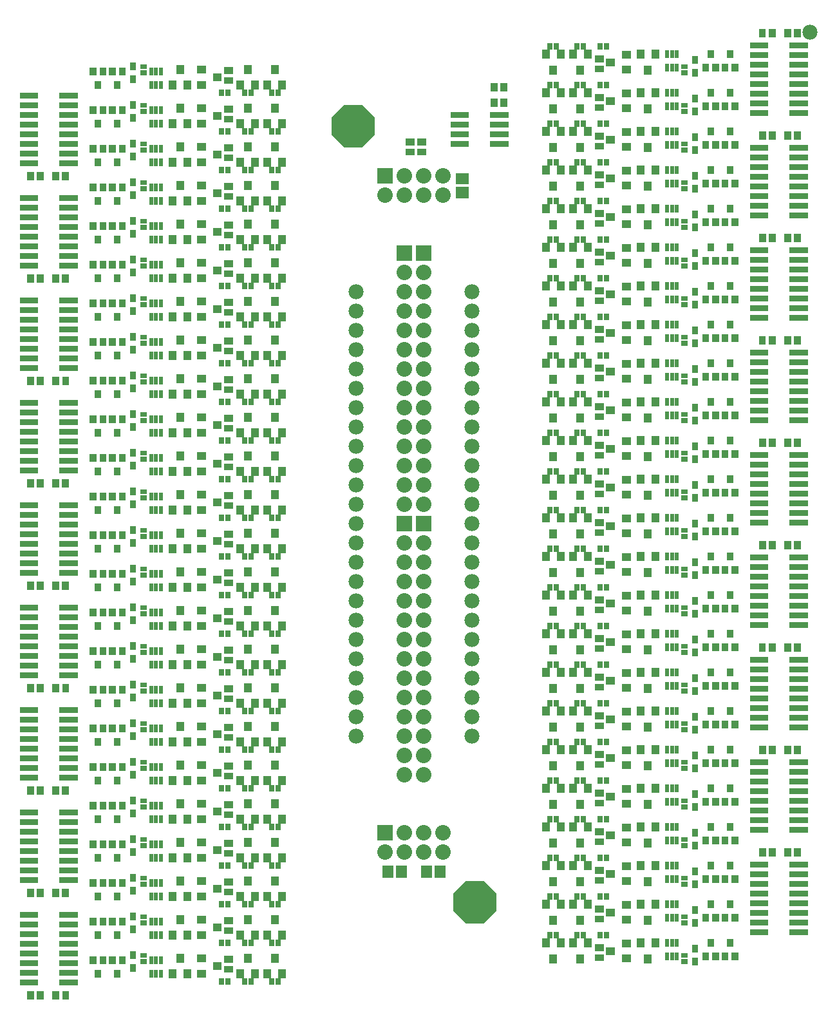
<source format=gbr>
G04 start of page 6 for group -4063 idx -4063 *
G04 Title: NVMemProg_Driver, componentmask *
G04 Creator: pcb 1.99z *
G04 CreationDate: Mon Nov  7 15:47:14 2016 UTC *
G04 For: wojtek *
G04 Format: Gerber/RS-274X *
G04 PCB-Dimensions (mil): 4291.34 5354.33 *
G04 PCB-Coordinate-Origin: lower left *
%MOIN*%
%FSLAX25Y25*%
%LNTOPMASK*%
%ADD47C,0.0780*%
%ADD46C,0.0001*%
%ADD45C,0.0783*%
%ADD44C,0.0803*%
G54D44*X209567Y320748D03*
Y310748D03*
Y300748D03*
Y290748D03*
Y280748D03*
Y330748D03*
X219567D03*
Y350748D03*
Y340748D03*
Y320748D03*
Y310748D03*
Y300748D03*
Y290748D03*
G54D45*X184567Y300748D03*
Y290748D03*
Y280748D03*
Y270748D03*
Y260748D03*
Y250748D03*
Y240748D03*
Y230748D03*
Y220748D03*
Y210748D03*
Y200748D03*
Y190748D03*
Y180748D03*
Y170748D03*
Y160748D03*
Y150748D03*
G54D44*X209567Y270748D03*
X219567Y280748D03*
Y270748D03*
Y230748D03*
G54D46*G36*
X215551Y264764D02*Y256732D01*
X223583D01*
Y264764D01*
X215551D01*
G37*
G54D44*X219567Y250748D03*
Y240748D03*
G54D46*G36*
X205551Y264764D02*Y256732D01*
X213583D01*
Y264764D01*
X205551D01*
G37*
G54D44*X209567Y250748D03*
Y240748D03*
Y230748D03*
X219567Y220748D03*
Y210748D03*
Y200748D03*
Y190748D03*
Y180748D03*
Y170748D03*
Y160748D03*
Y150748D03*
Y140748D03*
Y130748D03*
Y100748D03*
X229567D03*
X219567Y90748D03*
X229567D03*
X209567Y220748D03*
Y210748D03*
Y200748D03*
Y190748D03*
Y180748D03*
Y170748D03*
Y160748D03*
Y150748D03*
Y140748D03*
Y130748D03*
G54D46*G36*
X195551Y104764D02*Y96732D01*
X203583D01*
Y104764D01*
X195551D01*
G37*
G54D44*X199567Y90748D03*
X209567Y100748D03*
Y90748D03*
Y370748D03*
Y360748D03*
Y350748D03*
Y340748D03*
G54D46*G36*
X205551Y404764D02*Y396732D01*
X213583D01*
Y404764D01*
X205551D01*
G37*
G54D44*X209567Y390748D03*
Y380748D03*
X219567Y390748D03*
Y380748D03*
Y370748D03*
Y360748D03*
G54D46*G36*
X215551Y404764D02*Y396732D01*
X223583D01*
Y404764D01*
X215551D01*
G37*
G36*
X195551Y444764D02*Y436732D01*
X203583D01*
Y444764D01*
X195551D01*
G37*
G54D44*X199567Y430748D03*
X209567Y440748D03*
Y430748D03*
X219567Y440748D03*
Y430748D03*
X229567Y440748D03*
Y430748D03*
G54D45*X184567Y380748D03*
Y370748D03*
Y360748D03*
Y350748D03*
Y340748D03*
Y330748D03*
Y320748D03*
Y310748D03*
X244567Y380748D03*
Y370748D03*
Y360748D03*
Y350748D03*
Y340748D03*
Y330748D03*
Y320748D03*
Y310748D03*
Y300748D03*
Y290748D03*
Y280748D03*
Y270748D03*
Y260748D03*
Y250748D03*
Y240748D03*
Y230748D03*
Y220748D03*
Y210748D03*
Y200748D03*
Y190748D03*
Y180748D03*
Y170748D03*
Y160748D03*
Y150748D03*
G54D46*G36*
X194094Y471102D02*X187637Y477559D01*
X178505D01*
X172047Y471102D01*
Y461969D01*
X178505Y455512D01*
X187637D01*
X194094Y461969D01*
Y471102D01*
G37*
G36*
X257087Y69527D02*X250629Y75984D01*
X241497D01*
X235039Y69527D01*
Y60395D01*
X241497Y53937D01*
X250629D01*
X257087Y60395D01*
Y69527D01*
G37*
G36*
X128277Y385425D02*X125709D01*
Y382071D01*
X128277D01*
Y385425D01*
G37*
G36*
X131425D02*X128857D01*
Y382071D01*
X131425D01*
Y385425D01*
G37*
G36*
X128277Y365425D02*X125709D01*
Y362071D01*
X128277D01*
Y365425D01*
G37*
G36*
X131425D02*X128857D01*
Y362071D01*
X131425D01*
Y365425D01*
G37*
G36*
X128277Y345425D02*X125709D01*
Y342071D01*
X128277D01*
Y345425D01*
G37*
G36*
X131425D02*X128857D01*
Y342071D01*
X131425D01*
Y345425D01*
G37*
G36*
X128277Y325425D02*X125709D01*
Y322071D01*
X128277D01*
Y325425D01*
G37*
G36*
X131425D02*X128857D01*
Y322071D01*
X131425D01*
Y325425D01*
G37*
G36*
X116299Y411965D02*Y408413D01*
X120835D01*
Y411965D01*
X116299D01*
G37*
G36*
Y391965D02*Y388413D01*
X120835D01*
Y391965D01*
X116299D01*
G37*
G36*
Y397083D02*Y393531D01*
X120835D01*
Y397083D01*
X116299D01*
G37*
G36*
X119425Y405425D02*X116857D01*
Y402071D01*
X119425D01*
Y405425D01*
G37*
G36*
X116299Y371965D02*Y368413D01*
X120835D01*
Y371965D01*
X116299D01*
G37*
G36*
Y377083D02*Y373531D01*
X120835D01*
Y377083D01*
X116299D01*
G37*
G36*
Y351965D02*Y348413D01*
X120835D01*
Y351965D01*
X116299D01*
G37*
G36*
Y357083D02*Y353531D01*
X120835D01*
Y357083D01*
X116299D01*
G37*
G36*
X119425Y365425D02*X116857D01*
Y362071D01*
X119425D01*
Y365425D01*
G37*
G36*
X116277D02*X113709D01*
Y362071D01*
X116277D01*
Y365425D01*
G37*
G36*
Y405425D02*X113709D01*
Y402071D01*
X116277D01*
Y405425D01*
G37*
G36*
X119425Y385425D02*X116857D01*
Y382071D01*
X119425D01*
Y385425D01*
G37*
G36*
X116277D02*X113709D01*
Y382071D01*
X116277D01*
Y385425D01*
G37*
G36*
X102267Y357748D02*Y353748D01*
X106867D01*
Y357748D01*
X102267D01*
G37*
G36*
Y349948D02*Y345948D01*
X106867D01*
Y349948D01*
X102267D01*
G37*
G36*
X110467Y353848D02*Y349848D01*
X115067D01*
Y353848D01*
X110467D01*
G37*
G36*
X102267Y337748D02*Y333748D01*
X106867D01*
Y337748D01*
X102267D01*
G37*
G36*
Y329948D02*Y325948D01*
X106867D01*
Y329948D01*
X102267D01*
G37*
G36*
Y317748D02*Y313748D01*
X106867D01*
Y317748D01*
X102267D01*
G37*
G36*
Y309948D02*Y305948D01*
X106867D01*
Y309948D01*
X102267D01*
G37*
G36*
X110467Y333848D02*Y329848D01*
X115067D01*
Y333848D01*
X110467D01*
G37*
G36*
Y313848D02*Y309848D01*
X115067D01*
Y313848D01*
X110467D01*
G37*
G36*
Y293848D02*Y289848D01*
X115067D01*
Y293848D01*
X110467D01*
G37*
G36*
X102267Y297748D02*Y293748D01*
X106867D01*
Y297748D01*
X102267D01*
G37*
G36*
Y289948D02*Y285948D01*
X106867D01*
Y289948D01*
X102267D01*
G37*
G36*
Y277748D02*Y273748D01*
X106867D01*
Y277748D01*
X102267D01*
G37*
G36*
Y269948D02*Y265948D01*
X106867D01*
Y269948D01*
X102267D01*
G37*
G36*
X110467Y273848D02*Y269848D01*
X115067D01*
Y273848D01*
X110467D01*
G37*
G36*
X116277Y265425D02*X113709D01*
Y262071D01*
X116277D01*
Y265425D01*
G37*
G36*
X99367Y270048D02*X95367D01*
Y265448D01*
X99367D01*
Y270048D01*
G37*
G36*
X95467Y278248D02*X91467D01*
Y273648D01*
X95467D01*
Y278248D01*
G37*
G36*
X119425Y285425D02*X116857D01*
Y282071D01*
X119425D01*
Y285425D01*
G37*
G36*
Y265425D02*X116857D01*
Y262071D01*
X119425D01*
Y265425D01*
G37*
G36*
X116277Y285425D02*X113709D01*
Y282071D01*
X116277D01*
Y285425D01*
G37*
G36*
X116299Y337083D02*Y333531D01*
X120835D01*
Y337083D01*
X116299D01*
G37*
G36*
X119425Y345425D02*X116857D01*
Y342071D01*
X119425D01*
Y345425D01*
G37*
G36*
X116277D02*X113709D01*
Y342071D01*
X116277D01*
Y345425D01*
G37*
G36*
X119425Y325425D02*X116857D01*
Y322071D01*
X119425D01*
Y325425D01*
G37*
G36*
X116277D02*X113709D01*
Y322071D01*
X116277D01*
Y325425D01*
G37*
G36*
X119425Y305425D02*X116857D01*
Y302071D01*
X119425D01*
Y305425D01*
G37*
G36*
X116277D02*X113709D01*
Y302071D01*
X116277D01*
Y305425D01*
G37*
G36*
X102267Y257748D02*Y253748D01*
X106867D01*
Y257748D01*
X102267D01*
G37*
G36*
Y249948D02*Y245948D01*
X106867D01*
Y249948D01*
X102267D01*
G37*
G36*
X110467Y253848D02*Y249848D01*
X115067D01*
Y253848D01*
X110467D01*
G37*
G36*
X99367Y250048D02*X95367D01*
Y245448D01*
X99367D01*
Y250048D01*
G37*
G36*
X95467Y258248D02*X91467D01*
Y253648D01*
X95467D01*
Y258248D01*
G37*
G36*
X126567Y250048D02*X122567D01*
Y245448D01*
X126567D01*
Y250048D01*
G37*
G36*
X116299Y331965D02*Y328413D01*
X120835D01*
Y331965D01*
X116299D01*
G37*
G36*
Y311965D02*Y308413D01*
X120835D01*
Y311965D01*
X116299D01*
G37*
G36*
Y291965D02*Y288413D01*
X120835D01*
Y291965D01*
X116299D01*
G37*
G36*
Y297083D02*Y293531D01*
X120835D01*
Y297083D01*
X116299D01*
G37*
G36*
Y317083D02*Y313531D01*
X120835D01*
Y317083D01*
X116299D01*
G37*
G36*
Y271965D02*Y268413D01*
X120835D01*
Y271965D01*
X116299D01*
G37*
G36*
Y277083D02*Y273531D01*
X120835D01*
Y277083D01*
X116299D01*
G37*
G36*
Y251965D02*Y248413D01*
X120835D01*
Y251965D01*
X116299D01*
G37*
G36*
Y257083D02*Y253531D01*
X120835D01*
Y257083D01*
X116299D01*
G37*
G36*
X142277Y385425D02*X139709D01*
Y382071D01*
X142277D01*
Y385425D01*
G37*
G36*
X145425D02*X142857D01*
Y382071D01*
X145425D01*
Y385425D01*
G37*
G36*
X126567Y390048D02*X122567D01*
Y385448D01*
X126567D01*
Y390048D01*
G37*
G36*
Y370048D02*X122567D01*
Y365448D01*
X126567D01*
Y370048D01*
G37*
G36*
X130467Y378248D02*X126467D01*
Y373648D01*
X130467D01*
Y378248D01*
G37*
G36*
X140567Y370048D02*X136567D01*
Y365448D01*
X140567D01*
Y370048D01*
G37*
G36*
X142277Y325425D02*X139709D01*
Y322071D01*
X142277D01*
Y325425D01*
G37*
G36*
X145425D02*X142857D01*
Y322071D01*
X145425D01*
Y325425D01*
G37*
G36*
X142277Y305425D02*X139709D01*
Y302071D01*
X142277D01*
Y305425D01*
G37*
G36*
X145425D02*X142857D01*
Y302071D01*
X145425D01*
Y305425D01*
G37*
G36*
X144467Y318248D02*X140467D01*
Y313648D01*
X144467D01*
Y318248D01*
G37*
G36*
Y298248D02*X140467D01*
Y293648D01*
X144467D01*
Y298248D01*
G37*
G36*
X140567Y310048D02*X136567D01*
Y305448D01*
X140567D01*
Y310048D01*
G37*
G36*
X148367D02*X144367D01*
Y305448D01*
X148367D01*
Y310048D01*
G37*
G36*
X142277Y365425D02*X139709D01*
Y362071D01*
X142277D01*
Y365425D01*
G37*
G36*
Y345425D02*X139709D01*
Y342071D01*
X142277D01*
Y345425D01*
G37*
G36*
X145425D02*X142857D01*
Y342071D01*
X145425D01*
Y345425D01*
G37*
G36*
X144467Y358248D02*X140467D01*
Y353648D01*
X144467D01*
Y358248D01*
G37*
G36*
Y338248D02*X140467D01*
Y333648D01*
X144467D01*
Y338248D01*
G37*
G36*
X145425Y365425D02*X142857D01*
Y362071D01*
X145425D01*
Y365425D01*
G37*
G36*
X134367Y390048D02*X130367D01*
Y385448D01*
X134367D01*
Y390048D01*
G37*
G36*
Y370048D02*X130367D01*
Y365448D01*
X134367D01*
Y370048D01*
G37*
G36*
Y350048D02*X130367D01*
Y345448D01*
X134367D01*
Y350048D01*
G37*
G36*
Y330048D02*X130367D01*
Y325448D01*
X134367D01*
Y330048D01*
G37*
G36*
X126567Y350048D02*X122567D01*
Y345448D01*
X126567D01*
Y350048D01*
G37*
G36*
X130467Y358248D02*X126467D01*
Y353648D01*
X130467D01*
Y358248D01*
G37*
G36*
X126567Y330048D02*X122567D01*
Y325448D01*
X126567D01*
Y330048D01*
G37*
G36*
X130467Y338248D02*X126467D01*
Y333648D01*
X130467D01*
Y338248D01*
G37*
G36*
X140567Y350048D02*X136567D01*
Y345448D01*
X140567D01*
Y350048D01*
G37*
G36*
Y330048D02*X136567D01*
Y325448D01*
X140567D01*
Y330048D01*
G37*
G36*
X148367Y350048D02*X144367D01*
Y345448D01*
X148367D01*
Y350048D01*
G37*
G36*
Y330048D02*X144367D01*
Y325448D01*
X148367D01*
Y330048D01*
G37*
G36*
X126567Y310048D02*X122567D01*
Y305448D01*
X126567D01*
Y310048D01*
G37*
G36*
X130467Y318248D02*X126467D01*
Y313648D01*
X130467D01*
Y318248D01*
G37*
G36*
X126567Y290048D02*X122567D01*
Y285448D01*
X126567D01*
Y290048D01*
G37*
G36*
X130467Y298248D02*X126467D01*
Y293648D01*
X130467D01*
Y298248D01*
G37*
G36*
X134367Y310048D02*X130367D01*
Y305448D01*
X134367D01*
Y310048D01*
G37*
G36*
Y290048D02*X130367D01*
Y285448D01*
X134367D01*
Y290048D01*
G37*
G36*
Y270048D02*X130367D01*
Y265448D01*
X134367D01*
Y270048D01*
G37*
G36*
Y250048D02*X130367D01*
Y245448D01*
X134367D01*
Y250048D01*
G37*
G36*
X126567Y270048D02*X122567D01*
Y265448D01*
X126567D01*
Y270048D01*
G37*
G36*
X130467Y278248D02*X126467D01*
Y273648D01*
X130467D01*
Y278248D01*
G37*
G36*
Y258248D02*X126467D01*
Y253648D01*
X130467D01*
Y258248D01*
G37*
G36*
X142277Y285425D02*X139709D01*
Y282071D01*
X142277D01*
Y285425D01*
G37*
G36*
X145425D02*X142857D01*
Y282071D01*
X145425D01*
Y285425D01*
G37*
G36*
X144467Y278248D02*X140467D01*
Y273648D01*
X144467D01*
Y278248D01*
G37*
G36*
X140567Y290048D02*X136567D01*
Y285448D01*
X140567D01*
Y290048D01*
G37*
G36*
X148367D02*X144367D01*
Y285448D01*
X148367D01*
Y290048D01*
G37*
G36*
X142277Y265425D02*X139709D01*
Y262071D01*
X142277D01*
Y265425D01*
G37*
G36*
X145425D02*X142857D01*
Y262071D01*
X145425D01*
Y265425D01*
G37*
G36*
X140567Y270048D02*X136567D01*
Y265448D01*
X140567D01*
Y270048D01*
G37*
G36*
X148367D02*X144367D01*
Y265448D01*
X148367D01*
Y270048D01*
G37*
G36*
X140567Y250048D02*X136567D01*
Y245448D01*
X140567D01*
Y250048D01*
G37*
G36*
X144467Y258248D02*X140467D01*
Y253648D01*
X144467D01*
Y258248D01*
G37*
G36*
X148367Y250048D02*X144367D01*
Y245448D01*
X148367D01*
Y250048D01*
G37*
G36*
X128277Y485425D02*X125709D01*
Y482071D01*
X128277D01*
Y485425D01*
G37*
G36*
X131425D02*X128857D01*
Y482071D01*
X131425D01*
Y485425D01*
G37*
G36*
X130467Y478248D02*X126467D01*
Y473648D01*
X130467D01*
Y478248D01*
G37*
G36*
X142277Y485425D02*X139709D01*
Y482071D01*
X142277D01*
Y485425D01*
G37*
G36*
X144467Y498248D02*X140467D01*
Y493648D01*
X144467D01*
Y498248D01*
G37*
G36*
Y478248D02*X140467D01*
Y473648D01*
X144467D01*
Y478248D01*
G37*
G36*
X145425Y485425D02*X142857D01*
Y482071D01*
X145425D01*
Y485425D01*
G37*
G36*
X134367Y490048D02*X130367D01*
Y485448D01*
X134367D01*
Y490048D01*
G37*
G36*
X140567D02*X136567D01*
Y485448D01*
X140567D01*
Y490048D01*
G37*
G36*
X148367D02*X144367D01*
Y485448D01*
X148367D01*
Y490048D01*
G37*
G36*
X116299Y491965D02*Y488413D01*
X120835D01*
Y491965D01*
X116299D01*
G37*
G36*
X119425Y485425D02*X116857D01*
Y482071D01*
X119425D01*
Y485425D01*
G37*
G36*
X116277D02*X113709D01*
Y482071D01*
X116277D01*
Y485425D01*
G37*
G36*
X116299Y497083D02*Y493531D01*
X120835D01*
Y497083D01*
X116299D01*
G37*
G36*
X102267Y497748D02*Y493748D01*
X106867D01*
Y497748D01*
X102267D01*
G37*
G36*
Y489948D02*Y485948D01*
X106867D01*
Y489948D01*
X102267D01*
G37*
G36*
X110467Y493848D02*Y489848D01*
X115067D01*
Y493848D01*
X110467D01*
G37*
G36*
X126567Y490048D02*X122567D01*
Y485448D01*
X126567D01*
Y490048D01*
G37*
G36*
X130467Y498248D02*X126467D01*
Y493648D01*
X130467D01*
Y498248D01*
G37*
G36*
X99367Y490048D02*X95367D01*
Y485448D01*
X99367D01*
Y490048D01*
G37*
G36*
X95467Y498248D02*X91467D01*
Y493648D01*
X95467D01*
Y498248D01*
G37*
G36*
X142277Y465425D02*X139709D01*
Y462071D01*
X142277D01*
Y465425D01*
G37*
G36*
X145425D02*X142857D01*
Y462071D01*
X145425D01*
Y465425D01*
G37*
G36*
X142277Y445425D02*X139709D01*
Y442071D01*
X142277D01*
Y445425D01*
G37*
G36*
X145425D02*X142857D01*
Y442071D01*
X145425D01*
Y445425D01*
G37*
G36*
X144467Y458248D02*X140467D01*
Y453648D01*
X144467D01*
Y458248D01*
G37*
G36*
X134367Y470048D02*X130367D01*
Y465448D01*
X134367D01*
Y470048D01*
G37*
G36*
Y450048D02*X130367D01*
Y445448D01*
X134367D01*
Y450048D01*
G37*
G36*
X128277Y465425D02*X125709D01*
Y462071D01*
X128277D01*
Y465425D01*
G37*
G36*
X131425D02*X128857D01*
Y462071D01*
X131425D01*
Y465425D01*
G37*
G36*
X126567Y450048D02*X122567D01*
Y445448D01*
X126567D01*
Y450048D01*
G37*
G36*
X130467Y458248D02*X126467D01*
Y453648D01*
X130467D01*
Y458248D01*
G37*
G36*
X119425Y445425D02*X116857D01*
Y442071D01*
X119425D01*
Y445425D01*
G37*
G36*
X116277D02*X113709D01*
Y442071D01*
X116277D01*
Y445425D01*
G37*
G36*
X140567Y470048D02*X136567D01*
Y465448D01*
X140567D01*
Y470048D01*
G37*
G36*
X148367D02*X144367D01*
Y465448D01*
X148367D01*
Y470048D01*
G37*
G36*
X140567Y450048D02*X136567D01*
Y445448D01*
X140567D01*
Y450048D01*
G37*
G36*
X148367D02*X144367D01*
Y445448D01*
X148367D01*
Y450048D01*
G37*
G36*
X99367D02*X95367D01*
Y445448D01*
X99367D01*
Y450048D01*
G37*
G36*
X95467Y458248D02*X91467D01*
Y453648D01*
X95467D01*
Y458248D01*
G37*
G36*
X102267Y477748D02*Y473748D01*
X106867D01*
Y477748D01*
X102267D01*
G37*
G36*
Y469948D02*Y465948D01*
X106867D01*
Y469948D01*
X102267D01*
G37*
G36*
X110467Y473848D02*Y469848D01*
X115067D01*
Y473848D01*
X110467D01*
G37*
G36*
X126567Y470048D02*X122567D01*
Y465448D01*
X126567D01*
Y470048D01*
G37*
G36*
X116299Y471965D02*Y468413D01*
X120835D01*
Y471965D01*
X116299D01*
G37*
G36*
Y477083D02*Y473531D01*
X120835D01*
Y477083D01*
X116299D01*
G37*
G36*
X119425Y465425D02*X116857D01*
Y462071D01*
X119425D01*
Y465425D01*
G37*
G36*
X116277D02*X113709D01*
Y462071D01*
X116277D01*
Y465425D01*
G37*
G36*
X99367Y470048D02*X95367D01*
Y465448D01*
X99367D01*
Y470048D01*
G37*
G36*
X95467Y478248D02*X91467D01*
Y473648D01*
X95467D01*
Y478248D01*
G37*
G36*
X128277Y445425D02*X125709D01*
Y442071D01*
X128277D01*
Y445425D01*
G37*
G36*
X130467Y438248D02*X126467D01*
Y433648D01*
X130467D01*
Y438248D01*
G37*
G36*
X131425Y445425D02*X128857D01*
Y442071D01*
X131425D01*
Y445425D01*
G37*
G36*
X116299Y451965D02*Y448413D01*
X120835D01*
Y451965D01*
X116299D01*
G37*
G36*
Y457083D02*Y453531D01*
X120835D01*
Y457083D01*
X116299D01*
G37*
G36*
Y431965D02*Y428413D01*
X120835D01*
Y431965D01*
X116299D01*
G37*
G36*
Y437083D02*Y433531D01*
X120835D01*
Y437083D01*
X116299D01*
G37*
G36*
X126567Y430048D02*X122567D01*
Y425448D01*
X126567D01*
Y430048D01*
G37*
G36*
X134367D02*X130367D01*
Y425448D01*
X134367D01*
Y430048D01*
G37*
G36*
X142277Y425425D02*X139709D01*
Y422071D01*
X142277D01*
Y425425D01*
G37*
G36*
X145425D02*X142857D01*
Y422071D01*
X145425D01*
Y425425D01*
G37*
G36*
Y405425D02*X142857D01*
Y402071D01*
X145425D01*
Y405425D01*
G37*
G36*
X144467Y418248D02*X140467D01*
Y413648D01*
X144467D01*
Y418248D01*
G37*
G36*
X140567Y430048D02*X136567D01*
Y425448D01*
X140567D01*
Y430048D01*
G37*
G36*
X148367D02*X144367D01*
Y425448D01*
X148367D01*
Y430048D01*
G37*
G36*
X144467Y438248D02*X140467D01*
Y433648D01*
X144467D01*
Y438248D01*
G37*
G36*
X102267Y457748D02*Y453748D01*
X106867D01*
Y457748D01*
X102267D01*
G37*
G36*
Y449948D02*Y445948D01*
X106867D01*
Y449948D01*
X102267D01*
G37*
G36*
Y437748D02*Y433748D01*
X106867D01*
Y437748D01*
X102267D01*
G37*
G36*
Y429948D02*Y425948D01*
X106867D01*
Y429948D01*
X102267D01*
G37*
G36*
X110467Y453848D02*Y449848D01*
X115067D01*
Y453848D01*
X110467D01*
G37*
G36*
Y433848D02*Y429848D01*
X115067D01*
Y433848D01*
X110467D01*
G37*
G36*
Y413848D02*Y409848D01*
X115067D01*
Y413848D01*
X110467D01*
G37*
G36*
X116277Y425425D02*X113709D01*
Y422071D01*
X116277D01*
Y425425D01*
G37*
G36*
X102267Y417748D02*Y413748D01*
X106867D01*
Y417748D01*
X102267D01*
G37*
G36*
Y409948D02*Y405948D01*
X106867D01*
Y409948D01*
X102267D01*
G37*
G36*
Y397748D02*Y393748D01*
X106867D01*
Y397748D01*
X102267D01*
G37*
G36*
Y389948D02*Y385948D01*
X106867D01*
Y389948D01*
X102267D01*
G37*
G36*
X110467Y393848D02*Y389848D01*
X115067D01*
Y393848D01*
X110467D01*
G37*
G36*
X102267Y377748D02*Y373748D01*
X106867D01*
Y377748D01*
X102267D01*
G37*
G36*
Y369948D02*Y365948D01*
X106867D01*
Y369948D01*
X102267D01*
G37*
G36*
X110467Y373848D02*Y369848D01*
X115067D01*
Y373848D01*
X110467D01*
G37*
G36*
X128277Y425425D02*X125709D01*
Y422071D01*
X128277D01*
Y425425D01*
G37*
G36*
X131425D02*X128857D01*
Y422071D01*
X131425D01*
Y425425D01*
G37*
G36*
X130467Y418248D02*X126467D01*
Y413648D01*
X130467D01*
Y418248D01*
G37*
G36*
X116299Y417083D02*Y413531D01*
X120835D01*
Y417083D01*
X116299D01*
G37*
G36*
X128277Y405425D02*X125709D01*
Y402071D01*
X128277D01*
Y405425D01*
G37*
G36*
X131425D02*X128857D01*
Y402071D01*
X131425D01*
Y405425D01*
G37*
G36*
X126567Y410048D02*X122567D01*
Y405448D01*
X126567D01*
Y410048D01*
G37*
G36*
X134367D02*X130367D01*
Y405448D01*
X134367D01*
Y410048D01*
G37*
G36*
X130467Y398248D02*X126467D01*
Y393648D01*
X130467D01*
Y398248D01*
G37*
G36*
X119425Y425425D02*X116857D01*
Y422071D01*
X119425D01*
Y425425D01*
G37*
G36*
X140567Y410048D02*X136567D01*
Y405448D01*
X140567D01*
Y410048D01*
G37*
G36*
Y390048D02*X136567D01*
Y385448D01*
X140567D01*
Y390048D01*
G37*
G36*
X148367Y410048D02*X144367D01*
Y405448D01*
X148367D01*
Y410048D01*
G37*
G36*
Y390048D02*X144367D01*
Y385448D01*
X148367D01*
Y390048D01*
G37*
G36*
Y370048D02*X144367D01*
Y365448D01*
X148367D01*
Y370048D01*
G37*
G36*
X142277Y405425D02*X139709D01*
Y402071D01*
X142277D01*
Y405425D01*
G37*
G36*
X144467Y398248D02*X140467D01*
Y393648D01*
X144467D01*
Y398248D01*
G37*
G36*
Y378248D02*X140467D01*
Y373648D01*
X144467D01*
Y378248D01*
G37*
G36*
X10567Y483748D02*Y480748D01*
X20067D01*
Y483748D01*
X10567D01*
G37*
G36*
Y478748D02*Y475748D01*
X20067D01*
Y478748D01*
X10567D01*
G37*
G36*
Y453748D02*Y450748D01*
X20067D01*
Y453748D01*
X10567D01*
G37*
G36*
X31067D02*Y450748D01*
X40567D01*
Y453748D01*
X31067D01*
G37*
G36*
Y458748D02*Y455748D01*
X40567D01*
Y458748D01*
X31067D01*
G37*
G36*
Y463748D02*Y460748D01*
X40567D01*
Y463748D01*
X31067D01*
G37*
G36*
Y468748D02*Y465748D01*
X40567D01*
Y468748D01*
X31067D01*
G37*
G36*
Y473748D02*Y470748D01*
X40567D01*
Y473748D01*
X31067D01*
G37*
G36*
Y478748D02*Y475748D01*
X40567D01*
Y478748D01*
X31067D01*
G37*
G36*
Y483748D02*Y480748D01*
X40567D01*
Y483748D01*
X31067D01*
G37*
G36*
X10567Y473748D02*Y470748D01*
X20067D01*
Y473748D01*
X10567D01*
G37*
G36*
Y468748D02*Y465748D01*
X20067D01*
Y468748D01*
X10567D01*
G37*
G36*
Y463748D02*Y460748D01*
X20067D01*
Y463748D01*
X10567D01*
G37*
G36*
Y458748D02*Y455748D01*
X20067D01*
Y458748D01*
X10567D01*
G37*
G36*
Y448748D02*Y445748D01*
X20067D01*
Y448748D01*
X10567D01*
G37*
G36*
X17784Y443016D02*X14232D01*
Y438480D01*
X17784D01*
Y443016D01*
G37*
G36*
X22902D02*X19350D01*
Y438480D01*
X22902D01*
Y443016D01*
G37*
G36*
X17784Y390016D02*X14232D01*
Y385480D01*
X17784D01*
Y390016D01*
G37*
G36*
X22902D02*X19350D01*
Y385480D01*
X22902D01*
Y390016D01*
G37*
G36*
X30784D02*X27232D01*
Y385480D01*
X30784D01*
Y390016D01*
G37*
G36*
X35902D02*X32350D01*
Y385480D01*
X35902D01*
Y390016D01*
G37*
G36*
X30784Y443016D02*X27232D01*
Y438480D01*
X30784D01*
Y443016D01*
G37*
G36*
X35902D02*X32350D01*
Y438480D01*
X35902D01*
Y443016D01*
G37*
G36*
X210299Y460083D02*Y456531D01*
X214835D01*
Y460083D01*
X210299D01*
G37*
G36*
X216299D02*Y456531D01*
X220835D01*
Y460083D01*
X216299D01*
G37*
G36*
X210299Y454965D02*Y451413D01*
X214835D01*
Y454965D01*
X210299D01*
G37*
G36*
X216299D02*Y451413D01*
X220835D01*
Y454965D01*
X216299D01*
G37*
G36*
X262902Y489016D02*X259350D01*
Y484480D01*
X262902D01*
Y489016D01*
G37*
G36*
X257784D02*X254232D01*
Y484480D01*
X257784D01*
Y489016D01*
G37*
G36*
X262902Y481016D02*X259350D01*
Y476480D01*
X262902D01*
Y481016D01*
G37*
G36*
X257784D02*X254232D01*
Y476480D01*
X257784D01*
Y481016D01*
G37*
G36*
X233567Y458748D02*Y455748D01*
X243067D01*
Y458748D01*
X233567D01*
G37*
G36*
X236315Y442150D02*Y436432D01*
X242819D01*
Y442150D01*
X236315D01*
G37*
G36*
Y435064D02*Y429346D01*
X242819D01*
Y435064D01*
X236315D01*
G37*
G36*
X254067Y458748D02*Y455748D01*
X263567D01*
Y458748D01*
X254067D01*
G37*
G36*
X233567Y473748D02*Y470748D01*
X243067D01*
Y473748D01*
X233567D01*
G37*
G36*
Y468748D02*Y465748D01*
X243067D01*
Y468748D01*
X233567D01*
G37*
G36*
Y463748D02*Y460748D01*
X243067D01*
Y463748D01*
X233567D01*
G37*
G36*
X254067D02*Y460748D01*
X263567D01*
Y463748D01*
X254067D01*
G37*
G36*
Y468748D02*Y465748D01*
X263567D01*
Y468748D01*
X254067D01*
G37*
G36*
Y473748D02*Y470748D01*
X263567D01*
Y473748D01*
X254067D01*
G37*
G36*
X84617Y496798D02*X82517D01*
Y492698D01*
X84617D01*
Y496798D01*
G37*
G36*
X82017D02*X79917D01*
Y492698D01*
X82017D01*
Y496798D01*
G37*
G36*
X79517D02*X77417D01*
Y492698D01*
X79517D01*
Y496798D01*
G37*
G36*
X82017Y489798D02*X79917D01*
Y485698D01*
X82017D01*
Y489798D01*
G37*
G36*
X84617D02*X82517D01*
Y485698D01*
X84617D01*
Y489798D01*
G37*
G36*
X72890Y498606D02*Y496038D01*
X76244D01*
Y498606D01*
X72890D01*
G37*
G36*
X70445Y492717D02*X67689D01*
Y488780D01*
X70445D01*
Y492717D01*
G37*
G36*
Y499409D02*X67689D01*
Y495472D01*
X70445D01*
Y499409D01*
G37*
G36*
X91567Y490048D02*X87567D01*
Y485448D01*
X91567D01*
Y490048D01*
G37*
G36*
X84617Y476798D02*X82517D01*
Y472698D01*
X84617D01*
Y476798D01*
G37*
G36*
Y469798D02*X82517D01*
Y465698D01*
X84617D01*
Y469798D01*
G37*
G36*
X91567Y470048D02*X87567D01*
Y465448D01*
X91567D01*
Y470048D01*
G37*
G36*
X82017Y476798D02*X79917D01*
Y472698D01*
X82017D01*
Y476798D01*
G37*
G36*
X79517D02*X77417D01*
Y472698D01*
X79517D01*
Y476798D01*
G37*
G36*
Y469798D02*X77417D01*
Y465698D01*
X79517D01*
Y469798D01*
G37*
G36*
X82017D02*X79917D01*
Y465698D01*
X82017D01*
Y469798D01*
G37*
G36*
X55317Y476798D02*X51817D01*
Y472698D01*
X55317D01*
Y476798D01*
G37*
G36*
X50217D02*X46717D01*
Y472698D01*
X50217D01*
Y476798D01*
G37*
G36*
X52717Y469798D02*X49217D01*
Y465698D01*
X52717D01*
Y469798D01*
G37*
G36*
X55317Y456798D02*X51817D01*
Y452698D01*
X55317D01*
Y456798D01*
G37*
G36*
X50217D02*X46717D01*
Y452698D01*
X50217D01*
Y456798D01*
G37*
G36*
X52717Y449798D02*X49217D01*
Y445698D01*
X52717D01*
Y449798D01*
G37*
G36*
X60217Y456798D02*X56717D01*
Y452698D01*
X60217D01*
Y456798D01*
G37*
G36*
X62717Y449798D02*X59217D01*
Y445698D01*
X62717D01*
Y449798D01*
G37*
G36*
X79517Y489798D02*X77417D01*
Y485698D01*
X79517D01*
Y489798D01*
G37*
G36*
X52717D02*X49217D01*
Y485698D01*
X52717D01*
Y489798D01*
G37*
G36*
X62717D02*X59217D01*
Y485698D01*
X62717D01*
Y489798D01*
G37*
G36*
X72890Y495458D02*Y492890D01*
X76244D01*
Y495458D01*
X72890D01*
G37*
G36*
Y478606D02*Y476038D01*
X76244D01*
Y478606D01*
X72890D01*
G37*
G36*
Y475458D02*Y472890D01*
X76244D01*
Y475458D01*
X72890D01*
G37*
G36*
X70445Y472717D02*X67689D01*
Y468780D01*
X70445D01*
Y472717D01*
G37*
G36*
Y479409D02*X67689D01*
Y475472D01*
X70445D01*
Y479409D01*
G37*
G36*
X55317Y496798D02*X51817D01*
Y492698D01*
X55317D01*
Y496798D01*
G37*
G36*
X50217D02*X46717D01*
Y492698D01*
X50217D01*
Y496798D01*
G37*
G36*
X65317D02*X61817D01*
Y492698D01*
X65317D01*
Y496798D01*
G37*
G36*
X60217D02*X56717D01*
Y492698D01*
X60217D01*
Y496798D01*
G37*
G36*
X65317Y476798D02*X61817D01*
Y472698D01*
X65317D01*
Y476798D01*
G37*
G36*
X60217D02*X56717D01*
Y472698D01*
X60217D01*
Y476798D01*
G37*
G36*
X62717Y469798D02*X59217D01*
Y465698D01*
X62717D01*
Y469798D01*
G37*
G36*
X84617Y456798D02*X82517D01*
Y452698D01*
X84617D01*
Y456798D01*
G37*
G36*
X82017D02*X79917D01*
Y452698D01*
X82017D01*
Y456798D01*
G37*
G36*
X79517D02*X77417D01*
Y452698D01*
X79517D01*
Y456798D01*
G37*
G36*
X72890Y458606D02*Y456038D01*
X76244D01*
Y458606D01*
X72890D01*
G37*
G36*
X70445Y459409D02*X67689D01*
Y455472D01*
X70445D01*
Y459409D01*
G37*
G36*
X72890Y455458D02*Y452890D01*
X76244D01*
Y455458D01*
X72890D01*
G37*
G36*
X70445Y452717D02*X67689D01*
Y448780D01*
X70445D01*
Y452717D01*
G37*
G36*
X65317Y456798D02*X61817D01*
Y452698D01*
X65317D01*
Y456798D01*
G37*
G36*
X72890Y438606D02*Y436038D01*
X76244D01*
Y438606D01*
X72890D01*
G37*
G36*
Y435458D02*Y432890D01*
X76244D01*
Y435458D01*
X72890D01*
G37*
G36*
X70445Y432717D02*X67689D01*
Y428780D01*
X70445D01*
Y432717D01*
G37*
G36*
Y439409D02*X67689D01*
Y435472D01*
X70445D01*
Y439409D01*
G37*
G36*
X65317Y436798D02*X61817D01*
Y432698D01*
X65317D01*
Y436798D01*
G37*
G36*
X79517Y449798D02*X77417D01*
Y445698D01*
X79517D01*
Y449798D01*
G37*
G36*
X82017D02*X79917D01*
Y445698D01*
X82017D01*
Y449798D01*
G37*
G36*
X84617D02*X82517D01*
Y445698D01*
X84617D01*
Y449798D01*
G37*
G36*
X91567Y450048D02*X87567D01*
Y445448D01*
X91567D01*
Y450048D01*
G37*
G36*
Y430048D02*X87567D01*
Y425448D01*
X91567D01*
Y430048D01*
G37*
G36*
X99367D02*X95367D01*
Y425448D01*
X99367D01*
Y430048D01*
G37*
G36*
X95467Y438248D02*X91467D01*
Y433648D01*
X95467D01*
Y438248D01*
G37*
G36*
Y418248D02*X91467D01*
Y413648D01*
X95467D01*
Y418248D01*
G37*
G36*
X91567Y410048D02*X87567D01*
Y405448D01*
X91567D01*
Y410048D01*
G37*
G36*
X99367D02*X95367D01*
Y405448D01*
X99367D01*
Y410048D01*
G37*
G36*
X91567Y390048D02*X87567D01*
Y385448D01*
X91567D01*
Y390048D01*
G37*
G36*
X99367D02*X95367D01*
Y385448D01*
X99367D01*
Y390048D01*
G37*
G36*
X95467Y398248D02*X91467D01*
Y393648D01*
X95467D01*
Y398248D01*
G37*
G36*
X91567Y370048D02*X87567D01*
Y365448D01*
X91567D01*
Y370048D01*
G37*
G36*
Y330048D02*X87567D01*
Y325448D01*
X91567D01*
Y330048D01*
G37*
G36*
Y310048D02*X87567D01*
Y305448D01*
X91567D01*
Y310048D01*
G37*
G36*
X95467Y318248D02*X91467D01*
Y313648D01*
X95467D01*
Y318248D01*
G37*
G36*
X91567Y290048D02*X87567D01*
Y285448D01*
X91567D01*
Y290048D01*
G37*
G36*
X95467Y298248D02*X91467D01*
Y293648D01*
X95467D01*
Y298248D01*
G37*
G36*
X99367Y370048D02*X95367D01*
Y365448D01*
X99367D01*
Y370048D01*
G37*
G36*
Y330048D02*X95367D01*
Y325448D01*
X99367D01*
Y330048D01*
G37*
G36*
Y310048D02*X95367D01*
Y305448D01*
X99367D01*
Y310048D01*
G37*
G36*
Y290048D02*X95367D01*
Y285448D01*
X99367D01*
Y290048D01*
G37*
G36*
X95467Y378248D02*X91467D01*
Y373648D01*
X95467D01*
Y378248D01*
G37*
G36*
X91567Y350048D02*X87567D01*
Y345448D01*
X91567D01*
Y350048D01*
G37*
G36*
X99367D02*X95367D01*
Y345448D01*
X99367D01*
Y350048D01*
G37*
G36*
X95467Y358248D02*X91467D01*
Y353648D01*
X95467D01*
Y358248D01*
G37*
G36*
Y338248D02*X91467D01*
Y333648D01*
X95467D01*
Y338248D01*
G37*
G36*
X10567Y218748D02*Y215748D01*
X20067D01*
Y218748D01*
X10567D01*
G37*
G36*
Y213748D02*Y210748D01*
X20067D01*
Y213748D01*
X10567D01*
G37*
G36*
Y208748D02*Y205748D01*
X20067D01*
Y208748D01*
X10567D01*
G37*
G36*
Y203748D02*Y200748D01*
X20067D01*
Y203748D01*
X10567D01*
G37*
G36*
X31067D02*Y200748D01*
X40567D01*
Y203748D01*
X31067D01*
G37*
G36*
Y208748D02*Y205748D01*
X40567D01*
Y208748D01*
X31067D01*
G37*
G36*
X10567Y198748D02*Y195748D01*
X20067D01*
Y198748D01*
X10567D01*
G37*
G36*
X31067D02*Y195748D01*
X40567D01*
Y198748D01*
X31067D01*
G37*
G36*
X10567Y193748D02*Y190748D01*
X20067D01*
Y193748D01*
X10567D01*
G37*
G36*
X31067D02*Y190748D01*
X40567D01*
Y193748D01*
X31067D01*
G37*
G36*
X10567Y188748D02*Y185748D01*
X20067D01*
Y188748D01*
X10567D01*
G37*
G36*
X31067D02*Y185748D01*
X40567D01*
Y188748D01*
X31067D01*
G37*
G36*
X10567Y183748D02*Y180748D01*
X20067D01*
Y183748D01*
X10567D01*
G37*
G36*
X31067D02*Y180748D01*
X40567D01*
Y183748D01*
X31067D01*
G37*
G36*
X10567Y271748D02*Y268748D01*
X20067D01*
Y271748D01*
X10567D01*
G37*
G36*
Y266748D02*Y263748D01*
X20067D01*
Y266748D01*
X10567D01*
G37*
G36*
Y261748D02*Y258748D01*
X20067D01*
Y261748D01*
X10567D01*
G37*
G36*
Y256748D02*Y253748D01*
X20067D01*
Y256748D01*
X10567D01*
G37*
G36*
X17784Y284016D02*X14232D01*
Y279480D01*
X17784D01*
Y284016D01*
G37*
G36*
X22902D02*X19350D01*
Y279480D01*
X22902D01*
Y284016D01*
G37*
G36*
X10567Y251748D02*Y248748D01*
X20067D01*
Y251748D01*
X10567D01*
G37*
G36*
Y246748D02*Y243748D01*
X20067D01*
Y246748D01*
X10567D01*
G37*
G36*
Y241748D02*Y238748D01*
X20067D01*
Y241748D01*
X10567D01*
G37*
G36*
Y236748D02*Y233748D01*
X20067D01*
Y236748D01*
X10567D01*
G37*
G36*
X17784Y231016D02*X14232D01*
Y226480D01*
X17784D01*
Y231016D01*
G37*
G36*
X22902D02*X19350D01*
Y226480D01*
X22902D01*
Y231016D01*
G37*
G36*
X30784D02*X27232D01*
Y226480D01*
X30784D01*
Y231016D01*
G37*
G36*
Y284016D02*X27232D01*
Y279480D01*
X30784D01*
Y284016D01*
G37*
G36*
X31067Y213748D02*Y210748D01*
X40567D01*
Y213748D01*
X31067D01*
G37*
G36*
Y218748D02*Y215748D01*
X40567D01*
Y218748D01*
X31067D01*
G37*
G36*
Y236748D02*Y233748D01*
X40567D01*
Y236748D01*
X31067D01*
G37*
G36*
Y241748D02*Y238748D01*
X40567D01*
Y241748D01*
X31067D01*
G37*
G36*
X35902Y231016D02*X32350D01*
Y226480D01*
X35902D01*
Y231016D01*
G37*
G36*
X31067Y246748D02*Y243748D01*
X40567D01*
Y246748D01*
X31067D01*
G37*
G36*
Y251748D02*Y248748D01*
X40567D01*
Y251748D01*
X31067D01*
G37*
G36*
Y256748D02*Y253748D01*
X40567D01*
Y256748D01*
X31067D01*
G37*
G36*
Y261748D02*Y258748D01*
X40567D01*
Y261748D01*
X31067D01*
G37*
G36*
Y266748D02*Y263748D01*
X40567D01*
Y266748D01*
X31067D01*
G37*
G36*
Y271748D02*Y268748D01*
X40567D01*
Y271748D01*
X31067D01*
G37*
G36*
X35902Y284016D02*X32350D01*
Y279480D01*
X35902D01*
Y284016D01*
G37*
G36*
X52717Y429798D02*X49217D01*
Y425698D01*
X52717D01*
Y429798D01*
G37*
G36*
X55317Y416798D02*X51817D01*
Y412698D01*
X55317D01*
Y416798D01*
G37*
G36*
X50217D02*X46717D01*
Y412698D01*
X50217D01*
Y416798D01*
G37*
G36*
X52717Y409798D02*X49217D01*
Y405698D01*
X52717D01*
Y409798D01*
G37*
G36*
X55317Y436798D02*X51817D01*
Y432698D01*
X55317D01*
Y436798D01*
G37*
G36*
X60217D02*X56717D01*
Y432698D01*
X60217D01*
Y436798D01*
G37*
G36*
X62717Y429798D02*X59217D01*
Y425698D01*
X62717D01*
Y429798D01*
G37*
G36*
X50217Y436798D02*X46717D01*
Y432698D01*
X50217D01*
Y436798D01*
G37*
G36*
X65317Y416798D02*X61817D01*
Y412698D01*
X65317D01*
Y416798D01*
G37*
G36*
X60217D02*X56717D01*
Y412698D01*
X60217D01*
Y416798D01*
G37*
G36*
X62717Y409798D02*X59217D01*
Y405698D01*
X62717D01*
Y409798D01*
G37*
G36*
X65317Y396798D02*X61817D01*
Y392698D01*
X65317D01*
Y396798D01*
G37*
G36*
X60217D02*X56717D01*
Y392698D01*
X60217D01*
Y396798D01*
G37*
G36*
X62717Y389798D02*X59217D01*
Y385698D01*
X62717D01*
Y389798D01*
G37*
G36*
X10567Y430748D02*Y427748D01*
X20067D01*
Y430748D01*
X10567D01*
G37*
G36*
Y425748D02*Y422748D01*
X20067D01*
Y425748D01*
X10567D01*
G37*
G36*
Y420748D02*Y417748D01*
X20067D01*
Y420748D01*
X10567D01*
G37*
G36*
Y415748D02*Y412748D01*
X20067D01*
Y415748D01*
X10567D01*
G37*
G36*
Y410748D02*Y407748D01*
X20067D01*
Y410748D01*
X10567D01*
G37*
G36*
Y405748D02*Y402748D01*
X20067D01*
Y405748D01*
X10567D01*
G37*
G36*
Y400748D02*Y397748D01*
X20067D01*
Y400748D01*
X10567D01*
G37*
G36*
Y395748D02*Y392748D01*
X20067D01*
Y395748D01*
X10567D01*
G37*
G36*
X31067D02*Y392748D01*
X40567D01*
Y395748D01*
X31067D01*
G37*
G36*
Y400748D02*Y397748D01*
X40567D01*
Y400748D01*
X31067D01*
G37*
G36*
Y405748D02*Y402748D01*
X40567D01*
Y405748D01*
X31067D01*
G37*
G36*
Y410748D02*Y407748D01*
X40567D01*
Y410748D01*
X31067D01*
G37*
G36*
Y415748D02*Y412748D01*
X40567D01*
Y415748D01*
X31067D01*
G37*
G36*
Y420748D02*Y417748D01*
X40567D01*
Y420748D01*
X31067D01*
G37*
G36*
Y425748D02*Y422748D01*
X40567D01*
Y425748D01*
X31067D01*
G37*
G36*
Y430748D02*Y427748D01*
X40567D01*
Y430748D01*
X31067D01*
G37*
G36*
Y448748D02*Y445748D01*
X40567D01*
Y448748D01*
X31067D01*
G37*
G36*
X65317Y376798D02*X61817D01*
Y372698D01*
X65317D01*
Y376798D01*
G37*
G36*
Y356798D02*X61817D01*
Y352698D01*
X65317D01*
Y356798D01*
G37*
G36*
Y336798D02*X61817D01*
Y332698D01*
X65317D01*
Y336798D01*
G37*
G36*
Y316798D02*X61817D01*
Y312698D01*
X65317D01*
Y316798D01*
G37*
G36*
X60217Y376798D02*X56717D01*
Y372698D01*
X60217D01*
Y376798D01*
G37*
G36*
X62717Y369798D02*X59217D01*
Y365698D01*
X62717D01*
Y369798D01*
G37*
G36*
X60217Y356798D02*X56717D01*
Y352698D01*
X60217D01*
Y356798D01*
G37*
G36*
X62717Y349798D02*X59217D01*
Y345698D01*
X62717D01*
Y349798D01*
G37*
G36*
X60217Y336798D02*X56717D01*
Y332698D01*
X60217D01*
Y336798D01*
G37*
G36*
X62717Y329798D02*X59217D01*
Y325698D01*
X62717D01*
Y329798D01*
G37*
G36*
X60217Y316798D02*X56717D01*
Y312698D01*
X60217D01*
Y316798D01*
G37*
G36*
X55317Y396798D02*X51817D01*
Y392698D01*
X55317D01*
Y396798D01*
G37*
G36*
X50217D02*X46717D01*
Y392698D01*
X50217D01*
Y396798D01*
G37*
G36*
X52717Y389798D02*X49217D01*
Y385698D01*
X52717D01*
Y389798D01*
G37*
G36*
X55317Y376798D02*X51817D01*
Y372698D01*
X55317D01*
Y376798D01*
G37*
G36*
X50217D02*X46717D01*
Y372698D01*
X50217D01*
Y376798D01*
G37*
G36*
X52717Y369798D02*X49217D01*
Y365698D01*
X52717D01*
Y369798D01*
G37*
G36*
X10567Y377748D02*Y374748D01*
X20067D01*
Y377748D01*
X10567D01*
G37*
G36*
Y372748D02*Y369748D01*
X20067D01*
Y372748D01*
X10567D01*
G37*
G36*
Y367748D02*Y364748D01*
X20067D01*
Y367748D01*
X10567D01*
G37*
G36*
Y362748D02*Y359748D01*
X20067D01*
Y362748D01*
X10567D01*
G37*
G36*
X31067Y357748D02*Y354748D01*
X40567D01*
Y357748D01*
X31067D01*
G37*
G36*
Y362748D02*Y359748D01*
X40567D01*
Y362748D01*
X31067D01*
G37*
G36*
Y367748D02*Y364748D01*
X40567D01*
Y367748D01*
X31067D01*
G37*
G36*
Y372748D02*Y369748D01*
X40567D01*
Y372748D01*
X31067D01*
G37*
G36*
Y377748D02*Y374748D01*
X40567D01*
Y377748D01*
X31067D01*
G37*
G36*
X10567Y357748D02*Y354748D01*
X20067D01*
Y357748D01*
X10567D01*
G37*
G36*
Y352748D02*Y349748D01*
X20067D01*
Y352748D01*
X10567D01*
G37*
G36*
Y347748D02*Y344748D01*
X20067D01*
Y347748D01*
X10567D01*
G37*
G36*
Y342748D02*Y339748D01*
X20067D01*
Y342748D01*
X10567D01*
G37*
G36*
X31067D02*Y339748D01*
X40567D01*
Y342748D01*
X31067D01*
G37*
G36*
Y347748D02*Y344748D01*
X40567D01*
Y347748D01*
X31067D01*
G37*
G36*
Y352748D02*Y349748D01*
X40567D01*
Y352748D01*
X31067D01*
G37*
G36*
X17784Y337016D02*X14232D01*
Y332480D01*
X17784D01*
Y337016D01*
G37*
G36*
X22902D02*X19350D01*
Y332480D01*
X22902D01*
Y337016D01*
G37*
G36*
X30843D02*X27291D01*
Y332480D01*
X30843D01*
Y337016D01*
G37*
G36*
X35961D02*X32409D01*
Y332480D01*
X35961D01*
Y337016D01*
G37*
G36*
X10567Y324748D02*Y321748D01*
X20067D01*
Y324748D01*
X10567D01*
G37*
G36*
Y319748D02*Y316748D01*
X20067D01*
Y319748D01*
X10567D01*
G37*
G36*
Y314748D02*Y311748D01*
X20067D01*
Y314748D01*
X10567D01*
G37*
G36*
Y309748D02*Y306748D01*
X20067D01*
Y309748D01*
X10567D01*
G37*
G36*
Y304748D02*Y301748D01*
X20067D01*
Y304748D01*
X10567D01*
G37*
G36*
X31067D02*Y301748D01*
X40567D01*
Y304748D01*
X31067D01*
G37*
G36*
X10567Y299748D02*Y296748D01*
X20067D01*
Y299748D01*
X10567D01*
G37*
G36*
Y294748D02*Y291748D01*
X20067D01*
Y294748D01*
X10567D01*
G37*
G36*
Y289748D02*Y286748D01*
X20067D01*
Y289748D01*
X10567D01*
G37*
G36*
X31067D02*Y286748D01*
X40567D01*
Y289748D01*
X31067D01*
G37*
G36*
Y294748D02*Y291748D01*
X40567D01*
Y294748D01*
X31067D01*
G37*
G36*
Y299748D02*Y296748D01*
X40567D01*
Y299748D01*
X31067D01*
G37*
G36*
Y309748D02*Y306748D01*
X40567D01*
Y309748D01*
X31067D01*
G37*
G36*
Y314748D02*Y311748D01*
X40567D01*
Y314748D01*
X31067D01*
G37*
G36*
Y319748D02*Y316748D01*
X40567D01*
Y319748D01*
X31067D01*
G37*
G36*
Y324748D02*Y321748D01*
X40567D01*
Y324748D01*
X31067D01*
G37*
G36*
X128277Y305425D02*X125709D01*
Y302071D01*
X128277D01*
Y305425D01*
G37*
G36*
X131425D02*X128857D01*
Y302071D01*
X131425D01*
Y305425D01*
G37*
G36*
X128277Y285425D02*X125709D01*
Y282071D01*
X128277D01*
Y285425D01*
G37*
G36*
X131425D02*X128857D01*
Y282071D01*
X131425D01*
Y285425D01*
G37*
G36*
X128277Y265425D02*X125709D01*
Y262071D01*
X128277D01*
Y265425D01*
G37*
G36*
X131425D02*X128857D01*
Y262071D01*
X131425D01*
Y265425D01*
G37*
G36*
X128277Y245425D02*X125709D01*
Y242071D01*
X128277D01*
Y245425D01*
G37*
G36*
X131425D02*X128857D01*
Y242071D01*
X131425D01*
Y245425D01*
G37*
G36*
X128277Y225425D02*X125709D01*
Y222071D01*
X128277D01*
Y225425D01*
G37*
G36*
X131425D02*X128857D01*
Y222071D01*
X131425D01*
Y225425D01*
G37*
G36*
X128277Y205425D02*X125709D01*
Y202071D01*
X128277D01*
Y205425D01*
G37*
G36*
X131425D02*X128857D01*
Y202071D01*
X131425D01*
Y205425D01*
G37*
G36*
X128277Y185425D02*X125709D01*
Y182071D01*
X128277D01*
Y185425D01*
G37*
G36*
X131425D02*X128857D01*
Y182071D01*
X131425D01*
Y185425D01*
G37*
G36*
X128277Y165425D02*X125709D01*
Y162071D01*
X128277D01*
Y165425D01*
G37*
G36*
X131425D02*X128857D01*
Y162071D01*
X131425D01*
Y165425D01*
G37*
G36*
X128277Y145425D02*X125709D01*
Y142071D01*
X128277D01*
Y145425D01*
G37*
G36*
X131425D02*X128857D01*
Y142071D01*
X131425D01*
Y145425D01*
G37*
G36*
X128277Y125425D02*X125709D01*
Y122071D01*
X128277D01*
Y125425D01*
G37*
G36*
X131425D02*X128857D01*
Y122071D01*
X131425D01*
Y125425D01*
G37*
G36*
X128277Y105425D02*X125709D01*
Y102071D01*
X128277D01*
Y105425D01*
G37*
G36*
X131425D02*X128857D01*
Y102071D01*
X131425D01*
Y105425D01*
G37*
G36*
X130467Y98248D02*X126467D01*
Y93648D01*
X130467D01*
Y98248D01*
G37*
G36*
X128277Y85425D02*X125709D01*
Y82071D01*
X128277D01*
Y85425D01*
G37*
G36*
X126567Y70048D02*X122567D01*
Y65448D01*
X126567D01*
Y70048D01*
G37*
G36*
X130467Y78248D02*X126467D01*
Y73648D01*
X130467D01*
Y78248D01*
G37*
G36*
X131425Y85425D02*X128857D01*
Y82071D01*
X131425D01*
Y85425D01*
G37*
G36*
X134367Y90048D02*X130367D01*
Y85448D01*
X134367D01*
Y90048D01*
G37*
G36*
Y70048D02*X130367D01*
Y65448D01*
X134367D01*
Y70048D01*
G37*
G36*
X128277Y65425D02*X125709D01*
Y62071D01*
X128277D01*
Y65425D01*
G37*
G36*
X131425D02*X128857D01*
Y62071D01*
X131425D01*
Y65425D01*
G37*
G36*
X130467Y58248D02*X126467D01*
Y53648D01*
X130467D01*
Y58248D01*
G37*
G36*
X128277Y45425D02*X125709D01*
Y42071D01*
X128277D01*
Y45425D01*
G37*
G36*
X131425D02*X128857D01*
Y42071D01*
X131425D01*
Y45425D01*
G37*
G36*
X126567Y50048D02*X122567D01*
Y45448D01*
X126567D01*
Y50048D01*
G37*
G36*
X134367D02*X130367D01*
Y45448D01*
X134367D01*
Y50048D01*
G37*
G36*
X128277Y25425D02*X125709D01*
Y22071D01*
X128277D01*
Y25425D01*
G37*
G36*
X131425D02*X128857D01*
Y22071D01*
X131425D01*
Y25425D01*
G37*
G36*
X126567Y30048D02*X122567D01*
Y25448D01*
X126567D01*
Y30048D01*
G37*
G36*
X134367D02*X130367D01*
Y25448D01*
X134367D01*
Y30048D01*
G37*
G36*
X130467Y38248D02*X126467D01*
Y33648D01*
X130467D01*
Y38248D01*
G37*
G36*
X116299Y231965D02*Y228413D01*
X120835D01*
Y231965D01*
X116299D01*
G37*
G36*
Y237083D02*Y233531D01*
X120835D01*
Y237083D01*
X116299D01*
G37*
G36*
Y211965D02*Y208413D01*
X120835D01*
Y211965D01*
X116299D01*
G37*
G36*
Y217083D02*Y213531D01*
X120835D01*
Y217083D01*
X116299D01*
G37*
G36*
Y191965D02*Y188413D01*
X120835D01*
Y191965D01*
X116299D01*
G37*
G36*
Y197083D02*Y193531D01*
X120835D01*
Y197083D01*
X116299D01*
G37*
G36*
X119425Y205425D02*X116857D01*
Y202071D01*
X119425D01*
Y205425D01*
G37*
G36*
Y245425D02*X116857D01*
Y242071D01*
X119425D01*
Y245425D01*
G37*
G36*
Y225425D02*X116857D01*
Y222071D01*
X119425D01*
Y225425D01*
G37*
G36*
Y185425D02*X116857D01*
Y182071D01*
X119425D01*
Y185425D01*
G37*
G36*
X116299Y171965D02*Y168413D01*
X120835D01*
Y171965D01*
X116299D01*
G37*
G36*
Y177083D02*Y173531D01*
X120835D01*
Y177083D01*
X116299D01*
G37*
G36*
Y151965D02*Y148413D01*
X120835D01*
Y151965D01*
X116299D01*
G37*
G36*
Y157083D02*Y153531D01*
X120835D01*
Y157083D01*
X116299D01*
G37*
G36*
X119425Y165425D02*X116857D01*
Y162071D01*
X119425D01*
Y165425D01*
G37*
G36*
Y145425D02*X116857D01*
Y142071D01*
X119425D01*
Y145425D01*
G37*
G36*
X116299Y131965D02*Y128413D01*
X120835D01*
Y131965D01*
X116299D01*
G37*
G36*
Y111965D02*Y108413D01*
X120835D01*
Y111965D01*
X116299D01*
G37*
G36*
Y117083D02*Y113531D01*
X120835D01*
Y117083D01*
X116299D01*
G37*
G36*
X119425Y125425D02*X116857D01*
Y122071D01*
X119425D01*
Y125425D01*
G37*
G36*
Y105425D02*X116857D01*
Y102071D01*
X119425D01*
Y105425D01*
G37*
G36*
X116299Y137083D02*Y133531D01*
X120835D01*
Y137083D01*
X116299D01*
G37*
G36*
Y91965D02*Y88413D01*
X120835D01*
Y91965D01*
X116299D01*
G37*
G36*
Y97083D02*Y93531D01*
X120835D01*
Y97083D01*
X116299D01*
G37*
G36*
Y71965D02*Y68413D01*
X120835D01*
Y71965D01*
X116299D01*
G37*
G36*
Y77083D02*Y73531D01*
X120835D01*
Y77083D01*
X116299D01*
G37*
G36*
X119425Y85425D02*X116857D01*
Y82071D01*
X119425D01*
Y85425D01*
G37*
G36*
Y65425D02*X116857D01*
Y62071D01*
X119425D01*
Y65425D01*
G37*
G36*
X116299Y51965D02*Y48413D01*
X120835D01*
Y51965D01*
X116299D01*
G37*
G36*
Y31965D02*Y28413D01*
X120835D01*
Y31965D01*
X116299D01*
G37*
G36*
Y37083D02*Y33531D01*
X120835D01*
Y37083D01*
X116299D01*
G37*
G36*
X119425Y45425D02*X116857D01*
Y42071D01*
X119425D01*
Y45425D01*
G37*
G36*
Y25425D02*X116857D01*
Y22071D01*
X119425D01*
Y25425D01*
G37*
G36*
X116299Y57083D02*Y53531D01*
X120835D01*
Y57083D01*
X116299D01*
G37*
G36*
X142277Y245425D02*X139709D01*
Y242071D01*
X142277D01*
Y245425D01*
G37*
G36*
X145425D02*X142857D01*
Y242071D01*
X145425D01*
Y245425D01*
G37*
G36*
X142277Y225425D02*X139709D01*
Y222071D01*
X142277D01*
Y225425D01*
G37*
G36*
X145425D02*X142857D01*
Y222071D01*
X145425D01*
Y225425D01*
G37*
G36*
X144467Y238248D02*X140467D01*
Y233648D01*
X144467D01*
Y238248D01*
G37*
G36*
Y218248D02*X140467D01*
Y213648D01*
X144467D01*
Y218248D01*
G37*
G36*
X140567Y230048D02*X136567D01*
Y225448D01*
X140567D01*
Y230048D01*
G37*
G36*
X148367D02*X144367D01*
Y225448D01*
X148367D01*
Y230048D01*
G37*
G36*
X142277Y145425D02*X139709D01*
Y142071D01*
X142277D01*
Y145425D01*
G37*
G36*
X145425D02*X142857D01*
Y142071D01*
X145425D01*
Y145425D01*
G37*
G36*
X142277Y125425D02*X139709D01*
Y122071D01*
X142277D01*
Y125425D01*
G37*
G36*
X145425D02*X142857D01*
Y122071D01*
X145425D01*
Y125425D01*
G37*
G36*
X144467Y138248D02*X140467D01*
Y133648D01*
X144467D01*
Y138248D01*
G37*
G36*
X142277Y105425D02*X139709D01*
Y102071D01*
X142277D01*
Y105425D01*
G37*
G36*
X145425D02*X142857D01*
Y102071D01*
X145425D01*
Y105425D01*
G37*
G36*
X142277Y85425D02*X139709D01*
Y82071D01*
X142277D01*
Y85425D01*
G37*
G36*
X145425D02*X142857D01*
Y82071D01*
X145425D01*
Y85425D01*
G37*
G36*
X144467Y98248D02*X140467D01*
Y93648D01*
X144467D01*
Y98248D01*
G37*
G36*
Y78248D02*X140467D01*
Y73648D01*
X144467D01*
Y78248D01*
G37*
G36*
X142277Y65425D02*X139709D01*
Y62071D01*
X142277D01*
Y65425D01*
G37*
G36*
X145425D02*X142857D01*
Y62071D01*
X145425D01*
Y65425D01*
G37*
G36*
X142277Y45425D02*X139709D01*
Y42071D01*
X142277D01*
Y45425D01*
G37*
G36*
X145425D02*X142857D01*
Y42071D01*
X145425D01*
Y45425D01*
G37*
G36*
X144467Y58248D02*X140467D01*
Y53648D01*
X144467D01*
Y58248D01*
G37*
G36*
Y38248D02*X140467D01*
Y33648D01*
X144467D01*
Y38248D01*
G37*
G36*
X142277Y25425D02*X139709D01*
Y22071D01*
X142277D01*
Y25425D01*
G37*
G36*
X145425D02*X142857D01*
Y22071D01*
X145425D01*
Y25425D01*
G37*
G36*
X144467Y118248D02*X140467D01*
Y113648D01*
X144467D01*
Y118248D01*
G37*
G36*
X142277Y205425D02*X139709D01*
Y202071D01*
X142277D01*
Y205425D01*
G37*
G36*
X140567Y210048D02*X136567D01*
Y205448D01*
X140567D01*
Y210048D01*
G37*
G36*
Y190048D02*X136567D01*
Y185448D01*
X140567D01*
Y190048D01*
G37*
G36*
X144467Y198248D02*X140467D01*
Y193648D01*
X144467D01*
Y198248D01*
G37*
G36*
X145425Y205425D02*X142857D01*
Y202071D01*
X145425D01*
Y205425D01*
G37*
G36*
X148367Y210048D02*X144367D01*
Y205448D01*
X148367D01*
Y210048D01*
G37*
G36*
Y190048D02*X144367D01*
Y185448D01*
X148367D01*
Y190048D01*
G37*
G36*
X142277Y185425D02*X139709D01*
Y182071D01*
X142277D01*
Y185425D01*
G37*
G36*
X145425D02*X142857D01*
Y182071D01*
X145425D01*
Y185425D01*
G37*
G36*
X144467Y178248D02*X140467D01*
Y173648D01*
X144467D01*
Y178248D01*
G37*
G36*
X142277Y165425D02*X139709D01*
Y162071D01*
X142277D01*
Y165425D01*
G37*
G36*
X145425D02*X142857D01*
Y162071D01*
X145425D01*
Y165425D01*
G37*
G36*
X140567Y170048D02*X136567D01*
Y165448D01*
X140567D01*
Y170048D01*
G37*
G36*
X148367D02*X144367D01*
Y165448D01*
X148367D01*
Y170048D01*
G37*
G36*
X140567Y90048D02*X136567D01*
Y85448D01*
X140567D01*
Y90048D01*
G37*
G36*
Y70048D02*X136567D01*
Y65448D01*
X140567D01*
Y70048D01*
G37*
G36*
Y50048D02*X136567D01*
Y45448D01*
X140567D01*
Y50048D01*
G37*
G36*
X148367D02*X144367D01*
Y45448D01*
X148367D01*
Y50048D01*
G37*
G36*
X140567Y30048D02*X136567D01*
Y25448D01*
X140567D01*
Y30048D01*
G37*
G36*
X148367D02*X144367D01*
Y25448D01*
X148367D01*
Y30048D01*
G37*
G36*
X140567Y130048D02*X136567D01*
Y125448D01*
X140567D01*
Y130048D01*
G37*
G36*
Y110048D02*X136567D01*
Y105448D01*
X140567D01*
Y110048D01*
G37*
G36*
X148367Y150048D02*X144367D01*
Y145448D01*
X148367D01*
Y150048D01*
G37*
G36*
Y130048D02*X144367D01*
Y125448D01*
X148367D01*
Y130048D01*
G37*
G36*
Y110048D02*X144367D01*
Y105448D01*
X148367D01*
Y110048D01*
G37*
G36*
Y90048D02*X144367D01*
Y85448D01*
X148367D01*
Y90048D01*
G37*
G36*
Y70048D02*X144367D01*
Y65448D01*
X148367D01*
Y70048D01*
G37*
G36*
X140567Y150048D02*X136567D01*
Y145448D01*
X140567D01*
Y150048D01*
G37*
G36*
X144467Y158248D02*X140467D01*
Y153648D01*
X144467D01*
Y158248D01*
G37*
G36*
X230969Y84000D02*X225251D01*
Y77496D01*
X230969D01*
Y84000D01*
G37*
G36*
X223883D02*X218165D01*
Y77496D01*
X223883D01*
Y84000D01*
G37*
G36*
X210969D02*X205251D01*
Y77496D01*
X210969D01*
Y84000D01*
G37*
G36*
X203883D02*X198165D01*
Y77496D01*
X203883D01*
Y84000D01*
G37*
G36*
X102267Y237748D02*Y233748D01*
X106867D01*
Y237748D01*
X102267D01*
G37*
G36*
Y229948D02*Y225948D01*
X106867D01*
Y229948D01*
X102267D01*
G37*
G36*
X110467Y233848D02*Y229848D01*
X115067D01*
Y233848D01*
X110467D01*
G37*
G36*
X95467Y238248D02*X91467D01*
Y233648D01*
X95467D01*
Y238248D01*
G37*
G36*
X116277Y245425D02*X113709D01*
Y242071D01*
X116277D01*
Y245425D01*
G37*
G36*
Y225425D02*X113709D01*
Y222071D01*
X116277D01*
Y225425D01*
G37*
G36*
X102267Y217748D02*Y213748D01*
X106867D01*
Y217748D01*
X102267D01*
G37*
G36*
X99367Y230048D02*X95367D01*
Y225448D01*
X99367D01*
Y230048D01*
G37*
G36*
X95467Y218248D02*X91467D01*
Y213648D01*
X95467D01*
Y218248D01*
G37*
G36*
X102267Y177748D02*Y173748D01*
X106867D01*
Y177748D01*
X102267D01*
G37*
G36*
Y169948D02*Y165948D01*
X106867D01*
Y169948D01*
X102267D01*
G37*
G36*
Y157748D02*Y153748D01*
X106867D01*
Y157748D01*
X102267D01*
G37*
G36*
Y149948D02*Y145948D01*
X106867D01*
Y149948D01*
X102267D01*
G37*
G36*
X110467Y153848D02*Y149848D01*
X115067D01*
Y153848D01*
X110467D01*
G37*
G36*
X99367Y150048D02*X95367D01*
Y145448D01*
X99367D01*
Y150048D01*
G37*
G36*
X95467Y158248D02*X91467D01*
Y153648D01*
X95467D01*
Y158248D01*
G37*
G36*
X116277Y165425D02*X113709D01*
Y162071D01*
X116277D01*
Y165425D01*
G37*
G36*
X102267Y117748D02*Y113748D01*
X106867D01*
Y117748D01*
X102267D01*
G37*
G36*
Y109948D02*Y105948D01*
X106867D01*
Y109948D01*
X102267D01*
G37*
G36*
X110467Y113848D02*Y109848D01*
X115067D01*
Y113848D01*
X110467D01*
G37*
G36*
X102267Y97748D02*Y93748D01*
X106867D01*
Y97748D01*
X102267D01*
G37*
G36*
Y89948D02*Y85948D01*
X106867D01*
Y89948D01*
X102267D01*
G37*
G36*
Y77748D02*Y73748D01*
X106867D01*
Y77748D01*
X102267D01*
G37*
G36*
Y69948D02*Y65948D01*
X106867D01*
Y69948D01*
X102267D01*
G37*
G36*
X110467Y93848D02*Y89848D01*
X115067D01*
Y93848D01*
X110467D01*
G37*
G36*
Y73848D02*Y69848D01*
X115067D01*
Y73848D01*
X110467D01*
G37*
G36*
Y53848D02*Y49848D01*
X115067D01*
Y53848D01*
X110467D01*
G37*
G36*
X116277Y85425D02*X113709D01*
Y82071D01*
X116277D01*
Y85425D01*
G37*
G36*
Y65425D02*X113709D01*
Y62071D01*
X116277D01*
Y65425D01*
G37*
G36*
Y45425D02*X113709D01*
Y42071D01*
X116277D01*
Y45425D01*
G37*
G36*
X102267Y57748D02*Y53748D01*
X106867D01*
Y57748D01*
X102267D01*
G37*
G36*
Y49948D02*Y45948D01*
X106867D01*
Y49948D01*
X102267D01*
G37*
G36*
Y37748D02*Y33748D01*
X106867D01*
Y37748D01*
X102267D01*
G37*
G36*
Y29948D02*Y25948D01*
X106867D01*
Y29948D01*
X102267D01*
G37*
G36*
X110467Y33848D02*Y29848D01*
X115067D01*
Y33848D01*
X110467D01*
G37*
G36*
X116277Y25425D02*X113709D01*
Y22071D01*
X116277D01*
Y25425D01*
G37*
G36*
Y105425D02*X113709D01*
Y102071D01*
X116277D01*
Y105425D01*
G37*
G36*
X102267Y209948D02*Y205948D01*
X106867D01*
Y209948D01*
X102267D01*
G37*
G36*
Y197748D02*Y193748D01*
X106867D01*
Y197748D01*
X102267D01*
G37*
G36*
Y189948D02*Y185948D01*
X106867D01*
Y189948D01*
X102267D01*
G37*
G36*
X99367Y210048D02*X95367D01*
Y205448D01*
X99367D01*
Y210048D01*
G37*
G36*
X110467Y213848D02*Y209848D01*
X115067D01*
Y213848D01*
X110467D01*
G37*
G36*
Y193848D02*Y189848D01*
X115067D01*
Y193848D01*
X110467D01*
G37*
G36*
Y173848D02*Y169848D01*
X115067D01*
Y173848D01*
X110467D01*
G37*
G36*
X116277Y185425D02*X113709D01*
Y182071D01*
X116277D01*
Y185425D01*
G37*
G36*
Y205425D02*X113709D01*
Y202071D01*
X116277D01*
Y205425D01*
G37*
G36*
X99367Y190048D02*X95367D01*
Y185448D01*
X99367D01*
Y190048D01*
G37*
G36*
X95467Y198248D02*X91467D01*
Y193648D01*
X95467D01*
Y198248D01*
G37*
G36*
X99367Y170048D02*X95367D01*
Y165448D01*
X99367D01*
Y170048D01*
G37*
G36*
X95467Y178248D02*X91467D01*
Y173648D01*
X95467D01*
Y178248D01*
G37*
G36*
X116277Y125425D02*X113709D01*
Y122071D01*
X116277D01*
Y125425D01*
G37*
G36*
X99367Y110048D02*X95367D01*
Y105448D01*
X99367D01*
Y110048D01*
G37*
G36*
X95467Y118248D02*X91467D01*
Y113648D01*
X95467D01*
Y118248D01*
G37*
G36*
X99367Y90048D02*X95367D01*
Y85448D01*
X99367D01*
Y90048D01*
G37*
G36*
X95467Y98248D02*X91467D01*
Y93648D01*
X95467D01*
Y98248D01*
G37*
G36*
X99367Y70048D02*X95367D01*
Y65448D01*
X99367D01*
Y70048D01*
G37*
G36*
X95467Y78248D02*X91467D01*
Y73648D01*
X95467D01*
Y78248D01*
G37*
G36*
X99367Y50048D02*X95367D01*
Y45448D01*
X99367D01*
Y50048D01*
G37*
G36*
X95467Y58248D02*X91467D01*
Y53648D01*
X95467D01*
Y58248D01*
G37*
G36*
X99367Y30048D02*X95367D01*
Y25448D01*
X99367D01*
Y30048D01*
G37*
G36*
X95467Y38248D02*X91467D01*
Y33648D01*
X95467D01*
Y38248D01*
G37*
G36*
X102267Y137748D02*Y133748D01*
X106867D01*
Y137748D01*
X102267D01*
G37*
G36*
X110467Y133848D02*Y129848D01*
X115067D01*
Y133848D01*
X110467D01*
G37*
G36*
X116277Y145425D02*X113709D01*
Y142071D01*
X116277D01*
Y145425D01*
G37*
G36*
X102267Y129948D02*Y125948D01*
X106867D01*
Y129948D01*
X102267D01*
G37*
G36*
X99367Y130048D02*X95367D01*
Y125448D01*
X99367D01*
Y130048D01*
G37*
G36*
X95467Y138248D02*X91467D01*
Y133648D01*
X95467D01*
Y138248D01*
G37*
G36*
X126567Y230048D02*X122567D01*
Y225448D01*
X126567D01*
Y230048D01*
G37*
G36*
Y210048D02*X122567D01*
Y205448D01*
X126567D01*
Y210048D01*
G37*
G36*
X130467Y218248D02*X126467D01*
Y213648D01*
X130467D01*
Y218248D01*
G37*
G36*
X134367Y230048D02*X130367D01*
Y225448D01*
X134367D01*
Y230048D01*
G37*
G36*
Y210048D02*X130367D01*
Y205448D01*
X134367D01*
Y210048D01*
G37*
G36*
Y190048D02*X130367D01*
Y185448D01*
X134367D01*
Y190048D01*
G37*
G36*
Y170048D02*X130367D01*
Y165448D01*
X134367D01*
Y170048D01*
G37*
G36*
X130467Y238248D02*X126467D01*
Y233648D01*
X130467D01*
Y238248D01*
G37*
G36*
X126567Y190048D02*X122567D01*
Y185448D01*
X126567D01*
Y190048D01*
G37*
G36*
X130467Y198248D02*X126467D01*
Y193648D01*
X130467D01*
Y198248D01*
G37*
G36*
X126567Y170048D02*X122567D01*
Y165448D01*
X126567D01*
Y170048D01*
G37*
G36*
X130467Y178248D02*X126467D01*
Y173648D01*
X130467D01*
Y178248D01*
G37*
G36*
X126567Y150048D02*X122567D01*
Y145448D01*
X126567D01*
Y150048D01*
G37*
G36*
X130467Y158248D02*X126467D01*
Y153648D01*
X130467D01*
Y158248D01*
G37*
G36*
X126567Y130048D02*X122567D01*
Y125448D01*
X126567D01*
Y130048D01*
G37*
G36*
X130467Y138248D02*X126467D01*
Y133648D01*
X130467D01*
Y138248D01*
G37*
G36*
X134367Y150048D02*X130367D01*
Y145448D01*
X134367D01*
Y150048D01*
G37*
G36*
Y130048D02*X130367D01*
Y125448D01*
X134367D01*
Y130048D01*
G37*
G36*
Y110048D02*X130367D01*
Y105448D01*
X134367D01*
Y110048D01*
G37*
G36*
X126567D02*X122567D01*
Y105448D01*
X126567D01*
Y110048D01*
G37*
G36*
X130467Y118248D02*X126467D01*
Y113648D01*
X130467D01*
Y118248D01*
G37*
G36*
X126567Y90048D02*X122567D01*
Y85448D01*
X126567D01*
Y90048D01*
G37*
G36*
X82017Y276798D02*X79917D01*
Y272698D01*
X82017D01*
Y276798D01*
G37*
G36*
Y269798D02*X79917D01*
Y265698D01*
X82017D01*
Y269798D01*
G37*
G36*
Y256798D02*X79917D01*
Y252698D01*
X82017D01*
Y256798D01*
G37*
G36*
Y249798D02*X79917D01*
Y245698D01*
X82017D01*
Y249798D01*
G37*
G36*
X79517Y276798D02*X77417D01*
Y272698D01*
X79517D01*
Y276798D01*
G37*
G36*
Y269798D02*X77417D01*
Y265698D01*
X79517D01*
Y269798D01*
G37*
G36*
Y256798D02*X77417D01*
Y252698D01*
X79517D01*
Y256798D01*
G37*
G36*
Y249798D02*X77417D01*
Y245698D01*
X79517D01*
Y249798D01*
G37*
G36*
X84617Y276798D02*X82517D01*
Y272698D01*
X84617D01*
Y276798D01*
G37*
G36*
Y269798D02*X82517D01*
Y265698D01*
X84617D01*
Y269798D01*
G37*
G36*
Y256798D02*X82517D01*
Y252698D01*
X84617D01*
Y256798D01*
G37*
G36*
Y249798D02*X82517D01*
Y245698D01*
X84617D01*
Y249798D01*
G37*
G36*
X91567Y270048D02*X87567D01*
Y265448D01*
X91567D01*
Y270048D01*
G37*
G36*
Y250048D02*X87567D01*
Y245448D01*
X91567D01*
Y250048D01*
G37*
G36*
Y230048D02*X87567D01*
Y225448D01*
X91567D01*
Y230048D01*
G37*
G36*
X84617Y236798D02*X82517D01*
Y232698D01*
X84617D01*
Y236798D01*
G37*
G36*
Y229798D02*X82517D01*
Y225698D01*
X84617D01*
Y229798D01*
G37*
G36*
Y216798D02*X82517D01*
Y212698D01*
X84617D01*
Y216798D01*
G37*
G36*
X82017Y236798D02*X79917D01*
Y232698D01*
X82017D01*
Y236798D01*
G37*
G36*
Y229798D02*X79917D01*
Y225698D01*
X82017D01*
Y229798D01*
G37*
G36*
Y216798D02*X79917D01*
Y212698D01*
X82017D01*
Y216798D01*
G37*
G36*
Y209798D02*X79917D01*
Y205698D01*
X82017D01*
Y209798D01*
G37*
G36*
Y196798D02*X79917D01*
Y192698D01*
X82017D01*
Y196798D01*
G37*
G36*
Y189798D02*X79917D01*
Y185698D01*
X82017D01*
Y189798D01*
G37*
G36*
X79517Y236798D02*X77417D01*
Y232698D01*
X79517D01*
Y236798D01*
G37*
G36*
Y229798D02*X77417D01*
Y225698D01*
X79517D01*
Y229798D01*
G37*
G36*
Y216798D02*X77417D01*
Y212698D01*
X79517D01*
Y216798D01*
G37*
G36*
Y209798D02*X77417D01*
Y205698D01*
X79517D01*
Y209798D01*
G37*
G36*
Y196798D02*X77417D01*
Y192698D01*
X79517D01*
Y196798D01*
G37*
G36*
Y189798D02*X77417D01*
Y185698D01*
X79517D01*
Y189798D01*
G37*
G36*
X72890Y238606D02*Y236038D01*
X76244D01*
Y238606D01*
X72890D01*
G37*
G36*
Y235458D02*Y232890D01*
X76244D01*
Y235458D01*
X72890D01*
G37*
G36*
Y218606D02*Y216038D01*
X76244D01*
Y218606D01*
X72890D01*
G37*
G36*
Y215458D02*Y212890D01*
X76244D01*
Y215458D01*
X72890D01*
G37*
G36*
X70445Y232717D02*X67689D01*
Y228780D01*
X70445D01*
Y232717D01*
G37*
G36*
Y239409D02*X67689D01*
Y235472D01*
X70445D01*
Y239409D01*
G37*
G36*
Y212717D02*X67689D01*
Y208780D01*
X70445D01*
Y212717D01*
G37*
G36*
Y219409D02*X67689D01*
Y215472D01*
X70445D01*
Y219409D01*
G37*
G36*
Y192717D02*X67689D01*
Y188780D01*
X70445D01*
Y192717D01*
G37*
G36*
Y199409D02*X67689D01*
Y195472D01*
X70445D01*
Y199409D01*
G37*
G36*
X84617Y209798D02*X82517D01*
Y205698D01*
X84617D01*
Y209798D01*
G37*
G36*
Y196798D02*X82517D01*
Y192698D01*
X84617D01*
Y196798D01*
G37*
G36*
Y189798D02*X82517D01*
Y185698D01*
X84617D01*
Y189798D01*
G37*
G36*
X72890Y198606D02*Y196038D01*
X76244D01*
Y198606D01*
X72890D01*
G37*
G36*
Y195458D02*Y192890D01*
X76244D01*
Y195458D01*
X72890D01*
G37*
G36*
Y178606D02*Y176038D01*
X76244D01*
Y178606D01*
X72890D01*
G37*
G36*
Y175458D02*Y172890D01*
X76244D01*
Y175458D01*
X72890D01*
G37*
G36*
X91567Y210048D02*X87567D01*
Y205448D01*
X91567D01*
Y210048D01*
G37*
G36*
Y190048D02*X87567D01*
Y185448D01*
X91567D01*
Y190048D01*
G37*
G36*
Y170048D02*X87567D01*
Y165448D01*
X91567D01*
Y170048D01*
G37*
G36*
Y150048D02*X87567D01*
Y145448D01*
X91567D01*
Y150048D01*
G37*
G36*
Y130048D02*X87567D01*
Y125448D01*
X91567D01*
Y130048D01*
G37*
G36*
Y110048D02*X87567D01*
Y105448D01*
X91567D01*
Y110048D01*
G37*
G36*
Y90048D02*X87567D01*
Y85448D01*
X91567D01*
Y90048D01*
G37*
G36*
Y70048D02*X87567D01*
Y65448D01*
X91567D01*
Y70048D01*
G37*
G36*
Y50048D02*X87567D01*
Y45448D01*
X91567D01*
Y50048D01*
G37*
G36*
Y30048D02*X87567D01*
Y25448D01*
X91567D01*
Y30048D01*
G37*
G36*
X82017Y176798D02*X79917D01*
Y172698D01*
X82017D01*
Y176798D01*
G37*
G36*
Y169798D02*X79917D01*
Y165698D01*
X82017D01*
Y169798D01*
G37*
G36*
Y156798D02*X79917D01*
Y152698D01*
X82017D01*
Y156798D01*
G37*
G36*
Y149798D02*X79917D01*
Y145698D01*
X82017D01*
Y149798D01*
G37*
G36*
X79517Y176798D02*X77417D01*
Y172698D01*
X79517D01*
Y176798D01*
G37*
G36*
Y169798D02*X77417D01*
Y165698D01*
X79517D01*
Y169798D01*
G37*
G36*
Y156798D02*X77417D01*
Y152698D01*
X79517D01*
Y156798D01*
G37*
G36*
Y149798D02*X77417D01*
Y145698D01*
X79517D01*
Y149798D01*
G37*
G36*
X84617Y176798D02*X82517D01*
Y172698D01*
X84617D01*
Y176798D01*
G37*
G36*
Y169798D02*X82517D01*
Y165698D01*
X84617D01*
Y169798D01*
G37*
G36*
Y156798D02*X82517D01*
Y152698D01*
X84617D01*
Y156798D01*
G37*
G36*
Y149798D02*X82517D01*
Y145698D01*
X84617D01*
Y149798D01*
G37*
G36*
X72890Y158606D02*Y156038D01*
X76244D01*
Y158606D01*
X72890D01*
G37*
G36*
X70445Y172717D02*X67689D01*
Y168780D01*
X70445D01*
Y172717D01*
G37*
G36*
Y179409D02*X67689D01*
Y175472D01*
X70445D01*
Y179409D01*
G37*
G36*
Y159409D02*X67689D01*
Y155472D01*
X70445D01*
Y159409D01*
G37*
G36*
X72890Y155458D02*Y152890D01*
X76244D01*
Y155458D01*
X72890D01*
G37*
G36*
X70445Y152717D02*X67689D01*
Y148780D01*
X70445D01*
Y152717D01*
G37*
G36*
X72890Y138606D02*Y136038D01*
X76244D01*
Y138606D01*
X72890D01*
G37*
G36*
Y135458D02*Y132890D01*
X76244D01*
Y135458D01*
X72890D01*
G37*
G36*
X70445Y132717D02*X67689D01*
Y128780D01*
X70445D01*
Y132717D01*
G37*
G36*
Y139409D02*X67689D01*
Y135472D01*
X70445D01*
Y139409D01*
G37*
G36*
X84617Y136798D02*X82517D01*
Y132698D01*
X84617D01*
Y136798D01*
G37*
G36*
Y129798D02*X82517D01*
Y125698D01*
X84617D01*
Y129798D01*
G37*
G36*
Y116798D02*X82517D01*
Y112698D01*
X84617D01*
Y116798D01*
G37*
G36*
X82017Y136798D02*X79917D01*
Y132698D01*
X82017D01*
Y136798D01*
G37*
G36*
Y129798D02*X79917D01*
Y125698D01*
X82017D01*
Y129798D01*
G37*
G36*
Y116798D02*X79917D01*
Y112698D01*
X82017D01*
Y116798D01*
G37*
G36*
Y109798D02*X79917D01*
Y105698D01*
X82017D01*
Y109798D01*
G37*
G36*
Y96798D02*X79917D01*
Y92698D01*
X82017D01*
Y96798D01*
G37*
G36*
Y89798D02*X79917D01*
Y85698D01*
X82017D01*
Y89798D01*
G37*
G36*
X79517Y136798D02*X77417D01*
Y132698D01*
X79517D01*
Y136798D01*
G37*
G36*
Y129798D02*X77417D01*
Y125698D01*
X79517D01*
Y129798D01*
G37*
G36*
Y116798D02*X77417D01*
Y112698D01*
X79517D01*
Y116798D01*
G37*
G36*
Y109798D02*X77417D01*
Y105698D01*
X79517D01*
Y109798D01*
G37*
G36*
Y96798D02*X77417D01*
Y92698D01*
X79517D01*
Y96798D01*
G37*
G36*
Y89798D02*X77417D01*
Y85698D01*
X79517D01*
Y89798D01*
G37*
G36*
X72890Y118606D02*Y116038D01*
X76244D01*
Y118606D01*
X72890D01*
G37*
G36*
X70445Y112717D02*X67689D01*
Y108780D01*
X70445D01*
Y112717D01*
G37*
G36*
Y119409D02*X67689D01*
Y115472D01*
X70445D01*
Y119409D01*
G37*
G36*
X10567Y112748D02*Y109748D01*
X20067D01*
Y112748D01*
X10567D01*
G37*
G36*
X31067D02*Y109748D01*
X40567D01*
Y112748D01*
X31067D01*
G37*
G36*
X10567Y107748D02*Y104748D01*
X20067D01*
Y107748D01*
X10567D01*
G37*
G36*
X31067D02*Y104748D01*
X40567D01*
Y107748D01*
X31067D01*
G37*
G36*
X10567Y102748D02*Y99748D01*
X20067D01*
Y102748D01*
X10567D01*
G37*
G36*
X31067D02*Y99748D01*
X40567D01*
Y102748D01*
X31067D01*
G37*
G36*
X10567Y97748D02*Y94748D01*
X20067D01*
Y97748D01*
X10567D01*
G37*
G36*
X31067D02*Y94748D01*
X40567D01*
Y97748D01*
X31067D01*
G37*
G36*
X10567Y92748D02*Y89748D01*
X20067D01*
Y92748D01*
X10567D01*
G37*
G36*
X31067D02*Y89748D01*
X40567D01*
Y92748D01*
X31067D01*
G37*
G36*
X10567Y87748D02*Y84748D01*
X20067D01*
Y87748D01*
X10567D01*
G37*
G36*
X31067D02*Y84748D01*
X40567D01*
Y87748D01*
X31067D01*
G37*
G36*
X10567Y165748D02*Y162748D01*
X20067D01*
Y165748D01*
X10567D01*
G37*
G36*
Y160748D02*Y157748D01*
X20067D01*
Y160748D01*
X10567D01*
G37*
G36*
Y155748D02*Y152748D01*
X20067D01*
Y155748D01*
X10567D01*
G37*
G36*
Y150748D02*Y147748D01*
X20067D01*
Y150748D01*
X10567D01*
G37*
G36*
Y145748D02*Y142748D01*
X20067D01*
Y145748D01*
X10567D01*
G37*
G36*
X17784Y178016D02*X14232D01*
Y173480D01*
X17784D01*
Y178016D01*
G37*
G36*
X10567Y140748D02*Y137748D01*
X20067D01*
Y140748D01*
X10567D01*
G37*
G36*
Y135748D02*Y132748D01*
X20067D01*
Y135748D01*
X10567D01*
G37*
G36*
Y130748D02*Y127748D01*
X20067D01*
Y130748D01*
X10567D01*
G37*
G36*
X17784Y125016D02*X14232D01*
Y120480D01*
X17784D01*
Y125016D01*
G37*
G36*
X22902D02*X19350D01*
Y120480D01*
X22902D01*
Y125016D01*
G37*
G36*
X30784D02*X27232D01*
Y120480D01*
X30784D01*
Y125016D01*
G37*
G36*
X22902Y178016D02*X19350D01*
Y173480D01*
X22902D01*
Y178016D01*
G37*
G36*
X30843D02*X27291D01*
Y173480D01*
X30843D01*
Y178016D01*
G37*
G36*
X31067Y130748D02*Y127748D01*
X40567D01*
Y130748D01*
X31067D01*
G37*
G36*
Y135748D02*Y132748D01*
X40567D01*
Y135748D01*
X31067D01*
G37*
G36*
Y140748D02*Y137748D01*
X40567D01*
Y140748D01*
X31067D01*
G37*
G36*
Y145748D02*Y142748D01*
X40567D01*
Y145748D01*
X31067D01*
G37*
G36*
Y150748D02*Y147748D01*
X40567D01*
Y150748D01*
X31067D01*
G37*
G36*
Y155748D02*Y152748D01*
X40567D01*
Y155748D01*
X31067D01*
G37*
G36*
Y160748D02*Y157748D01*
X40567D01*
Y160748D01*
X31067D01*
G37*
G36*
Y165748D02*Y162748D01*
X40567D01*
Y165748D01*
X31067D01*
G37*
G36*
X35902Y125016D02*X32350D01*
Y120480D01*
X35902D01*
Y125016D01*
G37*
G36*
X35961Y178016D02*X32409D01*
Y173480D01*
X35961D01*
Y178016D01*
G37*
G36*
X82017Y76798D02*X79917D01*
Y72698D01*
X82017D01*
Y76798D01*
G37*
G36*
Y69798D02*X79917D01*
Y65698D01*
X82017D01*
Y69798D01*
G37*
G36*
Y56798D02*X79917D01*
Y52698D01*
X82017D01*
Y56798D01*
G37*
G36*
Y49798D02*X79917D01*
Y45698D01*
X82017D01*
Y49798D01*
G37*
G36*
X79517Y76798D02*X77417D01*
Y72698D01*
X79517D01*
Y76798D01*
G37*
G36*
Y69798D02*X77417D01*
Y65698D01*
X79517D01*
Y69798D01*
G37*
G36*
X84617Y76798D02*X82517D01*
Y72698D01*
X84617D01*
Y76798D01*
G37*
G36*
Y69798D02*X82517D01*
Y65698D01*
X84617D01*
Y69798D01*
G37*
G36*
Y56798D02*X82517D01*
Y52698D01*
X84617D01*
Y56798D01*
G37*
G36*
Y49798D02*X82517D01*
Y45698D01*
X84617D01*
Y49798D01*
G37*
G36*
Y109798D02*X82517D01*
Y105698D01*
X84617D01*
Y109798D01*
G37*
G36*
Y96798D02*X82517D01*
Y92698D01*
X84617D01*
Y96798D01*
G37*
G36*
Y89798D02*X82517D01*
Y85698D01*
X84617D01*
Y89798D01*
G37*
G36*
X72890Y115458D02*Y112890D01*
X76244D01*
Y115458D01*
X72890D01*
G37*
G36*
Y98606D02*Y96038D01*
X76244D01*
Y98606D01*
X72890D01*
G37*
G36*
Y95458D02*Y92890D01*
X76244D01*
Y95458D01*
X72890D01*
G37*
G36*
Y78606D02*Y76038D01*
X76244D01*
Y78606D01*
X72890D01*
G37*
G36*
Y75458D02*Y72890D01*
X76244D01*
Y75458D01*
X72890D01*
G37*
G36*
X70445Y92717D02*X67689D01*
Y88780D01*
X70445D01*
Y92717D01*
G37*
G36*
Y99409D02*X67689D01*
Y95472D01*
X70445D01*
Y99409D01*
G37*
G36*
Y72717D02*X67689D01*
Y68780D01*
X70445D01*
Y72717D01*
G37*
G36*
Y79409D02*X67689D01*
Y75472D01*
X70445D01*
Y79409D01*
G37*
G36*
X84617Y36798D02*X82517D01*
Y32698D01*
X84617D01*
Y36798D01*
G37*
G36*
Y29798D02*X82517D01*
Y25698D01*
X84617D01*
Y29798D01*
G37*
G36*
X82017Y36798D02*X79917D01*
Y32698D01*
X82017D01*
Y36798D01*
G37*
G36*
Y29798D02*X79917D01*
Y25698D01*
X82017D01*
Y29798D01*
G37*
G36*
X79517Y36798D02*X77417D01*
Y32698D01*
X79517D01*
Y36798D01*
G37*
G36*
Y29798D02*X77417D01*
Y25698D01*
X79517D01*
Y29798D01*
G37*
G36*
X72890Y38606D02*Y36038D01*
X76244D01*
Y38606D01*
X72890D01*
G37*
G36*
Y35458D02*Y32890D01*
X76244D01*
Y35458D01*
X72890D01*
G37*
G36*
X79517Y56798D02*X77417D01*
Y52698D01*
X79517D01*
Y56798D01*
G37*
G36*
Y49798D02*X77417D01*
Y45698D01*
X79517D01*
Y49798D01*
G37*
G36*
X72890Y58606D02*Y56038D01*
X76244D01*
Y58606D01*
X72890D01*
G37*
G36*
Y55458D02*Y52890D01*
X76244D01*
Y55458D01*
X72890D01*
G37*
G36*
X70445Y52717D02*X67689D01*
Y48780D01*
X70445D01*
Y52717D01*
G37*
G36*
Y59409D02*X67689D01*
Y55472D01*
X70445D01*
Y59409D01*
G37*
G36*
Y32717D02*X67689D01*
Y28780D01*
X70445D01*
Y32717D01*
G37*
G36*
Y39409D02*X67689D01*
Y35472D01*
X70445D01*
Y39409D01*
G37*
G36*
X10567Y59748D02*Y56748D01*
X20067D01*
Y59748D01*
X10567D01*
G37*
G36*
Y54748D02*Y51748D01*
X20067D01*
Y54748D01*
X10567D01*
G37*
G36*
X31067Y29748D02*Y26748D01*
X40567D01*
Y29748D01*
X31067D01*
G37*
G36*
Y34748D02*Y31748D01*
X40567D01*
Y34748D01*
X31067D01*
G37*
G36*
Y39748D02*Y36748D01*
X40567D01*
Y39748D01*
X31067D01*
G37*
G36*
Y44748D02*Y41748D01*
X40567D01*
Y44748D01*
X31067D01*
G37*
G36*
Y49748D02*Y46748D01*
X40567D01*
Y49748D01*
X31067D01*
G37*
G36*
Y54748D02*Y51748D01*
X40567D01*
Y54748D01*
X31067D01*
G37*
G36*
Y59748D02*Y56748D01*
X40567D01*
Y59748D01*
X31067D01*
G37*
G36*
X10567Y82748D02*Y79748D01*
X20067D01*
Y82748D01*
X10567D01*
G37*
G36*
Y77748D02*Y74748D01*
X20067D01*
Y77748D01*
X10567D01*
G37*
G36*
X31067D02*Y74748D01*
X40567D01*
Y77748D01*
X31067D01*
G37*
G36*
Y82748D02*Y79748D01*
X40567D01*
Y82748D01*
X31067D01*
G37*
G36*
X17784Y72016D02*X14232D01*
Y67480D01*
X17784D01*
Y72016D01*
G37*
G36*
X22902D02*X19350D01*
Y67480D01*
X22902D01*
Y72016D01*
G37*
G36*
X30784D02*X27232D01*
Y67480D01*
X30784D01*
Y72016D01*
G37*
G36*
X35902D02*X32350D01*
Y67480D01*
X35902D01*
Y72016D01*
G37*
G36*
X10567Y29748D02*Y26748D01*
X20067D01*
Y29748D01*
X10567D01*
G37*
G36*
Y24748D02*Y21748D01*
X20067D01*
Y24748D01*
X10567D01*
G37*
G36*
X31067D02*Y21748D01*
X40567D01*
Y24748D01*
X31067D01*
G37*
G36*
X10567Y49748D02*Y46748D01*
X20067D01*
Y49748D01*
X10567D01*
G37*
G36*
Y44748D02*Y41748D01*
X20067D01*
Y44748D01*
X10567D01*
G37*
G36*
Y39748D02*Y36748D01*
X20067D01*
Y39748D01*
X10567D01*
G37*
G36*
Y34748D02*Y31748D01*
X20067D01*
Y34748D01*
X10567D01*
G37*
G36*
X17784Y19016D02*X14232D01*
Y14480D01*
X17784D01*
Y19016D01*
G37*
G36*
X22902D02*X19350D01*
Y14480D01*
X22902D01*
Y19016D01*
G37*
G36*
X30843D02*X27291D01*
Y14480D01*
X30843D01*
Y19016D01*
G37*
G36*
X35961D02*X32409D01*
Y14480D01*
X35961D01*
Y19016D01*
G37*
G36*
X84617Y436798D02*X82517D01*
Y432698D01*
X84617D01*
Y436798D01*
G37*
G36*
Y429798D02*X82517D01*
Y425698D01*
X84617D01*
Y429798D01*
G37*
G36*
Y416798D02*X82517D01*
Y412698D01*
X84617D01*
Y416798D01*
G37*
G36*
X82017Y436798D02*X79917D01*
Y432698D01*
X82017D01*
Y436798D01*
G37*
G36*
Y429798D02*X79917D01*
Y425698D01*
X82017D01*
Y429798D01*
G37*
G36*
Y416798D02*X79917D01*
Y412698D01*
X82017D01*
Y416798D01*
G37*
G36*
Y409798D02*X79917D01*
Y405698D01*
X82017D01*
Y409798D01*
G37*
G36*
Y396798D02*X79917D01*
Y392698D01*
X82017D01*
Y396798D01*
G37*
G36*
Y389798D02*X79917D01*
Y385698D01*
X82017D01*
Y389798D01*
G37*
G36*
X79517Y436798D02*X77417D01*
Y432698D01*
X79517D01*
Y436798D01*
G37*
G36*
Y429798D02*X77417D01*
Y425698D01*
X79517D01*
Y429798D01*
G37*
G36*
Y416798D02*X77417D01*
Y412698D01*
X79517D01*
Y416798D01*
G37*
G36*
Y409798D02*X77417D01*
Y405698D01*
X79517D01*
Y409798D01*
G37*
G36*
Y396798D02*X77417D01*
Y392698D01*
X79517D01*
Y396798D01*
G37*
G36*
Y389798D02*X77417D01*
Y385698D01*
X79517D01*
Y389798D01*
G37*
G36*
X72890Y418606D02*Y416038D01*
X76244D01*
Y418606D01*
X72890D01*
G37*
G36*
X70445Y412717D02*X67689D01*
Y408780D01*
X70445D01*
Y412717D01*
G37*
G36*
Y419409D02*X67689D01*
Y415472D01*
X70445D01*
Y419409D01*
G37*
G36*
X82017Y376798D02*X79917D01*
Y372698D01*
X82017D01*
Y376798D01*
G37*
G36*
Y369798D02*X79917D01*
Y365698D01*
X82017D01*
Y369798D01*
G37*
G36*
Y356798D02*X79917D01*
Y352698D01*
X82017D01*
Y356798D01*
G37*
G36*
Y349798D02*X79917D01*
Y345698D01*
X82017D01*
Y349798D01*
G37*
G36*
X79517Y376798D02*X77417D01*
Y372698D01*
X79517D01*
Y376798D01*
G37*
G36*
Y369798D02*X77417D01*
Y365698D01*
X79517D01*
Y369798D01*
G37*
G36*
Y356798D02*X77417D01*
Y352698D01*
X79517D01*
Y356798D01*
G37*
G36*
Y349798D02*X77417D01*
Y345698D01*
X79517D01*
Y349798D01*
G37*
G36*
X84617Y376798D02*X82517D01*
Y372698D01*
X84617D01*
Y376798D01*
G37*
G36*
Y369798D02*X82517D01*
Y365698D01*
X84617D01*
Y369798D01*
G37*
G36*
Y356798D02*X82517D01*
Y352698D01*
X84617D01*
Y356798D01*
G37*
G36*
Y349798D02*X82517D01*
Y345698D01*
X84617D01*
Y349798D01*
G37*
G36*
X72890Y358606D02*Y356038D01*
X76244D01*
Y358606D01*
X72890D01*
G37*
G36*
X70445Y359409D02*X67689D01*
Y355472D01*
X70445D01*
Y359409D01*
G37*
G36*
X72890Y355458D02*Y352890D01*
X76244D01*
Y355458D01*
X72890D01*
G37*
G36*
X70445Y352717D02*X67689D01*
Y348780D01*
X70445D01*
Y352717D01*
G37*
G36*
X72890Y338606D02*Y336038D01*
X76244D01*
Y338606D01*
X72890D01*
G37*
G36*
Y335458D02*Y332890D01*
X76244D01*
Y335458D01*
X72890D01*
G37*
G36*
X70445Y332717D02*X67689D01*
Y328780D01*
X70445D01*
Y332717D01*
G37*
G36*
Y339409D02*X67689D01*
Y335472D01*
X70445D01*
Y339409D01*
G37*
G36*
X84617Y336798D02*X82517D01*
Y332698D01*
X84617D01*
Y336798D01*
G37*
G36*
Y329798D02*X82517D01*
Y325698D01*
X84617D01*
Y329798D01*
G37*
G36*
Y316798D02*X82517D01*
Y312698D01*
X84617D01*
Y316798D01*
G37*
G36*
X82017Y336798D02*X79917D01*
Y332698D01*
X82017D01*
Y336798D01*
G37*
G36*
Y329798D02*X79917D01*
Y325698D01*
X82017D01*
Y329798D01*
G37*
G36*
Y316798D02*X79917D01*
Y312698D01*
X82017D01*
Y316798D01*
G37*
G36*
Y309798D02*X79917D01*
Y305698D01*
X82017D01*
Y309798D01*
G37*
G36*
Y296798D02*X79917D01*
Y292698D01*
X82017D01*
Y296798D01*
G37*
G36*
Y289798D02*X79917D01*
Y285698D01*
X82017D01*
Y289798D01*
G37*
G36*
X79517Y336798D02*X77417D01*
Y332698D01*
X79517D01*
Y336798D01*
G37*
G36*
Y329798D02*X77417D01*
Y325698D01*
X79517D01*
Y329798D01*
G37*
G36*
Y316798D02*X77417D01*
Y312698D01*
X79517D01*
Y316798D01*
G37*
G36*
Y309798D02*X77417D01*
Y305698D01*
X79517D01*
Y309798D01*
G37*
G36*
Y296798D02*X77417D01*
Y292698D01*
X79517D01*
Y296798D01*
G37*
G36*
Y289798D02*X77417D01*
Y285698D01*
X79517D01*
Y289798D01*
G37*
G36*
X72890Y318606D02*Y316038D01*
X76244D01*
Y318606D01*
X72890D01*
G37*
G36*
Y315458D02*Y312890D01*
X76244D01*
Y315458D01*
X72890D01*
G37*
G36*
Y298606D02*Y296038D01*
X76244D01*
Y298606D01*
X72890D01*
G37*
G36*
Y295458D02*Y292890D01*
X76244D01*
Y295458D01*
X72890D01*
G37*
G36*
X70445Y312717D02*X67689D01*
Y308780D01*
X70445D01*
Y312717D01*
G37*
G36*
Y319409D02*X67689D01*
Y315472D01*
X70445D01*
Y319409D01*
G37*
G36*
Y292717D02*X67689D01*
Y288780D01*
X70445D01*
Y292717D01*
G37*
G36*
Y299409D02*X67689D01*
Y295472D01*
X70445D01*
Y299409D01*
G37*
G36*
X84617Y309798D02*X82517D01*
Y305698D01*
X84617D01*
Y309798D01*
G37*
G36*
Y296798D02*X82517D01*
Y292698D01*
X84617D01*
Y296798D01*
G37*
G36*
Y289798D02*X82517D01*
Y285698D01*
X84617D01*
Y289798D01*
G37*
G36*
X72890Y278606D02*Y276038D01*
X76244D01*
Y278606D01*
X72890D01*
G37*
G36*
Y275458D02*Y272890D01*
X76244D01*
Y275458D01*
X72890D01*
G37*
G36*
Y258606D02*Y256038D01*
X76244D01*
Y258606D01*
X72890D01*
G37*
G36*
Y255458D02*Y252890D01*
X76244D01*
Y255458D01*
X72890D01*
G37*
G36*
X70445Y272717D02*X67689D01*
Y268780D01*
X70445D01*
Y272717D01*
G37*
G36*
Y279409D02*X67689D01*
Y275472D01*
X70445D01*
Y279409D01*
G37*
G36*
Y252717D02*X67689D01*
Y248780D01*
X70445D01*
Y252717D01*
G37*
G36*
Y259409D02*X67689D01*
Y255472D01*
X70445D01*
Y259409D01*
G37*
G36*
X84617Y409798D02*X82517D01*
Y405698D01*
X84617D01*
Y409798D01*
G37*
G36*
Y396798D02*X82517D01*
Y392698D01*
X84617D01*
Y396798D01*
G37*
G36*
Y389798D02*X82517D01*
Y385698D01*
X84617D01*
Y389798D01*
G37*
G36*
X72890Y415458D02*Y412890D01*
X76244D01*
Y415458D01*
X72890D01*
G37*
G36*
Y398606D02*Y396038D01*
X76244D01*
Y398606D01*
X72890D01*
G37*
G36*
Y395458D02*Y392890D01*
X76244D01*
Y395458D01*
X72890D01*
G37*
G36*
Y378606D02*Y376038D01*
X76244D01*
Y378606D01*
X72890D01*
G37*
G36*
Y375458D02*Y372890D01*
X76244D01*
Y375458D01*
X72890D01*
G37*
G36*
X70445Y392717D02*X67689D01*
Y388780D01*
X70445D01*
Y392717D01*
G37*
G36*
Y399409D02*X67689D01*
Y395472D01*
X70445D01*
Y399409D01*
G37*
G36*
Y372717D02*X67689D01*
Y368780D01*
X70445D01*
Y372717D01*
G37*
G36*
Y379409D02*X67689D01*
Y375472D01*
X70445D01*
Y379409D01*
G37*
G36*
X55317Y356798D02*X51817D01*
Y352698D01*
X55317D01*
Y356798D01*
G37*
G36*
Y336798D02*X51817D01*
Y332698D01*
X55317D01*
Y336798D01*
G37*
G36*
Y316798D02*X51817D01*
Y312698D01*
X55317D01*
Y316798D01*
G37*
G36*
Y296798D02*X51817D01*
Y292698D01*
X55317D01*
Y296798D01*
G37*
G36*
X50217Y356798D02*X46717D01*
Y352698D01*
X50217D01*
Y356798D01*
G37*
G36*
X52717Y349798D02*X49217D01*
Y345698D01*
X52717D01*
Y349798D01*
G37*
G36*
X50217Y336798D02*X46717D01*
Y332698D01*
X50217D01*
Y336798D01*
G37*
G36*
X52717Y329798D02*X49217D01*
Y325698D01*
X52717D01*
Y329798D01*
G37*
G36*
X50217Y316798D02*X46717D01*
Y312698D01*
X50217D01*
Y316798D01*
G37*
G36*
X52717Y309798D02*X49217D01*
Y305698D01*
X52717D01*
Y309798D01*
G37*
G36*
X50217Y296798D02*X46717D01*
Y292698D01*
X50217D01*
Y296798D01*
G37*
G36*
X52717Y289798D02*X49217D01*
Y285698D01*
X52717D01*
Y289798D01*
G37*
G36*
X55317Y276798D02*X51817D01*
Y272698D01*
X55317D01*
Y276798D01*
G37*
G36*
Y256798D02*X51817D01*
Y252698D01*
X55317D01*
Y256798D01*
G37*
G36*
Y236798D02*X51817D01*
Y232698D01*
X55317D01*
Y236798D01*
G37*
G36*
Y216798D02*X51817D01*
Y212698D01*
X55317D01*
Y216798D01*
G37*
G36*
X50217Y276798D02*X46717D01*
Y272698D01*
X50217D01*
Y276798D01*
G37*
G36*
X52717Y269798D02*X49217D01*
Y265698D01*
X52717D01*
Y269798D01*
G37*
G36*
X50217Y256798D02*X46717D01*
Y252698D01*
X50217D01*
Y256798D01*
G37*
G36*
X52717Y249798D02*X49217D01*
Y245698D01*
X52717D01*
Y249798D01*
G37*
G36*
X50217Y236798D02*X46717D01*
Y232698D01*
X50217D01*
Y236798D01*
G37*
G36*
X52717Y229798D02*X49217D01*
Y225698D01*
X52717D01*
Y229798D01*
G37*
G36*
X50217Y216798D02*X46717D01*
Y212698D01*
X50217D01*
Y216798D01*
G37*
G36*
X52717Y209798D02*X49217D01*
Y205698D01*
X52717D01*
Y209798D01*
G37*
G36*
X55317Y196798D02*X51817D01*
Y192698D01*
X55317D01*
Y196798D01*
G37*
G36*
X50217D02*X46717D01*
Y192698D01*
X50217D01*
Y196798D01*
G37*
G36*
X52717Y189798D02*X49217D01*
Y185698D01*
X52717D01*
Y189798D01*
G37*
G36*
X55317Y176798D02*X51817D01*
Y172698D01*
X55317D01*
Y176798D01*
G37*
G36*
X50217D02*X46717D01*
Y172698D01*
X50217D01*
Y176798D01*
G37*
G36*
X52717Y169798D02*X49217D01*
Y165698D01*
X52717D01*
Y169798D01*
G37*
G36*
X55317Y156798D02*X51817D01*
Y152698D01*
X55317D01*
Y156798D01*
G37*
G36*
X50217D02*X46717D01*
Y152698D01*
X50217D01*
Y156798D01*
G37*
G36*
X52717Y149798D02*X49217D01*
Y145698D01*
X52717D01*
Y149798D01*
G37*
G36*
X55317Y136798D02*X51817D01*
Y132698D01*
X55317D01*
Y136798D01*
G37*
G36*
X50217D02*X46717D01*
Y132698D01*
X50217D01*
Y136798D01*
G37*
G36*
X52717Y129798D02*X49217D01*
Y125698D01*
X52717D01*
Y129798D01*
G37*
G36*
X55317Y116798D02*X51817D01*
Y112698D01*
X55317D01*
Y116798D01*
G37*
G36*
X50217D02*X46717D01*
Y112698D01*
X50217D01*
Y116798D01*
G37*
G36*
X52717Y109798D02*X49217D01*
Y105698D01*
X52717D01*
Y109798D01*
G37*
G36*
X55317Y96798D02*X51817D01*
Y92698D01*
X55317D01*
Y96798D01*
G37*
G36*
X50217D02*X46717D01*
Y92698D01*
X50217D01*
Y96798D01*
G37*
G36*
X52717Y89798D02*X49217D01*
Y85698D01*
X52717D01*
Y89798D01*
G37*
G36*
X55317Y76798D02*X51817D01*
Y72698D01*
X55317D01*
Y76798D01*
G37*
G36*
X50217D02*X46717D01*
Y72698D01*
X50217D01*
Y76798D01*
G37*
G36*
X52717Y69798D02*X49217D01*
Y65698D01*
X52717D01*
Y69798D01*
G37*
G36*
X55317Y56798D02*X51817D01*
Y52698D01*
X55317D01*
Y56798D01*
G37*
G36*
X50217D02*X46717D01*
Y52698D01*
X50217D01*
Y56798D01*
G37*
G36*
X52717Y49798D02*X49217D01*
Y45698D01*
X52717D01*
Y49798D01*
G37*
G36*
X55317Y36798D02*X51817D01*
Y32698D01*
X55317D01*
Y36798D01*
G37*
G36*
X50217D02*X46717D01*
Y32698D01*
X50217D01*
Y36798D01*
G37*
G36*
X52717Y29798D02*X49217D01*
Y25698D01*
X52717D01*
Y29798D01*
G37*
G36*
X62717Y309798D02*X59217D01*
Y305698D01*
X62717D01*
Y309798D01*
G37*
G36*
X65317Y296798D02*X61817D01*
Y292698D01*
X65317D01*
Y296798D01*
G37*
G36*
Y276798D02*X61817D01*
Y272698D01*
X65317D01*
Y276798D01*
G37*
G36*
Y256798D02*X61817D01*
Y252698D01*
X65317D01*
Y256798D01*
G37*
G36*
Y236798D02*X61817D01*
Y232698D01*
X65317D01*
Y236798D01*
G37*
G36*
X60217Y296798D02*X56717D01*
Y292698D01*
X60217D01*
Y296798D01*
G37*
G36*
X62717Y289798D02*X59217D01*
Y285698D01*
X62717D01*
Y289798D01*
G37*
G36*
X60217Y276798D02*X56717D01*
Y272698D01*
X60217D01*
Y276798D01*
G37*
G36*
X62717Y269798D02*X59217D01*
Y265698D01*
X62717D01*
Y269798D01*
G37*
G36*
X60217Y256798D02*X56717D01*
Y252698D01*
X60217D01*
Y256798D01*
G37*
G36*
X62717Y249798D02*X59217D01*
Y245698D01*
X62717D01*
Y249798D01*
G37*
G36*
X60217Y236798D02*X56717D01*
Y232698D01*
X60217D01*
Y236798D01*
G37*
G36*
X62717Y229798D02*X59217D01*
Y225698D01*
X62717D01*
Y229798D01*
G37*
G36*
X65317Y216798D02*X61817D01*
Y212698D01*
X65317D01*
Y216798D01*
G37*
G36*
X60217D02*X56717D01*
Y212698D01*
X60217D01*
Y216798D01*
G37*
G36*
X62717Y209798D02*X59217D01*
Y205698D01*
X62717D01*
Y209798D01*
G37*
G36*
X65317Y196798D02*X61817D01*
Y192698D01*
X65317D01*
Y196798D01*
G37*
G36*
X60217D02*X56717D01*
Y192698D01*
X60217D01*
Y196798D01*
G37*
G36*
X62717Y189798D02*X59217D01*
Y185698D01*
X62717D01*
Y189798D01*
G37*
G36*
X65317Y176798D02*X61817D01*
Y172698D01*
X65317D01*
Y176798D01*
G37*
G36*
X60217D02*X56717D01*
Y172698D01*
X60217D01*
Y176798D01*
G37*
G36*
X62717Y169798D02*X59217D01*
Y165698D01*
X62717D01*
Y169798D01*
G37*
G36*
X65317Y156798D02*X61817D01*
Y152698D01*
X65317D01*
Y156798D01*
G37*
G36*
X60217D02*X56717D01*
Y152698D01*
X60217D01*
Y156798D01*
G37*
G36*
X62717Y149798D02*X59217D01*
Y145698D01*
X62717D01*
Y149798D01*
G37*
G36*
X65317Y136798D02*X61817D01*
Y132698D01*
X65317D01*
Y136798D01*
G37*
G36*
X60217D02*X56717D01*
Y132698D01*
X60217D01*
Y136798D01*
G37*
G36*
X62717Y129798D02*X59217D01*
Y125698D01*
X62717D01*
Y129798D01*
G37*
G36*
X65317Y116798D02*X61817D01*
Y112698D01*
X65317D01*
Y116798D01*
G37*
G36*
X60217D02*X56717D01*
Y112698D01*
X60217D01*
Y116798D01*
G37*
G36*
X62717Y109798D02*X59217D01*
Y105698D01*
X62717D01*
Y109798D01*
G37*
G36*
X65317Y96798D02*X61817D01*
Y92698D01*
X65317D01*
Y96798D01*
G37*
G36*
X60217D02*X56717D01*
Y92698D01*
X60217D01*
Y96798D01*
G37*
G36*
X62717Y89798D02*X59217D01*
Y85698D01*
X62717D01*
Y89798D01*
G37*
G36*
X65317Y76798D02*X61817D01*
Y72698D01*
X65317D01*
Y76798D01*
G37*
G36*
X60217D02*X56717D01*
Y72698D01*
X60217D01*
Y76798D01*
G37*
G36*
X62717Y69798D02*X59217D01*
Y65698D01*
X62717D01*
Y69798D01*
G37*
G36*
X65317Y56798D02*X61817D01*
Y52698D01*
X65317D01*
Y56798D01*
G37*
G36*
X60217D02*X56717D01*
Y52698D01*
X60217D01*
Y56798D01*
G37*
G36*
X62717Y49798D02*X59217D01*
Y45698D01*
X62717D01*
Y49798D01*
G37*
G36*
X65317Y36798D02*X61817D01*
Y32698D01*
X65317D01*
Y36798D01*
G37*
G36*
X60217D02*X56717D01*
Y32698D01*
X60217D01*
Y36798D01*
G37*
G36*
X62717Y29798D02*X59217D01*
Y25698D01*
X62717D01*
Y29798D01*
G37*
G36*
X341567Y286048D02*X337567D01*
Y281448D01*
X341567D01*
Y286048D01*
G37*
G36*
Y266048D02*X337567D01*
Y261448D01*
X341567D01*
Y266048D01*
G37*
G36*
Y246048D02*X337567D01*
Y241448D01*
X341567D01*
Y246048D01*
G37*
G36*
Y226048D02*X337567D01*
Y221448D01*
X341567D01*
Y226048D01*
G37*
G36*
X333767Y286048D02*X329767D01*
Y281448D01*
X333767D01*
Y286048D01*
G37*
G36*
X312277Y269425D02*X309709D01*
Y266071D01*
X312277D01*
Y269425D01*
G37*
G36*
X315425D02*X312857D01*
Y266071D01*
X315425D01*
Y269425D01*
G37*
G36*
X337667Y277848D02*X333667D01*
Y273248D01*
X337667D01*
Y277848D01*
G37*
G36*
Y257848D02*X333667D01*
Y253248D01*
X337667D01*
Y257848D01*
G37*
G36*
Y237848D02*X333667D01*
Y233248D01*
X337667D01*
Y237848D01*
G37*
G36*
X312277Y289425D02*X309709D01*
Y286071D01*
X312277D01*
Y289425D01*
G37*
G36*
X315425D02*X312857D01*
Y286071D01*
X315425D01*
Y289425D01*
G37*
G36*
X367317Y238798D02*X363817D01*
Y234698D01*
X367317D01*
Y238798D01*
G37*
G36*
X372417D02*X368917D01*
Y234698D01*
X372417D01*
Y238798D01*
G37*
G36*
X369917Y245798D02*X366417D01*
Y241698D01*
X369917D01*
Y245798D01*
G37*
G36*
X361445Y242717D02*X358689D01*
Y238780D01*
X361445D01*
Y242717D01*
G37*
G36*
Y236024D02*X358689D01*
Y232087D01*
X361445D01*
Y236024D01*
G37*
G36*
X377317Y238798D02*X373817D01*
Y234698D01*
X377317D01*
Y238798D01*
G37*
G36*
X382417D02*X378917D01*
Y234698D01*
X382417D01*
Y238798D01*
G37*
G36*
X379917Y245798D02*X376417D01*
Y241698D01*
X379917D01*
Y245798D01*
G37*
G36*
X352890Y235458D02*Y232890D01*
X356244D01*
Y235458D01*
X352890D01*
G37*
G36*
Y238606D02*Y236038D01*
X356244D01*
Y238606D01*
X352890D01*
G37*
G36*
X346617Y238798D02*X344517D01*
Y234698D01*
X346617D01*
Y238798D01*
G37*
G36*
Y245798D02*X344517D01*
Y241698D01*
X346617D01*
Y245798D01*
G37*
G36*
Y225798D02*X344517D01*
Y221698D01*
X346617D01*
Y225798D01*
G37*
G36*
X349217Y238798D02*X347117D01*
Y234698D01*
X349217D01*
Y238798D01*
G37*
G36*
X351717D02*X349617D01*
Y234698D01*
X351717D01*
Y238798D01*
G37*
G36*
Y245798D02*X349617D01*
Y241698D01*
X351717D01*
Y245798D01*
G37*
G36*
X349217D02*X347117D01*
Y241698D01*
X349217D01*
Y245798D01*
G37*
G36*
X351717Y225798D02*X349617D01*
Y221698D01*
X351717D01*
Y225798D01*
G37*
G36*
X349217D02*X347117D01*
Y221698D01*
X349217D01*
Y225798D01*
G37*
G36*
X333767Y266048D02*X329767D01*
Y261448D01*
X333767D01*
Y266048D01*
G37*
G36*
Y246048D02*X329767D01*
Y241448D01*
X333767D01*
Y246048D01*
G37*
G36*
Y226048D02*X329767D01*
Y221448D01*
X333767D01*
Y226048D01*
G37*
G36*
X315425Y249425D02*X312857D01*
Y246071D01*
X315425D01*
Y249425D01*
G37*
G36*
X322267Y237748D02*Y233748D01*
X326867D01*
Y237748D01*
X322267D01*
G37*
G36*
Y245548D02*Y241548D01*
X326867D01*
Y245548D01*
X322267D01*
G37*
G36*
X314067Y241648D02*Y237648D01*
X318667D01*
Y241648D01*
X314067D01*
G37*
G36*
X308299Y243083D02*Y239531D01*
X312835D01*
Y243083D01*
X308299D01*
G37*
G36*
Y237965D02*Y234413D01*
X312835D01*
Y237965D01*
X308299D01*
G37*
G36*
X306567Y246048D02*X302567D01*
Y241448D01*
X306567D01*
Y246048D01*
G37*
G36*
Y226048D02*X302567D01*
Y221448D01*
X306567D01*
Y226048D01*
G37*
G36*
X322267Y217748D02*Y213748D01*
X326867D01*
Y217748D01*
X322267D01*
G37*
G36*
Y225548D02*Y221548D01*
X326867D01*
Y225548D01*
X322267D01*
G37*
G36*
X314067Y221648D02*Y217648D01*
X318667D01*
Y221648D01*
X314067D01*
G37*
G36*
X308299Y223083D02*Y219531D01*
X312835D01*
Y223083D01*
X308299D01*
G37*
G36*
Y217965D02*Y214413D01*
X312835D01*
Y217965D01*
X308299D01*
G37*
G36*
X312277Y249425D02*X309709D01*
Y246071D01*
X312277D01*
Y249425D01*
G37*
G36*
Y229425D02*X309709D01*
Y226071D01*
X312277D01*
Y229425D01*
G37*
G36*
X315425D02*X312857D01*
Y226071D01*
X315425D01*
Y229425D01*
G37*
G36*
X312277Y209425D02*X309709D01*
Y206071D01*
X312277D01*
Y209425D01*
G37*
G36*
X315425D02*X312857D01*
Y206071D01*
X315425D01*
Y209425D01*
G37*
G36*
X312277Y189425D02*X309709D01*
Y186071D01*
X312277D01*
Y189425D01*
G37*
G36*
X315425D02*X312857D01*
Y186071D01*
X315425D01*
Y189425D01*
G37*
G36*
X312277Y169425D02*X309709D01*
Y166071D01*
X312277D01*
Y169425D01*
G37*
G36*
X308299Y163083D02*Y159531D01*
X312835D01*
Y163083D01*
X308299D01*
G37*
G36*
Y157965D02*Y154413D01*
X312835D01*
Y157965D01*
X308299D01*
G37*
G36*
X315425Y169425D02*X312857D01*
Y166071D01*
X315425D01*
Y169425D01*
G37*
G36*
X312277Y149425D02*X309709D01*
Y146071D01*
X312277D01*
Y149425D01*
G37*
G36*
X308299Y143083D02*Y139531D01*
X312835D01*
Y143083D01*
X308299D01*
G37*
G36*
Y137965D02*Y134413D01*
X312835D01*
Y137965D01*
X308299D01*
G37*
G36*
X315425Y149425D02*X312857D01*
Y146071D01*
X315425D01*
Y149425D01*
G37*
G36*
X303425D02*X300857D01*
Y146071D01*
X303425D01*
Y149425D01*
G37*
G36*
X300277D02*X297709D01*
Y146071D01*
X300277D01*
Y149425D01*
G37*
G36*
X361445Y162717D02*X358689D01*
Y158780D01*
X361445D01*
Y162717D01*
G37*
G36*
Y156024D02*X358689D01*
Y152087D01*
X361445D01*
Y156024D01*
G37*
G36*
Y142717D02*X358689D01*
Y138780D01*
X361445D01*
Y142717D01*
G37*
G36*
Y136024D02*X358689D01*
Y132087D01*
X361445D01*
Y136024D01*
G37*
G36*
X352890Y155458D02*Y152890D01*
X356244D01*
Y155458D01*
X352890D01*
G37*
G36*
Y135458D02*Y132890D01*
X356244D01*
Y135458D01*
X352890D01*
G37*
G36*
Y138606D02*Y136038D01*
X356244D01*
Y138606D01*
X352890D01*
G37*
G36*
Y158606D02*Y156038D01*
X356244D01*
Y158606D01*
X352890D01*
G37*
G36*
X349217Y158798D02*X347117D01*
Y154698D01*
X349217D01*
Y158798D01*
G37*
G36*
X351717D02*X349617D01*
Y154698D01*
X351717D01*
Y158798D01*
G37*
G36*
X346617D02*X344517D01*
Y154698D01*
X346617D01*
Y158798D01*
G37*
G36*
X351717Y165798D02*X349617D01*
Y161698D01*
X351717D01*
Y165798D01*
G37*
G36*
X349217D02*X347117D01*
Y161698D01*
X349217D01*
Y165798D01*
G37*
G36*
X346617D02*X344517D01*
Y161698D01*
X346617D01*
Y165798D01*
G37*
G36*
Y138798D02*X344517D01*
Y134698D01*
X346617D01*
Y138798D01*
G37*
G36*
Y145798D02*X344517D01*
Y141698D01*
X346617D01*
Y145798D01*
G37*
G36*
X349217Y138798D02*X347117D01*
Y134698D01*
X349217D01*
Y138798D01*
G37*
G36*
X351717D02*X349617D01*
Y134698D01*
X351717D01*
Y138798D01*
G37*
G36*
Y145798D02*X349617D01*
Y141698D01*
X351717D01*
Y145798D01*
G37*
G36*
X349217D02*X347117D01*
Y141698D01*
X349217D01*
Y145798D01*
G37*
G36*
X292567Y246048D02*X288567D01*
Y241448D01*
X292567D01*
Y246048D01*
G37*
G36*
X284767D02*X280767D01*
Y241448D01*
X284767D01*
Y246048D01*
G37*
G36*
X288667Y237848D02*X284667D01*
Y233248D01*
X288667D01*
Y237848D01*
G37*
G36*
X298767Y246048D02*X294767D01*
Y241448D01*
X298767D01*
Y246048D01*
G37*
G36*
X292567Y206048D02*X288567D01*
Y201448D01*
X292567D01*
Y206048D01*
G37*
G36*
X306567D02*X302567D01*
Y201448D01*
X306567D01*
Y206048D01*
G37*
G36*
X298767D02*X294767D01*
Y201448D01*
X298767D01*
Y206048D01*
G37*
G36*
X302667Y197848D02*X298667D01*
Y193248D01*
X302667D01*
Y197848D01*
G37*
G36*
X303425Y209425D02*X300857D01*
Y206071D01*
X303425D01*
Y209425D01*
G37*
G36*
X300277D02*X297709D01*
Y206071D01*
X300277D01*
Y209425D01*
G37*
G36*
X284767Y206048D02*X280767D01*
Y201448D01*
X284767D01*
Y206048D01*
G37*
G36*
X289425Y209425D02*X286857D01*
Y206071D01*
X289425D01*
Y209425D01*
G37*
G36*
X286277D02*X283709D01*
Y206071D01*
X286277D01*
Y209425D01*
G37*
G36*
X322267Y197748D02*Y193748D01*
X326867D01*
Y197748D01*
X322267D01*
G37*
G36*
X314067Y201648D02*Y197648D01*
X318667D01*
Y201648D01*
X314067D01*
G37*
G36*
X308299Y203083D02*Y199531D01*
X312835D01*
Y203083D01*
X308299D01*
G37*
G36*
Y197965D02*Y194413D01*
X312835D01*
Y197965D01*
X308299D01*
G37*
G36*
X322267Y205548D02*Y201548D01*
X326867D01*
Y205548D01*
X322267D01*
G37*
G36*
Y177748D02*Y173748D01*
X326867D01*
Y177748D01*
X322267D01*
G37*
G36*
Y185548D02*Y181548D01*
X326867D01*
Y185548D01*
X322267D01*
G37*
G36*
X314067Y181648D02*Y177648D01*
X318667D01*
Y181648D01*
X314067D01*
G37*
G36*
X308299Y183083D02*Y179531D01*
X312835D01*
Y183083D01*
X308299D01*
G37*
G36*
Y177965D02*Y174413D01*
X312835D01*
Y177965D01*
X308299D01*
G37*
G36*
X306567Y186048D02*X302567D01*
Y181448D01*
X306567D01*
Y186048D01*
G37*
G36*
X298767D02*X294767D01*
Y181448D01*
X298767D01*
Y186048D01*
G37*
G36*
X303425Y189425D02*X300857D01*
Y186071D01*
X303425D01*
Y189425D01*
G37*
G36*
X300277D02*X297709D01*
Y186071D01*
X300277D01*
Y189425D01*
G37*
G36*
X289425D02*X286857D01*
Y186071D01*
X289425D01*
Y189425D01*
G37*
G36*
X286277D02*X283709D01*
Y186071D01*
X286277D01*
Y189425D01*
G37*
G36*
X302667Y177848D02*X298667D01*
Y173248D01*
X302667D01*
Y177848D01*
G37*
G36*
X303425Y169425D02*X300857D01*
Y166071D01*
X303425D01*
Y169425D01*
G37*
G36*
X300277D02*X297709D01*
Y166071D01*
X300277D01*
Y169425D01*
G37*
G36*
X302667Y237848D02*X298667D01*
Y233248D01*
X302667D01*
Y237848D01*
G37*
G36*
X298767Y226048D02*X294767D01*
Y221448D01*
X298767D01*
Y226048D01*
G37*
G36*
X302667Y217848D02*X298667D01*
Y213248D01*
X302667D01*
Y217848D01*
G37*
G36*
X292567Y226048D02*X288567D01*
Y221448D01*
X292567D01*
Y226048D01*
G37*
G36*
X284767D02*X280767D01*
Y221448D01*
X284767D01*
Y226048D01*
G37*
G36*
X289425Y229425D02*X286857D01*
Y226071D01*
X289425D01*
Y229425D01*
G37*
G36*
X286277D02*X283709D01*
Y226071D01*
X286277D01*
Y229425D01*
G37*
G36*
X303425D02*X300857D01*
Y226071D01*
X303425D01*
Y229425D01*
G37*
G36*
X300277D02*X297709D01*
Y226071D01*
X300277D01*
Y229425D01*
G37*
G36*
X288667Y217848D02*X284667D01*
Y213248D01*
X288667D01*
Y217848D01*
G37*
G36*
X367317Y178798D02*X363817D01*
Y174698D01*
X367317D01*
Y178798D01*
G37*
G36*
X361445Y182717D02*X358689D01*
Y178780D01*
X361445D01*
Y182717D01*
G37*
G36*
Y176024D02*X358689D01*
Y172087D01*
X361445D01*
Y176024D01*
G37*
G36*
X372417Y178798D02*X368917D01*
Y174698D01*
X372417D01*
Y178798D01*
G37*
G36*
X369917Y185798D02*X366417D01*
Y181698D01*
X369917D01*
Y185798D01*
G37*
G36*
X379917D02*X376417D01*
Y181698D01*
X379917D01*
Y185798D01*
G37*
G36*
X352890Y175458D02*Y172890D01*
X356244D01*
Y175458D01*
X352890D01*
G37*
G36*
Y178606D02*Y176038D01*
X356244D01*
Y178606D01*
X352890D01*
G37*
G36*
X346617Y178798D02*X344517D01*
Y174698D01*
X346617D01*
Y178798D01*
G37*
G36*
X349217D02*X347117D01*
Y174698D01*
X349217D01*
Y178798D01*
G37*
G36*
X351717D02*X349617D01*
Y174698D01*
X351717D01*
Y178798D01*
G37*
G36*
Y185798D02*X349617D01*
Y181698D01*
X351717D01*
Y185798D01*
G37*
G36*
X349217D02*X347117D01*
Y181698D01*
X349217D01*
Y185798D01*
G37*
G36*
X346617D02*X344517D01*
Y181698D01*
X346617D01*
Y185798D01*
G37*
G36*
X367317Y218798D02*X363817D01*
Y214698D01*
X367317D01*
Y218798D01*
G37*
G36*
X372417D02*X368917D01*
Y214698D01*
X372417D01*
Y218798D01*
G37*
G36*
X367317Y198798D02*X363817D01*
Y194698D01*
X367317D01*
Y198798D01*
G37*
G36*
X372417D02*X368917D01*
Y194698D01*
X372417D01*
Y198798D01*
G37*
G36*
X369917Y205798D02*X366417D01*
Y201698D01*
X369917D01*
Y205798D01*
G37*
G36*
X377317Y218798D02*X373817D01*
Y214698D01*
X377317D01*
Y218798D01*
G37*
G36*
Y198798D02*X373817D01*
Y194698D01*
X377317D01*
Y198798D01*
G37*
G36*
X382417Y218798D02*X378917D01*
Y214698D01*
X382417D01*
Y218798D01*
G37*
G36*
Y198798D02*X378917D01*
Y194698D01*
X382417D01*
Y198798D01*
G37*
G36*
X379917Y205798D02*X376417D01*
Y201698D01*
X379917D01*
Y205798D01*
G37*
G36*
X367317Y158798D02*X363817D01*
Y154698D01*
X367317D01*
Y158798D01*
G37*
G36*
X372417D02*X368917D01*
Y154698D01*
X372417D01*
Y158798D01*
G37*
G36*
X369917Y165798D02*X366417D01*
Y161698D01*
X369917D01*
Y165798D01*
G37*
G36*
X367317Y138798D02*X363817D01*
Y134698D01*
X367317D01*
Y138798D01*
G37*
G36*
X372417D02*X368917D01*
Y134698D01*
X372417D01*
Y138798D01*
G37*
G36*
X369917Y145798D02*X366417D01*
Y141698D01*
X369917D01*
Y145798D01*
G37*
G36*
X377317Y178798D02*X373817D01*
Y174698D01*
X377317D01*
Y178798D01*
G37*
G36*
Y158798D02*X373817D01*
Y154698D01*
X377317D01*
Y158798D01*
G37*
G36*
Y138798D02*X373817D01*
Y134698D01*
X377317D01*
Y138798D01*
G37*
G36*
X382417Y178798D02*X378917D01*
Y174698D01*
X382417D01*
Y178798D01*
G37*
G36*
Y158798D02*X378917D01*
Y154698D01*
X382417D01*
Y158798D01*
G37*
G36*
X379917Y165798D02*X376417D01*
Y161698D01*
X379917D01*
Y165798D01*
G37*
G36*
X382417Y138798D02*X378917D01*
Y134698D01*
X382417D01*
Y138798D01*
G37*
G36*
X379917Y145798D02*X376417D01*
Y141698D01*
X379917D01*
Y145798D01*
G37*
G36*
Y225798D02*X376417D01*
Y221698D01*
X379917D01*
Y225798D01*
G37*
G36*
X369917D02*X366417D01*
Y221698D01*
X369917D01*
Y225798D01*
G37*
G36*
X361445Y222717D02*X358689D01*
Y218780D01*
X361445D01*
Y222717D01*
G37*
G36*
Y216024D02*X358689D01*
Y212087D01*
X361445D01*
Y216024D01*
G37*
G36*
X352890Y215458D02*Y212890D01*
X356244D01*
Y215458D01*
X352890D01*
G37*
G36*
Y218606D02*Y216038D01*
X356244D01*
Y218606D01*
X352890D01*
G37*
G36*
X361445Y202717D02*X358689D01*
Y198780D01*
X361445D01*
Y202717D01*
G37*
G36*
Y196024D02*X358689D01*
Y192087D01*
X361445D01*
Y196024D01*
G37*
G36*
X352890Y195458D02*Y192890D01*
X356244D01*
Y195458D01*
X352890D01*
G37*
G36*
Y198606D02*Y196038D01*
X356244D01*
Y198606D01*
X352890D01*
G37*
G36*
X351717Y198798D02*X349617D01*
Y194698D01*
X351717D01*
Y198798D01*
G37*
G36*
Y205798D02*X349617D01*
Y201698D01*
X351717D01*
Y205798D01*
G37*
G36*
X346617Y218798D02*X344517D01*
Y214698D01*
X346617D01*
Y218798D01*
G37*
G36*
Y198798D02*X344517D01*
Y194698D01*
X346617D01*
Y198798D01*
G37*
G36*
X349217D02*X347117D01*
Y194698D01*
X349217D01*
Y198798D01*
G37*
G36*
Y205798D02*X347117D01*
Y201698D01*
X349217D01*
Y205798D01*
G37*
G36*
X346617D02*X344517D01*
Y201698D01*
X346617D01*
Y205798D01*
G37*
G36*
X349217Y218798D02*X347117D01*
Y214698D01*
X349217D01*
Y218798D01*
G37*
G36*
X351717D02*X349617D01*
Y214698D01*
X351717D01*
Y218798D01*
G37*
G36*
X337667Y217848D02*X333667D01*
Y213248D01*
X337667D01*
Y217848D01*
G37*
G36*
X341567Y206048D02*X337567D01*
Y201448D01*
X341567D01*
Y206048D01*
G37*
G36*
X333767D02*X329767D01*
Y201448D01*
X333767D01*
Y206048D01*
G37*
G36*
X337667Y197848D02*X333667D01*
Y193248D01*
X337667D01*
Y197848D01*
G37*
G36*
X341567Y186048D02*X337567D01*
Y181448D01*
X341567D01*
Y186048D01*
G37*
G36*
X333767D02*X329767D01*
Y181448D01*
X333767D01*
Y186048D01*
G37*
G36*
X337667Y177848D02*X333667D01*
Y173248D01*
X337667D01*
Y177848D01*
G37*
G36*
X341567Y166048D02*X337567D01*
Y161448D01*
X341567D01*
Y166048D01*
G37*
G36*
X337667Y157848D02*X333667D01*
Y153248D01*
X337667D01*
Y157848D01*
G37*
G36*
X341567Y146048D02*X337567D01*
Y141448D01*
X341567D01*
Y146048D01*
G37*
G36*
X337667Y137848D02*X333667D01*
Y133248D01*
X337667D01*
Y137848D01*
G37*
G36*
X322267Y157748D02*Y153748D01*
X326867D01*
Y157748D01*
X322267D01*
G37*
G36*
Y165548D02*Y161548D01*
X326867D01*
Y165548D01*
X322267D01*
G37*
G36*
X314067Y161648D02*Y157648D01*
X318667D01*
Y161648D01*
X314067D01*
G37*
G36*
X333767Y166048D02*X329767D01*
Y161448D01*
X333767D01*
Y166048D01*
G37*
G36*
Y146048D02*X329767D01*
Y141448D01*
X333767D01*
Y146048D01*
G37*
G36*
Y126048D02*X329767D01*
Y121448D01*
X333767D01*
Y126048D01*
G37*
G36*
Y106048D02*X329767D01*
Y101448D01*
X333767D01*
Y106048D01*
G37*
G36*
X312277Y129425D02*X309709D01*
Y126071D01*
X312277D01*
Y129425D01*
G37*
G36*
X322267Y137748D02*Y133748D01*
X326867D01*
Y137748D01*
X322267D01*
G37*
G36*
Y145548D02*Y141548D01*
X326867D01*
Y145548D01*
X322267D01*
G37*
G36*
X314067Y141648D02*Y137648D01*
X318667D01*
Y141648D01*
X314067D01*
G37*
G36*
X315425Y129425D02*X312857D01*
Y126071D01*
X315425D01*
Y129425D01*
G37*
G36*
X322267Y117748D02*Y113748D01*
X326867D01*
Y117748D01*
X322267D01*
G37*
G36*
Y125548D02*Y121548D01*
X326867D01*
Y125548D01*
X322267D01*
G37*
G36*
X314067Y121648D02*Y117648D01*
X318667D01*
Y121648D01*
X314067D01*
G37*
G36*
X322267Y105548D02*Y101548D01*
X326867D01*
Y105548D01*
X322267D01*
G37*
G36*
X341567Y66048D02*X337567D01*
Y61448D01*
X341567D01*
Y66048D01*
G37*
G36*
X333767D02*X329767D01*
Y61448D01*
X333767D01*
Y66048D01*
G37*
G36*
X337667Y57848D02*X333667D01*
Y53248D01*
X337667D01*
Y57848D01*
G37*
G36*
X346617Y58798D02*X344517D01*
Y54698D01*
X346617D01*
Y58798D01*
G37*
G36*
X349217D02*X347117D01*
Y54698D01*
X349217D01*
Y58798D01*
G37*
G36*
X351717Y65798D02*X349617D01*
Y61698D01*
X351717D01*
Y65798D01*
G37*
G36*
X349217D02*X347117D01*
Y61698D01*
X349217D01*
Y65798D01*
G37*
G36*
X346617D02*X344517D01*
Y61698D01*
X346617D01*
Y65798D01*
G37*
G36*
X361445Y42717D02*X358689D01*
Y38780D01*
X361445D01*
Y42717D01*
G37*
G36*
Y36024D02*X358689D01*
Y32087D01*
X361445D01*
Y36024D01*
G37*
G36*
X367317Y38798D02*X363817D01*
Y34698D01*
X367317D01*
Y38798D01*
G37*
G36*
X369917Y45798D02*X366417D01*
Y41698D01*
X369917D01*
Y45798D01*
G37*
G36*
X352890Y35458D02*Y32890D01*
X356244D01*
Y35458D01*
X352890D01*
G37*
G36*
Y38606D02*Y36038D01*
X356244D01*
Y38606D01*
X352890D01*
G37*
G36*
X367317Y58798D02*X363817D01*
Y54698D01*
X367317D01*
Y58798D01*
G37*
G36*
X361445Y62717D02*X358689D01*
Y58780D01*
X361445D01*
Y62717D01*
G37*
G36*
Y56024D02*X358689D01*
Y52087D01*
X361445D01*
Y56024D01*
G37*
G36*
X352890Y55458D02*Y52890D01*
X356244D01*
Y55458D01*
X352890D01*
G37*
G36*
Y58606D02*Y56038D01*
X356244D01*
Y58606D01*
X352890D01*
G37*
G36*
X372417Y58798D02*X368917D01*
Y54698D01*
X372417D01*
Y58798D01*
G37*
G36*
X377317D02*X373817D01*
Y54698D01*
X377317D01*
Y58798D01*
G37*
G36*
X382417D02*X378917D01*
Y54698D01*
X382417D01*
Y58798D01*
G37*
G36*
X369917Y65798D02*X366417D01*
Y61698D01*
X369917D01*
Y65798D01*
G37*
G36*
X379917D02*X376417D01*
Y61698D01*
X379917D01*
Y65798D01*
G37*
G36*
X372417Y38798D02*X368917D01*
Y34698D01*
X372417D01*
Y38798D01*
G37*
G36*
X377317D02*X373817D01*
Y34698D01*
X377317D01*
Y38798D01*
G37*
G36*
X382417D02*X378917D01*
Y34698D01*
X382417D01*
Y38798D01*
G37*
G36*
X379917Y45798D02*X376417D01*
Y41698D01*
X379917D01*
Y45798D01*
G37*
G36*
X322267Y37748D02*Y33748D01*
X326867D01*
Y37748D01*
X322267D01*
G37*
G36*
X314067Y41648D02*Y37648D01*
X318667D01*
Y41648D01*
X314067D01*
G37*
G36*
X308299Y43083D02*Y39531D01*
X312835D01*
Y43083D01*
X308299D01*
G37*
G36*
Y37965D02*Y34413D01*
X312835D01*
Y37965D01*
X308299D01*
G37*
G36*
X337667Y37848D02*X333667D01*
Y33248D01*
X337667D01*
Y37848D01*
G37*
G36*
X346617Y38798D02*X344517D01*
Y34698D01*
X346617D01*
Y38798D01*
G37*
G36*
X349217D02*X347117D01*
Y34698D01*
X349217D01*
Y38798D01*
G37*
G36*
X351717D02*X349617D01*
Y34698D01*
X351717D01*
Y38798D01*
G37*
G36*
Y58798D02*X349617D01*
Y54698D01*
X351717D01*
Y58798D01*
G37*
G36*
Y45798D02*X349617D01*
Y41698D01*
X351717D01*
Y45798D01*
G37*
G36*
X349217D02*X347117D01*
Y41698D01*
X349217D01*
Y45798D01*
G37*
G36*
X346617D02*X344517D01*
Y41698D01*
X346617D01*
Y45798D01*
G37*
G36*
X341567Y46048D02*X337567D01*
Y41448D01*
X341567D01*
Y46048D01*
G37*
G36*
X333767D02*X329767D01*
Y41448D01*
X333767D01*
Y46048D01*
G37*
G36*
X322267Y45548D02*Y41548D01*
X326867D01*
Y45548D01*
X322267D01*
G37*
G36*
X312277Y109425D02*X309709D01*
Y106071D01*
X312277D01*
Y109425D01*
G37*
G36*
X315425D02*X312857D01*
Y106071D01*
X315425D01*
Y109425D01*
G37*
G36*
X308299Y103083D02*Y99531D01*
X312835D01*
Y103083D01*
X308299D01*
G37*
G36*
Y97965D02*Y94413D01*
X312835D01*
Y97965D01*
X308299D01*
G37*
G36*
Y123083D02*Y119531D01*
X312835D01*
Y123083D01*
X308299D01*
G37*
G36*
Y117965D02*Y114413D01*
X312835D01*
Y117965D01*
X308299D01*
G37*
G36*
X312277Y89425D02*X309709D01*
Y86071D01*
X312277D01*
Y89425D01*
G37*
G36*
X315425D02*X312857D01*
Y86071D01*
X315425D01*
Y89425D01*
G37*
G36*
X308299Y83083D02*Y79531D01*
X312835D01*
Y83083D01*
X308299D01*
G37*
G36*
X341567Y126048D02*X337567D01*
Y121448D01*
X341567D01*
Y126048D01*
G37*
G36*
X337667Y117848D02*X333667D01*
Y113248D01*
X337667D01*
Y117848D01*
G37*
G36*
X341567Y106048D02*X337567D01*
Y101448D01*
X341567D01*
Y106048D01*
G37*
G36*
X337667Y97848D02*X333667D01*
Y93248D01*
X337667D01*
Y97848D01*
G37*
G36*
X346617Y118798D02*X344517D01*
Y114698D01*
X346617D01*
Y118798D01*
G37*
G36*
X349217D02*X347117D01*
Y114698D01*
X349217D01*
Y118798D01*
G37*
G36*
X351717D02*X349617D01*
Y114698D01*
X351717D01*
Y118798D01*
G37*
G36*
Y125798D02*X349617D01*
Y121698D01*
X351717D01*
Y125798D01*
G37*
G36*
X349217D02*X347117D01*
Y121698D01*
X349217D01*
Y125798D01*
G37*
G36*
X346617D02*X344517D01*
Y121698D01*
X346617D01*
Y125798D01*
G37*
G36*
Y98798D02*X344517D01*
Y94698D01*
X346617D01*
Y98798D01*
G37*
G36*
X349217D02*X347117D01*
Y94698D01*
X349217D01*
Y98798D01*
G37*
G36*
X351717D02*X349617D01*
Y94698D01*
X351717D01*
Y98798D01*
G37*
G36*
Y105798D02*X349617D01*
Y101698D01*
X351717D01*
Y105798D01*
G37*
G36*
X349217D02*X347117D01*
Y101698D01*
X349217D01*
Y105798D01*
G37*
G36*
X346617D02*X344517D01*
Y101698D01*
X346617D01*
Y105798D01*
G37*
G36*
X322267Y97748D02*Y93748D01*
X326867D01*
Y97748D01*
X322267D01*
G37*
G36*
X314067Y101648D02*Y97648D01*
X318667D01*
Y101648D01*
X314067D01*
G37*
G36*
X288667Y197848D02*X284667D01*
Y193248D01*
X288667D01*
Y197848D01*
G37*
G36*
X292567Y186048D02*X288567D01*
Y181448D01*
X292567D01*
Y186048D01*
G37*
G36*
X288667Y177848D02*X284667D01*
Y173248D01*
X288667D01*
Y177848D01*
G37*
G36*
X284767Y186048D02*X280767D01*
Y181448D01*
X284767D01*
Y186048D01*
G37*
G36*
X306567Y166048D02*X302567D01*
Y161448D01*
X306567D01*
Y166048D01*
G37*
G36*
Y146048D02*X302567D01*
Y141448D01*
X306567D01*
Y146048D01*
G37*
G36*
Y126048D02*X302567D01*
Y121448D01*
X306567D01*
Y126048D01*
G37*
G36*
X302667Y157848D02*X298667D01*
Y153248D01*
X302667D01*
Y157848D01*
G37*
G36*
Y137848D02*X298667D01*
Y133248D01*
X302667D01*
Y137848D01*
G37*
G36*
X303425Y129425D02*X300857D01*
Y126071D01*
X303425D01*
Y129425D01*
G37*
G36*
X300277D02*X297709D01*
Y126071D01*
X300277D01*
Y129425D01*
G37*
G36*
X292567Y166048D02*X288567D01*
Y161448D01*
X292567D01*
Y166048D01*
G37*
G36*
X284767D02*X280767D01*
Y161448D01*
X284767D01*
Y166048D01*
G37*
G36*
X289425Y169425D02*X286857D01*
Y166071D01*
X289425D01*
Y169425D01*
G37*
G36*
X286277D02*X283709D01*
Y166071D01*
X286277D01*
Y169425D01*
G37*
G36*
X288667Y157848D02*X284667D01*
Y153248D01*
X288667D01*
Y157848D01*
G37*
G36*
X292567Y146048D02*X288567D01*
Y141448D01*
X292567D01*
Y146048D01*
G37*
G36*
X284767D02*X280767D01*
Y141448D01*
X284767D01*
Y146048D01*
G37*
G36*
X289425Y149425D02*X286857D01*
Y146071D01*
X289425D01*
Y149425D01*
G37*
G36*
X286277D02*X283709D01*
Y146071D01*
X286277D01*
Y149425D01*
G37*
G36*
X367317Y118798D02*X363817D01*
Y114698D01*
X367317D01*
Y118798D01*
G37*
G36*
X372417D02*X368917D01*
Y114698D01*
X372417D01*
Y118798D01*
G37*
G36*
X369917Y125798D02*X366417D01*
Y121698D01*
X369917D01*
Y125798D01*
G37*
G36*
Y105798D02*X366417D01*
Y101698D01*
X369917D01*
Y105798D01*
G37*
G36*
X352890Y115458D02*Y112890D01*
X356244D01*
Y115458D01*
X352890D01*
G37*
G36*
Y118606D02*Y116038D01*
X356244D01*
Y118606D01*
X352890D01*
G37*
G36*
X367317Y98798D02*X363817D01*
Y94698D01*
X367317D01*
Y98798D01*
G37*
G36*
X372417D02*X368917D01*
Y94698D01*
X372417D01*
Y98798D01*
G37*
G36*
X352890Y95458D02*Y92890D01*
X356244D01*
Y95458D01*
X352890D01*
G37*
G36*
Y98606D02*Y96038D01*
X356244D01*
Y98606D01*
X352890D01*
G37*
G36*
X377317Y118798D02*X373817D01*
Y114698D01*
X377317D01*
Y118798D01*
G37*
G36*
Y98798D02*X373817D01*
Y94698D01*
X377317D01*
Y98798D01*
G37*
G36*
X382417D02*X378917D01*
Y94698D01*
X382417D01*
Y98798D01*
G37*
G36*
X379917Y105798D02*X376417D01*
Y101698D01*
X379917D01*
Y105798D01*
G37*
G36*
X382417Y118798D02*X378917D01*
Y114698D01*
X382417D01*
Y118798D01*
G37*
G36*
X379917Y125798D02*X376417D01*
Y121698D01*
X379917D01*
Y125798D01*
G37*
G36*
X361445Y122717D02*X358689D01*
Y118780D01*
X361445D01*
Y122717D01*
G37*
G36*
Y116024D02*X358689D01*
Y112087D01*
X361445D01*
Y116024D01*
G37*
G36*
Y102717D02*X358689D01*
Y98780D01*
X361445D01*
Y102717D01*
G37*
G36*
Y96024D02*X358689D01*
Y92087D01*
X361445D01*
Y96024D01*
G37*
G36*
Y82717D02*X358689D01*
Y78780D01*
X361445D01*
Y82717D01*
G37*
G36*
Y76024D02*X358689D01*
Y72087D01*
X361445D01*
Y76024D01*
G37*
G36*
X352890Y78606D02*Y76038D01*
X356244D01*
Y78606D01*
X352890D01*
G37*
G36*
X367317Y78798D02*X363817D01*
Y74698D01*
X367317D01*
Y78798D01*
G37*
G36*
X372417D02*X368917D01*
Y74698D01*
X372417D01*
Y78798D01*
G37*
G36*
X369917Y85798D02*X366417D01*
Y81698D01*
X369917D01*
Y85798D01*
G37*
G36*
X377317Y78798D02*X373817D01*
Y74698D01*
X377317D01*
Y78798D01*
G37*
G36*
X382417D02*X378917D01*
Y74698D01*
X382417D01*
Y78798D01*
G37*
G36*
X379917Y85798D02*X376417D01*
Y81698D01*
X379917D01*
Y85798D01*
G37*
G36*
X352890Y75458D02*Y72890D01*
X356244D01*
Y75458D01*
X352890D01*
G37*
G36*
X341567Y86048D02*X337567D01*
Y81448D01*
X341567D01*
Y86048D01*
G37*
G36*
X333767D02*X329767D01*
Y81448D01*
X333767D01*
Y86048D01*
G37*
G36*
X337667Y77848D02*X333667D01*
Y73248D01*
X337667D01*
Y77848D01*
G37*
G36*
X346617Y78798D02*X344517D01*
Y74698D01*
X346617D01*
Y78798D01*
G37*
G36*
X349217D02*X347117D01*
Y74698D01*
X349217D01*
Y78798D01*
G37*
G36*
X351717D02*X349617D01*
Y74698D01*
X351717D01*
Y78798D01*
G37*
G36*
Y85798D02*X349617D01*
Y81698D01*
X351717D01*
Y85798D01*
G37*
G36*
X349217D02*X347117D01*
Y81698D01*
X349217D01*
Y85798D01*
G37*
G36*
X346617D02*X344517D01*
Y81698D01*
X346617D01*
Y85798D01*
G37*
G36*
X322267Y77748D02*Y73748D01*
X326867D01*
Y77748D01*
X322267D01*
G37*
G36*
Y85548D02*Y81548D01*
X326867D01*
Y85548D01*
X322267D01*
G37*
G36*
X314067Y81648D02*Y77648D01*
X318667D01*
Y81648D01*
X314067D01*
G37*
G36*
X308299Y77965D02*Y74413D01*
X312835D01*
Y77965D01*
X308299D01*
G37*
G36*
X312277Y69425D02*X309709D01*
Y66071D01*
X312277D01*
Y69425D01*
G37*
G36*
X315425D02*X312857D01*
Y66071D01*
X315425D01*
Y69425D01*
G37*
G36*
X312277Y49425D02*X309709D01*
Y46071D01*
X312277D01*
Y49425D01*
G37*
G36*
X315425D02*X312857D01*
Y46071D01*
X315425D01*
Y49425D01*
G37*
G36*
X322267Y57748D02*Y53748D01*
X326867D01*
Y57748D01*
X322267D01*
G37*
G36*
Y65548D02*Y61548D01*
X326867D01*
Y65548D01*
X322267D01*
G37*
G36*
X314067Y61648D02*Y57648D01*
X318667D01*
Y61648D01*
X314067D01*
G37*
G36*
X308299Y63083D02*Y59531D01*
X312835D01*
Y63083D01*
X308299D01*
G37*
G36*
Y57965D02*Y54413D01*
X312835D01*
Y57965D01*
X308299D01*
G37*
G36*
X288667Y137848D02*X284667D01*
Y133248D01*
X288667D01*
Y137848D01*
G37*
G36*
X292567Y126048D02*X288567D01*
Y121448D01*
X292567D01*
Y126048D01*
G37*
G36*
X284767D02*X280767D01*
Y121448D01*
X284767D01*
Y126048D01*
G37*
G36*
X288667Y117848D02*X284667D01*
Y113248D01*
X288667D01*
Y117848D01*
G37*
G36*
X289425Y129425D02*X286857D01*
Y126071D01*
X289425D01*
Y129425D01*
G37*
G36*
X286277D02*X283709D01*
Y126071D01*
X286277D01*
Y129425D01*
G37*
G36*
X292567Y106048D02*X288567D01*
Y101448D01*
X292567D01*
Y106048D01*
G37*
G36*
X284767D02*X280767D01*
Y101448D01*
X284767D01*
Y106048D01*
G37*
G36*
X289425Y109425D02*X286857D01*
Y106071D01*
X289425D01*
Y109425D01*
G37*
G36*
X286277D02*X283709D01*
Y106071D01*
X286277D01*
Y109425D01*
G37*
G36*
X288667Y97848D02*X284667D01*
Y93248D01*
X288667D01*
Y97848D01*
G37*
G36*
X292567Y86048D02*X288567D01*
Y81448D01*
X292567D01*
Y86048D01*
G37*
G36*
X284767D02*X280767D01*
Y81448D01*
X284767D01*
Y86048D01*
G37*
G36*
X289425Y89425D02*X286857D01*
Y86071D01*
X289425D01*
Y89425D01*
G37*
G36*
X286277D02*X283709D01*
Y86071D01*
X286277D01*
Y89425D01*
G37*
G36*
X288667Y77848D02*X284667D01*
Y73248D01*
X288667D01*
Y77848D01*
G37*
G36*
X286277Y69425D02*X283709D01*
Y66071D01*
X286277D01*
Y69425D01*
G37*
G36*
X292567Y66048D02*X288567D01*
Y61448D01*
X292567D01*
Y66048D01*
G37*
G36*
X284767D02*X280767D01*
Y61448D01*
X284767D01*
Y66048D01*
G37*
G36*
X289425Y69425D02*X286857D01*
Y66071D01*
X289425D01*
Y69425D01*
G37*
G36*
X288667Y57848D02*X284667D01*
Y53248D01*
X288667D01*
Y57848D01*
G37*
G36*
X292567Y46048D02*X288567D01*
Y41448D01*
X292567D01*
Y46048D01*
G37*
G36*
X284767D02*X280767D01*
Y41448D01*
X284767D01*
Y46048D01*
G37*
G36*
X288667Y37848D02*X284667D01*
Y33248D01*
X288667D01*
Y37848D01*
G37*
G36*
X289425Y49425D02*X286857D01*
Y46071D01*
X289425D01*
Y49425D01*
G37*
G36*
X286277D02*X283709D01*
Y46071D01*
X286277D01*
Y49425D01*
G37*
G36*
X298767Y166048D02*X294767D01*
Y161448D01*
X298767D01*
Y166048D01*
G37*
G36*
Y146048D02*X294767D01*
Y141448D01*
X298767D01*
Y146048D01*
G37*
G36*
Y126048D02*X294767D01*
Y121448D01*
X298767D01*
Y126048D01*
G37*
G36*
Y106048D02*X294767D01*
Y101448D01*
X298767D01*
Y106048D01*
G37*
G36*
Y86048D02*X294767D01*
Y81448D01*
X298767D01*
Y86048D01*
G37*
G36*
Y66048D02*X294767D01*
Y61448D01*
X298767D01*
Y66048D01*
G37*
G36*
X302667Y117848D02*X298667D01*
Y113248D01*
X302667D01*
Y117848D01*
G37*
G36*
Y97848D02*X298667D01*
Y93248D01*
X302667D01*
Y97848D01*
G37*
G36*
X303425Y109425D02*X300857D01*
Y106071D01*
X303425D01*
Y109425D01*
G37*
G36*
X300277D02*X297709D01*
Y106071D01*
X300277D01*
Y109425D01*
G37*
G36*
Y69425D02*X297709D01*
Y66071D01*
X300277D01*
Y69425D01*
G37*
G36*
X306567Y106048D02*X302567D01*
Y101448D01*
X306567D01*
Y106048D01*
G37*
G36*
Y86048D02*X302567D01*
Y81448D01*
X306567D01*
Y86048D01*
G37*
G36*
Y66048D02*X302567D01*
Y61448D01*
X306567D01*
Y66048D01*
G37*
G36*
Y46048D02*X302567D01*
Y41448D01*
X306567D01*
Y46048D01*
G37*
G36*
X298767D02*X294767D01*
Y41448D01*
X298767D01*
Y46048D01*
G37*
G36*
X302667Y37848D02*X298667D01*
Y33248D01*
X302667D01*
Y37848D01*
G37*
G36*
Y77848D02*X298667D01*
Y73248D01*
X302667D01*
Y77848D01*
G37*
G36*
Y57848D02*X298667D01*
Y53248D01*
X302667D01*
Y57848D01*
G37*
G36*
X303425Y89425D02*X300857D01*
Y86071D01*
X303425D01*
Y89425D01*
G37*
G36*
X300277D02*X297709D01*
Y86071D01*
X300277D01*
Y89425D01*
G37*
G36*
X303425Y69425D02*X300857D01*
Y66071D01*
X303425D01*
Y69425D01*
G37*
G36*
Y49425D02*X300857D01*
Y46071D01*
X303425D01*
Y49425D01*
G37*
G36*
X300277D02*X297709D01*
Y46071D01*
X300277D01*
Y49425D01*
G37*
G36*
X292567Y506048D02*X288567D01*
Y501448D01*
X292567D01*
Y506048D01*
G37*
G36*
X298767D02*X294767D01*
Y501448D01*
X298767D01*
Y506048D01*
G37*
G36*
X289425Y509425D02*X286857D01*
Y506071D01*
X289425D01*
Y509425D01*
G37*
G36*
X284767Y506048D02*X280767D01*
Y501448D01*
X284767D01*
Y506048D01*
G37*
G36*
X286277Y509425D02*X283709D01*
Y506071D01*
X286277D01*
Y509425D01*
G37*
G36*
X289425Y489425D02*X286857D01*
Y486071D01*
X289425D01*
Y489425D01*
G37*
G36*
X286277D02*X283709D01*
Y486071D01*
X286277D01*
Y489425D01*
G37*
G36*
X306567Y506048D02*X302567D01*
Y501448D01*
X306567D01*
Y506048D01*
G37*
G36*
Y486048D02*X302567D01*
Y481448D01*
X306567D01*
Y486048D01*
G37*
G36*
X298767D02*X294767D01*
Y481448D01*
X298767D01*
Y486048D01*
G37*
G36*
X303425Y489425D02*X300857D01*
Y486071D01*
X303425D01*
Y489425D01*
G37*
G36*
X300277D02*X297709D01*
Y486071D01*
X300277D01*
Y489425D01*
G37*
G36*
X303425Y509425D02*X300857D01*
Y506071D01*
X303425D01*
Y509425D01*
G37*
G36*
X300277D02*X297709D01*
Y506071D01*
X300277D01*
Y509425D01*
G37*
G36*
X292567Y486048D02*X288567D01*
Y481448D01*
X292567D01*
Y486048D01*
G37*
G36*
X284767D02*X280767D01*
Y481448D01*
X284767D01*
Y486048D01*
G37*
G36*
X288667Y477848D02*X284667D01*
Y473248D01*
X288667D01*
Y477848D01*
G37*
G36*
X289425Y469425D02*X286857D01*
Y466071D01*
X289425D01*
Y469425D01*
G37*
G36*
X286277D02*X283709D01*
Y466071D01*
X286277D01*
Y469425D01*
G37*
G36*
X302667Y477848D02*X298667D01*
Y473248D01*
X302667D01*
Y477848D01*
G37*
G36*
X306567Y466048D02*X302567D01*
Y461448D01*
X306567D01*
Y466048D01*
G37*
G36*
X298767D02*X294767D01*
Y461448D01*
X298767D01*
Y466048D01*
G37*
G36*
X302667Y457848D02*X298667D01*
Y453248D01*
X302667D01*
Y457848D01*
G37*
G36*
X303425Y469425D02*X300857D01*
Y466071D01*
X303425D01*
Y469425D01*
G37*
G36*
X300277D02*X297709D01*
Y466071D01*
X300277D01*
Y469425D01*
G37*
G36*
X306567Y446048D02*X302567D01*
Y441448D01*
X306567D01*
Y446048D01*
G37*
G36*
X308299Y443083D02*Y439531D01*
X312835D01*
Y443083D01*
X308299D01*
G37*
G36*
Y437965D02*Y434413D01*
X312835D01*
Y437965D01*
X308299D01*
G37*
G36*
X303425Y449425D02*X300857D01*
Y446071D01*
X303425D01*
Y449425D01*
G37*
G36*
X298767Y446048D02*X294767D01*
Y441448D01*
X298767D01*
Y446048D01*
G37*
G36*
X300277Y449425D02*X297709D01*
Y446071D01*
X300277D01*
Y449425D01*
G37*
G36*
X322267Y457748D02*Y453748D01*
X326867D01*
Y457748D01*
X322267D01*
G37*
G36*
Y437748D02*Y433748D01*
X326867D01*
Y437748D01*
X322267D01*
G37*
G36*
Y445548D02*Y441548D01*
X326867D01*
Y445548D01*
X322267D01*
G37*
G36*
Y465548D02*Y461548D01*
X326867D01*
Y465548D01*
X322267D01*
G37*
G36*
X308299Y463083D02*Y459531D01*
X312835D01*
Y463083D01*
X308299D01*
G37*
G36*
Y457965D02*Y454413D01*
X312835D01*
Y457965D01*
X308299D01*
G37*
G36*
X314067Y461648D02*Y457648D01*
X318667D01*
Y461648D01*
X314067D01*
G37*
G36*
Y441648D02*Y437648D01*
X318667D01*
Y441648D01*
X314067D01*
G37*
G36*
X312277Y509425D02*X309709D01*
Y506071D01*
X312277D01*
Y509425D01*
G37*
G36*
X308299Y503083D02*Y499531D01*
X312835D01*
Y503083D01*
X308299D01*
G37*
G36*
Y497965D02*Y494413D01*
X312835D01*
Y497965D01*
X308299D01*
G37*
G36*
X315425Y509425D02*X312857D01*
Y506071D01*
X315425D01*
Y509425D01*
G37*
G36*
X322267Y505548D02*Y501548D01*
X326867D01*
Y505548D01*
X322267D01*
G37*
G36*
X314067Y501648D02*Y497648D01*
X318667D01*
Y501648D01*
X314067D01*
G37*
G36*
X322267Y477748D02*Y473748D01*
X326867D01*
Y477748D01*
X322267D01*
G37*
G36*
Y485548D02*Y481548D01*
X326867D01*
Y485548D01*
X322267D01*
G37*
G36*
X314067Y481648D02*Y477648D01*
X318667D01*
Y481648D01*
X314067D01*
G37*
G36*
X288667Y497848D02*X284667D01*
Y493248D01*
X288667D01*
Y497848D01*
G37*
G36*
X302667D02*X298667D01*
Y493248D01*
X302667D01*
Y497848D01*
G37*
G36*
X322267Y497748D02*Y493748D01*
X326867D01*
Y497748D01*
X322267D01*
G37*
G36*
X312277Y489425D02*X309709D01*
Y486071D01*
X312277D01*
Y489425D01*
G37*
G36*
X315425D02*X312857D01*
Y486071D01*
X315425D01*
Y489425D01*
G37*
G36*
X308299Y483083D02*Y479531D01*
X312835D01*
Y483083D01*
X308299D01*
G37*
G36*
Y477965D02*Y474413D01*
X312835D01*
Y477965D01*
X308299D01*
G37*
G36*
X292567Y466048D02*X288567D01*
Y461448D01*
X292567D01*
Y466048D01*
G37*
G36*
X284767D02*X280767D01*
Y461448D01*
X284767D01*
Y466048D01*
G37*
G36*
X288667Y437848D02*X284667D01*
Y433248D01*
X288667D01*
Y437848D01*
G37*
G36*
Y457848D02*X284667D01*
Y453248D01*
X288667D01*
Y457848D01*
G37*
G36*
X284767Y446048D02*X280767D01*
Y441448D01*
X284767D01*
Y446048D01*
G37*
G36*
X286277Y449425D02*X283709D01*
Y446071D01*
X286277D01*
Y449425D01*
G37*
G36*
X292567Y446048D02*X288567D01*
Y441448D01*
X292567D01*
Y446048D01*
G37*
G36*
X289425Y449425D02*X286857D01*
Y446071D01*
X289425D01*
Y449425D01*
G37*
G36*
X333767Y446048D02*X329767D01*
Y441448D01*
X333767D01*
Y446048D01*
G37*
G36*
Y426048D02*X329767D01*
Y421448D01*
X333767D01*
Y426048D01*
G37*
G36*
Y406048D02*X329767D01*
Y401448D01*
X333767D01*
Y406048D01*
G37*
G36*
X337667Y497848D02*X333667D01*
Y493248D01*
X337667D01*
Y497848D01*
G37*
G36*
Y477848D02*X333667D01*
Y473248D01*
X337667D01*
Y477848D01*
G37*
G36*
Y457848D02*X333667D01*
Y453248D01*
X337667D01*
Y457848D01*
G37*
G36*
Y437848D02*X333667D01*
Y433248D01*
X337667D01*
Y437848D01*
G37*
G36*
Y417848D02*X333667D01*
Y413248D01*
X337667D01*
Y417848D01*
G37*
G36*
Y397848D02*X333667D01*
Y393248D01*
X337667D01*
Y397848D01*
G37*
G36*
X341567Y446048D02*X337567D01*
Y441448D01*
X341567D01*
Y446048D01*
G37*
G36*
Y426048D02*X337567D01*
Y421448D01*
X341567D01*
Y426048D01*
G37*
G36*
Y406048D02*X337567D01*
Y401448D01*
X341567D01*
Y406048D01*
G37*
G36*
X314067Y401648D02*Y397648D01*
X318667D01*
Y401648D01*
X314067D01*
G37*
G36*
X308299Y403083D02*Y399531D01*
X312835D01*
Y403083D01*
X308299D01*
G37*
G36*
Y397965D02*Y394413D01*
X312835D01*
Y397965D01*
X308299D01*
G37*
G36*
Y423083D02*Y419531D01*
X312835D01*
Y423083D01*
X308299D01*
G37*
G36*
Y417965D02*Y414413D01*
X312835D01*
Y417965D01*
X308299D01*
G37*
G36*
X372417Y458798D02*X368917D01*
Y454698D01*
X372417D01*
Y458798D01*
G37*
G36*
X369917Y465798D02*X366417D01*
Y461698D01*
X369917D01*
Y465798D01*
G37*
G36*
X372417Y438798D02*X368917D01*
Y434698D01*
X372417D01*
Y438798D01*
G37*
G36*
X369917Y445798D02*X366417D01*
Y441698D01*
X369917D01*
Y445798D01*
G37*
G36*
X382417Y458798D02*X378917D01*
Y454698D01*
X382417D01*
Y458798D01*
G37*
G36*
X379917Y465798D02*X376417D01*
Y461698D01*
X379917D01*
Y465798D01*
G37*
G36*
X382417Y438798D02*X378917D01*
Y434698D01*
X382417D01*
Y438798D01*
G37*
G36*
X379917Y445798D02*X376417D01*
Y441698D01*
X379917D01*
Y445798D01*
G37*
G36*
X377317Y418798D02*X373817D01*
Y414698D01*
X377317D01*
Y418798D01*
G37*
G36*
X382417D02*X378917D01*
Y414698D01*
X382417D01*
Y418798D01*
G37*
G36*
X379917Y425798D02*X376417D01*
Y421698D01*
X379917D01*
Y425798D01*
G37*
G36*
X377317Y398798D02*X373817D01*
Y394698D01*
X377317D01*
Y398798D01*
G37*
G36*
X382417D02*X378917D01*
Y394698D01*
X382417D01*
Y398798D01*
G37*
G36*
X379917Y405798D02*X376417D01*
Y401698D01*
X379917D01*
Y405798D01*
G37*
G36*
X367317Y498798D02*X363817D01*
Y494698D01*
X367317D01*
Y498798D01*
G37*
G36*
Y478798D02*X363817D01*
Y474698D01*
X367317D01*
Y478798D01*
G37*
G36*
Y458798D02*X363817D01*
Y454698D01*
X367317D01*
Y458798D01*
G37*
G36*
Y438798D02*X363817D01*
Y434698D01*
X367317D01*
Y438798D01*
G37*
G36*
X377317Y498798D02*X373817D01*
Y494698D01*
X377317D01*
Y498798D01*
G37*
G36*
Y478798D02*X373817D01*
Y474698D01*
X377317D01*
Y478798D01*
G37*
G36*
Y458798D02*X373817D01*
Y454698D01*
X377317D01*
Y458798D01*
G37*
G36*
Y438798D02*X373817D01*
Y434698D01*
X377317D01*
Y438798D01*
G37*
G36*
X361445Y476024D02*X358689D01*
Y472087D01*
X361445D01*
Y476024D01*
G37*
G36*
Y462717D02*X358689D01*
Y458780D01*
X361445D01*
Y462717D01*
G37*
G36*
Y456024D02*X358689D01*
Y452087D01*
X361445D01*
Y456024D01*
G37*
G36*
Y442717D02*X358689D01*
Y438780D01*
X361445D01*
Y442717D01*
G37*
G36*
Y436024D02*X358689D01*
Y432087D01*
X361445D01*
Y436024D01*
G37*
G36*
X352890Y455458D02*Y452890D01*
X356244D01*
Y455458D01*
X352890D01*
G37*
G36*
Y458606D02*Y456038D01*
X356244D01*
Y458606D01*
X352890D01*
G37*
G36*
Y435458D02*Y432890D01*
X356244D01*
Y435458D01*
X352890D01*
G37*
G36*
Y438606D02*Y436038D01*
X356244D01*
Y438606D01*
X352890D01*
G37*
G36*
X361445Y422717D02*X358689D01*
Y418780D01*
X361445D01*
Y422717D01*
G37*
G36*
X352890Y415458D02*Y412890D01*
X356244D01*
Y415458D01*
X352890D01*
G37*
G36*
Y418606D02*Y416038D01*
X356244D01*
Y418606D01*
X352890D01*
G37*
G36*
X361445Y416024D02*X358689D01*
Y412087D01*
X361445D01*
Y416024D01*
G37*
G36*
Y402717D02*X358689D01*
Y398780D01*
X361445D01*
Y402717D01*
G37*
G36*
X352890Y395458D02*Y392890D01*
X356244D01*
Y395458D01*
X352890D01*
G37*
G36*
Y398606D02*Y396038D01*
X356244D01*
Y398606D01*
X352890D01*
G37*
G36*
X346617Y458798D02*X344517D01*
Y454698D01*
X346617D01*
Y458798D01*
G37*
G36*
X349217D02*X347117D01*
Y454698D01*
X349217D01*
Y458798D01*
G37*
G36*
X351717D02*X349617D01*
Y454698D01*
X351717D01*
Y458798D01*
G37*
G36*
Y465798D02*X349617D01*
Y461698D01*
X351717D01*
Y465798D01*
G37*
G36*
X349217D02*X347117D01*
Y461698D01*
X349217D01*
Y465798D01*
G37*
G36*
X346617D02*X344517D01*
Y461698D01*
X346617D01*
Y465798D01*
G37*
G36*
X351717Y445798D02*X349617D01*
Y441698D01*
X351717D01*
Y445798D01*
G37*
G36*
X349217D02*X347117D01*
Y441698D01*
X349217D01*
Y445798D01*
G37*
G36*
X346617D02*X344517D01*
Y441698D01*
X346617D01*
Y445798D01*
G37*
G36*
Y438798D02*X344517D01*
Y434698D01*
X346617D01*
Y438798D01*
G37*
G36*
X349217D02*X347117D01*
Y434698D01*
X349217D01*
Y438798D01*
G37*
G36*
X351717D02*X349617D01*
Y434698D01*
X351717D01*
Y438798D01*
G37*
G36*
X346617Y418798D02*X344517D01*
Y414698D01*
X346617D01*
Y418798D01*
G37*
G36*
X349217D02*X347117D01*
Y414698D01*
X349217D01*
Y418798D01*
G37*
G36*
X351717D02*X349617D01*
Y414698D01*
X351717D01*
Y418798D01*
G37*
G36*
Y425798D02*X349617D01*
Y421698D01*
X351717D01*
Y425798D01*
G37*
G36*
X349217D02*X347117D01*
Y421698D01*
X349217D01*
Y425798D01*
G37*
G36*
X346617D02*X344517D01*
Y421698D01*
X346617D01*
Y425798D01*
G37*
G36*
Y398798D02*X344517D01*
Y394698D01*
X346617D01*
Y398798D01*
G37*
G36*
Y405798D02*X344517D01*
Y401698D01*
X346617D01*
Y405798D01*
G37*
G36*
X349217Y398798D02*X347117D01*
Y394698D01*
X349217D01*
Y398798D01*
G37*
G36*
X351717D02*X349617D01*
Y394698D01*
X351717D01*
Y398798D01*
G37*
G36*
Y405798D02*X349617D01*
Y401698D01*
X351717D01*
Y405798D01*
G37*
G36*
X349217D02*X347117D01*
Y401698D01*
X349217D01*
Y405798D01*
G37*
G36*
X312277Y469425D02*X309709D01*
Y466071D01*
X312277D01*
Y469425D01*
G37*
G36*
X315425D02*X312857D01*
Y466071D01*
X315425D01*
Y469425D01*
G37*
G36*
X312277Y449425D02*X309709D01*
Y446071D01*
X312277D01*
Y449425D01*
G37*
G36*
X315425D02*X312857D01*
Y446071D01*
X315425D01*
Y449425D01*
G37*
G36*
X333767Y506048D02*X329767D01*
Y501448D01*
X333767D01*
Y506048D01*
G37*
G36*
Y486048D02*X329767D01*
Y481448D01*
X333767D01*
Y486048D01*
G37*
G36*
Y466048D02*X329767D01*
Y461448D01*
X333767D01*
Y466048D01*
G37*
G36*
X372417Y498798D02*X368917D01*
Y494698D01*
X372417D01*
Y498798D01*
G37*
G36*
Y478798D02*X368917D01*
Y474698D01*
X372417D01*
Y478798D01*
G37*
G36*
X369917Y485798D02*X366417D01*
Y481698D01*
X369917D01*
Y485798D01*
G37*
G36*
X382417Y498798D02*X378917D01*
Y494698D01*
X382417D01*
Y498798D01*
G37*
G36*
Y478798D02*X378917D01*
Y474698D01*
X382417D01*
Y478798D01*
G37*
G36*
X379917Y485798D02*X376417D01*
Y481698D01*
X379917D01*
Y485798D01*
G37*
G36*
X361445Y502717D02*X358689D01*
Y498780D01*
X361445D01*
Y502717D01*
G37*
G36*
Y496024D02*X358689D01*
Y492087D01*
X361445D01*
Y496024D01*
G37*
G36*
Y482717D02*X358689D01*
Y478780D01*
X361445D01*
Y482717D01*
G37*
G36*
X352890Y495458D02*Y492890D01*
X356244D01*
Y495458D01*
X352890D01*
G37*
G36*
Y475458D02*Y472890D01*
X356244D01*
Y475458D01*
X352890D01*
G37*
G36*
Y478606D02*Y476038D01*
X356244D01*
Y478606D01*
X352890D01*
G37*
G36*
Y498606D02*Y496038D01*
X356244D01*
Y498606D01*
X352890D01*
G37*
G36*
X341567Y506048D02*X337567D01*
Y501448D01*
X341567D01*
Y506048D01*
G37*
G36*
Y486048D02*X337567D01*
Y481448D01*
X341567D01*
Y486048D01*
G37*
G36*
Y466048D02*X337567D01*
Y461448D01*
X341567D01*
Y466048D01*
G37*
G36*
X346617Y498798D02*X344517D01*
Y494698D01*
X346617D01*
Y498798D01*
G37*
G36*
Y505798D02*X344517D01*
Y501698D01*
X346617D01*
Y505798D01*
G37*
G36*
X349217Y498798D02*X347117D01*
Y494698D01*
X349217D01*
Y498798D01*
G37*
G36*
Y505798D02*X347117D01*
Y501698D01*
X349217D01*
Y505798D01*
G37*
G36*
X351717Y498798D02*X349617D01*
Y494698D01*
X351717D01*
Y498798D01*
G37*
G36*
Y505798D02*X349617D01*
Y501698D01*
X351717D01*
Y505798D01*
G37*
G36*
X346617Y478798D02*X344517D01*
Y474698D01*
X346617D01*
Y478798D01*
G37*
G36*
X349217D02*X347117D01*
Y474698D01*
X349217D01*
Y478798D01*
G37*
G36*
X351717D02*X349617D01*
Y474698D01*
X351717D01*
Y478798D01*
G37*
G36*
Y485798D02*X349617D01*
Y481698D01*
X351717D01*
Y485798D01*
G37*
G36*
X349217D02*X347117D01*
Y481698D01*
X349217D01*
Y485798D01*
G37*
G36*
X346617D02*X344517D01*
Y481698D01*
X346617D01*
Y485798D01*
G37*
G36*
X369917Y505798D02*X366417D01*
Y501698D01*
X369917D01*
Y505798D01*
G37*
G36*
X379917D02*X376417D01*
Y501698D01*
X379917D01*
Y505798D01*
G37*
G36*
X388567Y509748D02*Y506748D01*
X398067D01*
Y509748D01*
X388567D01*
G37*
G36*
Y504748D02*Y501748D01*
X398067D01*
Y504748D01*
X388567D01*
G37*
G36*
Y499748D02*Y496748D01*
X398067D01*
Y499748D01*
X388567D01*
G37*
G36*
Y494748D02*Y491748D01*
X398067D01*
Y494748D01*
X388567D01*
G37*
G36*
Y489748D02*Y486748D01*
X398067D01*
Y489748D01*
X388567D01*
G37*
G36*
Y484748D02*Y481748D01*
X398067D01*
Y484748D01*
X388567D01*
G37*
G36*
Y479748D02*Y476748D01*
X398067D01*
Y479748D01*
X388567D01*
G37*
G36*
Y474748D02*Y471748D01*
X398067D01*
Y474748D01*
X388567D01*
G37*
G36*
X409784Y517016D02*X406232D01*
Y512480D01*
X409784D01*
Y517016D01*
G37*
G36*
X401843D02*X398291D01*
Y512480D01*
X401843D01*
Y517016D01*
G37*
G36*
X396725D02*X393173D01*
Y512480D01*
X396725D01*
Y517016D01*
G37*
G36*
X409067Y421748D02*Y418748D01*
X418567D01*
Y421748D01*
X409067D01*
G37*
G36*
Y426748D02*Y423748D01*
X418567D01*
Y426748D01*
X409067D01*
G37*
G36*
Y431748D02*Y428748D01*
X418567D01*
Y431748D01*
X409067D01*
G37*
G36*
Y398748D02*Y395748D01*
X418567D01*
Y398748D01*
X409067D01*
G37*
G36*
Y403748D02*Y400748D01*
X418567D01*
Y403748D01*
X409067D01*
G37*
G36*
X414902Y411016D02*X411350D01*
Y406480D01*
X414902D01*
Y411016D01*
G37*
G36*
X388567Y426748D02*Y423748D01*
X398067D01*
Y426748D01*
X388567D01*
G37*
G36*
Y421748D02*Y418748D01*
X398067D01*
Y421748D01*
X388567D01*
G37*
G36*
Y403748D02*Y400748D01*
X398067D01*
Y403748D01*
X388567D01*
G37*
G36*
Y398748D02*Y395748D01*
X398067D01*
Y398748D01*
X388567D01*
G37*
G36*
X396784Y411016D02*X393232D01*
Y406480D01*
X396784D01*
Y411016D01*
G37*
G36*
X409784D02*X406232D01*
Y406480D01*
X409784D01*
Y411016D01*
G37*
G36*
X401902D02*X398350D01*
Y406480D01*
X401902D01*
Y411016D01*
G37*
G36*
X409067Y436748D02*Y433748D01*
X418567D01*
Y436748D01*
X409067D01*
G37*
G36*
X388567D02*Y433748D01*
X398067D01*
Y436748D01*
X388567D01*
G37*
G36*
Y431748D02*Y428748D01*
X398067D01*
Y431748D01*
X388567D01*
G37*
G36*
X409067Y441748D02*Y438748D01*
X418567D01*
Y441748D01*
X409067D01*
G37*
G36*
X388567D02*Y438748D01*
X398067D01*
Y441748D01*
X388567D01*
G37*
G36*
X409067Y446748D02*Y443748D01*
X418567D01*
Y446748D01*
X409067D01*
G37*
G36*
X388567D02*Y443748D01*
X398067D01*
Y446748D01*
X388567D01*
G37*
G36*
X409067Y451748D02*Y448748D01*
X418567D01*
Y451748D01*
X409067D01*
G37*
G36*
X388567D02*Y448748D01*
X398067D01*
Y451748D01*
X388567D01*
G37*
G36*
X409067Y456748D02*Y453748D01*
X418567D01*
Y456748D01*
X409067D01*
G37*
G36*
X388567D02*Y453748D01*
X398067D01*
Y456748D01*
X388567D01*
G37*
G36*
X414902Y464016D02*X411350D01*
Y459480D01*
X414902D01*
Y464016D01*
G37*
G36*
X409784D02*X406232D01*
Y459480D01*
X409784D01*
Y464016D01*
G37*
G36*
X401902D02*X398350D01*
Y459480D01*
X401902D01*
Y464016D01*
G37*
G36*
X396784D02*X393232D01*
Y459480D01*
X396784D01*
Y464016D01*
G37*
G36*
X409067Y474748D02*Y471748D01*
X418567D01*
Y474748D01*
X409067D01*
G37*
G36*
Y479748D02*Y476748D01*
X418567D01*
Y479748D01*
X409067D01*
G37*
G36*
Y484748D02*Y481748D01*
X418567D01*
Y484748D01*
X409067D01*
G37*
G36*
Y489748D02*Y486748D01*
X418567D01*
Y489748D01*
X409067D01*
G37*
G36*
Y494748D02*Y491748D01*
X418567D01*
Y494748D01*
X409067D01*
G37*
G36*
Y499748D02*Y496748D01*
X418567D01*
Y499748D01*
X409067D01*
G37*
G54D47*X419567Y515248D03*
G54D46*G36*
X409067Y504748D02*Y501748D01*
X418567D01*
Y504748D01*
X409067D01*
G37*
G36*
Y509748D02*Y506748D01*
X418567D01*
Y509748D01*
X409067D01*
G37*
G36*
X414902Y517016D02*X411350D01*
Y512480D01*
X414902D01*
Y517016D01*
G37*
G36*
X341567Y346048D02*X337567D01*
Y341448D01*
X341567D01*
Y346048D01*
G37*
G36*
Y326048D02*X337567D01*
Y321448D01*
X341567D01*
Y326048D01*
G37*
G36*
X333767D02*X329767D01*
Y321448D01*
X333767D01*
Y326048D01*
G37*
G36*
X346617Y318798D02*X344517D01*
Y314698D01*
X346617D01*
Y318798D01*
G37*
G36*
Y325798D02*X344517D01*
Y321698D01*
X346617D01*
Y325798D01*
G37*
G36*
X349217Y318798D02*X347117D01*
Y314698D01*
X349217D01*
Y318798D01*
G37*
G36*
X351717D02*X349617D01*
Y314698D01*
X351717D01*
Y318798D01*
G37*
G36*
Y325798D02*X349617D01*
Y321698D01*
X351717D01*
Y325798D01*
G37*
G36*
X349217D02*X347117D01*
Y321698D01*
X349217D01*
Y325798D01*
G37*
G36*
X337667Y317848D02*X333667D01*
Y313248D01*
X337667D01*
Y317848D01*
G37*
G36*
X341567Y306048D02*X337567D01*
Y301448D01*
X341567D01*
Y306048D01*
G37*
G36*
X333767D02*X329767D01*
Y301448D01*
X333767D01*
Y306048D01*
G37*
G36*
X337667Y297848D02*X333667D01*
Y293248D01*
X337667D01*
Y297848D01*
G37*
G36*
X346617Y298798D02*X344517D01*
Y294698D01*
X346617D01*
Y298798D01*
G37*
G36*
X349217D02*X347117D01*
Y294698D01*
X349217D01*
Y298798D01*
G37*
G36*
X351717D02*X349617D01*
Y294698D01*
X351717D01*
Y298798D01*
G37*
G36*
Y305798D02*X349617D01*
Y301698D01*
X351717D01*
Y305798D01*
G37*
G36*
X349217D02*X347117D01*
Y301698D01*
X349217D01*
Y305798D01*
G37*
G36*
X346617D02*X344517D01*
Y301698D01*
X346617D01*
Y305798D01*
G37*
G36*
Y278798D02*X344517D01*
Y274698D01*
X346617D01*
Y278798D01*
G37*
G36*
Y285798D02*X344517D01*
Y281698D01*
X346617D01*
Y285798D01*
G37*
G36*
X349217Y278798D02*X347117D01*
Y274698D01*
X349217D01*
Y278798D01*
G37*
G36*
Y285798D02*X347117D01*
Y281698D01*
X349217D01*
Y285798D01*
G37*
G36*
X351717Y278798D02*X349617D01*
Y274698D01*
X351717D01*
Y278798D01*
G37*
G36*
Y285798D02*X349617D01*
Y281698D01*
X351717D01*
Y285798D01*
G37*
G36*
X346617Y258798D02*X344517D01*
Y254698D01*
X346617D01*
Y258798D01*
G37*
G36*
X349217D02*X347117D01*
Y254698D01*
X349217D01*
Y258798D01*
G37*
G36*
X351717D02*X349617D01*
Y254698D01*
X351717D01*
Y258798D01*
G37*
G36*
Y265798D02*X349617D01*
Y261698D01*
X351717D01*
Y265798D01*
G37*
G36*
X349217D02*X347117D01*
Y261698D01*
X349217D01*
Y265798D01*
G37*
G36*
X346617D02*X344517D01*
Y261698D01*
X346617D01*
Y265798D01*
G37*
G36*
X322267Y277748D02*Y273748D01*
X326867D01*
Y277748D01*
X322267D01*
G37*
G36*
Y257748D02*Y253748D01*
X326867D01*
Y257748D01*
X322267D01*
G37*
G36*
Y265548D02*Y261548D01*
X326867D01*
Y265548D01*
X322267D01*
G37*
G36*
X314067Y261648D02*Y257648D01*
X318667D01*
Y261648D01*
X314067D01*
G37*
G36*
X308299Y263083D02*Y259531D01*
X312835D01*
Y263083D01*
X308299D01*
G37*
G36*
Y257965D02*Y254413D01*
X312835D01*
Y257965D01*
X308299D01*
G37*
G36*
X322267Y285548D02*Y281548D01*
X326867D01*
Y285548D01*
X322267D01*
G37*
G36*
X302667Y317848D02*X298667D01*
Y313248D01*
X302667D01*
Y317848D01*
G37*
G36*
X303425Y329425D02*X300857D01*
Y326071D01*
X303425D01*
Y329425D01*
G37*
G36*
X300277D02*X297709D01*
Y326071D01*
X300277D01*
Y329425D01*
G37*
G36*
X298767Y306048D02*X294767D01*
Y301448D01*
X298767D01*
Y306048D01*
G37*
G36*
X303425Y349425D02*X300857D01*
Y346071D01*
X303425D01*
Y349425D01*
G37*
G36*
X300277D02*X297709D01*
Y346071D01*
X300277D01*
Y349425D01*
G37*
G36*
X292567Y366048D02*X288567D01*
Y361448D01*
X292567D01*
Y366048D01*
G37*
G36*
Y346048D02*X288567D01*
Y341448D01*
X292567D01*
Y346048D01*
G37*
G36*
Y326048D02*X288567D01*
Y321448D01*
X292567D01*
Y326048D01*
G37*
G36*
Y306048D02*X288567D01*
Y301448D01*
X292567D01*
Y306048D01*
G37*
G36*
Y286048D02*X288567D01*
Y281448D01*
X292567D01*
Y286048D01*
G37*
G36*
Y266048D02*X288567D01*
Y261448D01*
X292567D01*
Y266048D01*
G37*
G36*
X288667Y357848D02*X284667D01*
Y353248D01*
X288667D01*
Y357848D01*
G37*
G36*
Y337848D02*X284667D01*
Y333248D01*
X288667D01*
Y337848D01*
G37*
G36*
Y317848D02*X284667D01*
Y313248D01*
X288667D01*
Y317848D01*
G37*
G36*
X289425Y309425D02*X286857D01*
Y306071D01*
X289425D01*
Y309425D01*
G37*
G36*
X286277D02*X283709D01*
Y306071D01*
X286277D01*
Y309425D01*
G37*
G36*
X284767Y306048D02*X280767D01*
Y301448D01*
X284767D01*
Y306048D01*
G37*
G36*
Y286048D02*X280767D01*
Y281448D01*
X284767D01*
Y286048D01*
G37*
G36*
Y266048D02*X280767D01*
Y261448D01*
X284767D01*
Y266048D01*
G37*
G36*
X288667Y297848D02*X284667D01*
Y293248D01*
X288667D01*
Y297848D01*
G37*
G36*
X289425Y289425D02*X286857D01*
Y286071D01*
X289425D01*
Y289425D01*
G37*
G36*
X286277D02*X283709D01*
Y286071D01*
X286277D01*
Y289425D01*
G37*
G36*
X288667Y277848D02*X284667D01*
Y273248D01*
X288667D01*
Y277848D01*
G37*
G36*
Y257848D02*X284667D01*
Y253248D01*
X288667D01*
Y257848D01*
G37*
G36*
X289425Y269425D02*X286857D01*
Y266071D01*
X289425D01*
Y269425D01*
G37*
G36*
X286277D02*X283709D01*
Y266071D01*
X286277D01*
Y269425D01*
G37*
G36*
X289425Y249425D02*X286857D01*
Y246071D01*
X289425D01*
Y249425D01*
G37*
G36*
X286277D02*X283709D01*
Y246071D01*
X286277D01*
Y249425D01*
G37*
G36*
X306567Y306048D02*X302567D01*
Y301448D01*
X306567D01*
Y306048D01*
G37*
G36*
X302667Y297848D02*X298667D01*
Y293248D01*
X302667D01*
Y297848D01*
G37*
G36*
X303425Y309425D02*X300857D01*
Y306071D01*
X303425D01*
Y309425D01*
G37*
G36*
X300277D02*X297709D01*
Y306071D01*
X300277D01*
Y309425D01*
G37*
G36*
X302667Y277848D02*X298667D01*
Y273248D01*
X302667D01*
Y277848D01*
G37*
G36*
X306567Y266048D02*X302567D01*
Y261448D01*
X306567D01*
Y266048D01*
G37*
G36*
X298767D02*X294767D01*
Y261448D01*
X298767D01*
Y266048D01*
G37*
G36*
X303425Y269425D02*X300857D01*
Y266071D01*
X303425D01*
Y269425D01*
G37*
G36*
X300277D02*X297709D01*
Y266071D01*
X300277D01*
Y269425D01*
G37*
G36*
X302667Y257848D02*X298667D01*
Y253248D01*
X302667D01*
Y257848D01*
G37*
G36*
X306567Y286048D02*X302567D01*
Y281448D01*
X306567D01*
Y286048D01*
G37*
G36*
X298767D02*X294767D01*
Y281448D01*
X298767D01*
Y286048D01*
G37*
G36*
X303425Y289425D02*X300857D01*
Y286071D01*
X303425D01*
Y289425D01*
G37*
G36*
X300277D02*X297709D01*
Y286071D01*
X300277D01*
Y289425D01*
G37*
G36*
X303425Y249425D02*X300857D01*
Y246071D01*
X303425D01*
Y249425D01*
G37*
G36*
X300277D02*X297709D01*
Y246071D01*
X300277D01*
Y249425D01*
G37*
G36*
X312277Y429425D02*X309709D01*
Y426071D01*
X312277D01*
Y429425D01*
G37*
G36*
Y409425D02*X309709D01*
Y406071D01*
X312277D01*
Y409425D01*
G37*
G36*
X315425D02*X312857D01*
Y406071D01*
X315425D01*
Y409425D01*
G37*
G36*
Y429425D02*X312857D01*
Y426071D01*
X315425D01*
Y429425D01*
G37*
G36*
X314067Y421648D02*Y417648D01*
X318667D01*
Y421648D01*
X314067D01*
G37*
G36*
X312277Y389425D02*X309709D01*
Y386071D01*
X312277D01*
Y389425D01*
G37*
G36*
X315425D02*X312857D01*
Y386071D01*
X315425D01*
Y389425D01*
G37*
G36*
X312277Y369425D02*X309709D01*
Y366071D01*
X312277D01*
Y369425D01*
G37*
G36*
X315425D02*X312857D01*
Y366071D01*
X315425D01*
Y369425D01*
G37*
G36*
X314067Y381648D02*Y377648D01*
X318667D01*
Y381648D01*
X314067D01*
G37*
G36*
Y361648D02*Y357648D01*
X318667D01*
Y361648D01*
X314067D01*
G37*
G36*
X308299Y383083D02*Y379531D01*
X312835D01*
Y383083D01*
X308299D01*
G37*
G36*
Y377965D02*Y374413D01*
X312835D01*
Y377965D01*
X308299D01*
G37*
G36*
Y363083D02*Y359531D01*
X312835D01*
Y363083D01*
X308299D01*
G37*
G36*
Y357965D02*Y354413D01*
X312835D01*
Y357965D01*
X308299D01*
G37*
G36*
X333767Y386048D02*X329767D01*
Y381448D01*
X333767D01*
Y386048D01*
G37*
G36*
Y366048D02*X329767D01*
Y361448D01*
X333767D01*
Y366048D01*
G37*
G36*
Y346048D02*X329767D01*
Y341448D01*
X333767D01*
Y346048D01*
G37*
G36*
X337667Y377848D02*X333667D01*
Y373248D01*
X337667D01*
Y377848D01*
G37*
G36*
Y357848D02*X333667D01*
Y353248D01*
X337667D01*
Y357848D01*
G37*
G36*
Y337848D02*X333667D01*
Y333248D01*
X337667D01*
Y337848D01*
G37*
G36*
X346617Y358798D02*X344517D01*
Y354698D01*
X346617D01*
Y358798D01*
G37*
G36*
Y338798D02*X344517D01*
Y334698D01*
X346617D01*
Y338798D01*
G37*
G36*
Y345798D02*X344517D01*
Y341698D01*
X346617D01*
Y345798D01*
G37*
G36*
X349217Y338798D02*X347117D01*
Y334698D01*
X349217D01*
Y338798D01*
G37*
G36*
Y345798D02*X347117D01*
Y341698D01*
X349217D01*
Y345798D01*
G37*
G36*
X351717Y338798D02*X349617D01*
Y334698D01*
X351717D01*
Y338798D01*
G37*
G36*
Y345798D02*X349617D01*
Y341698D01*
X351717D01*
Y345798D01*
G37*
G36*
X341567Y386048D02*X337567D01*
Y381448D01*
X341567D01*
Y386048D01*
G37*
G36*
X351717Y385798D02*X349617D01*
Y381698D01*
X351717D01*
Y385798D01*
G37*
G36*
X349217D02*X347117D01*
Y381698D01*
X349217D01*
Y385798D01*
G37*
G36*
X346617D02*X344517D01*
Y381698D01*
X346617D01*
Y385798D01*
G37*
G36*
X341567Y366048D02*X337567D01*
Y361448D01*
X341567D01*
Y366048D01*
G37*
G36*
X351717Y365798D02*X349617D01*
Y361698D01*
X351717D01*
Y365798D01*
G37*
G36*
X349217D02*X347117D01*
Y361698D01*
X349217D01*
Y365798D01*
G37*
G36*
X346617D02*X344517D01*
Y361698D01*
X346617D01*
Y365798D01*
G37*
G36*
X349217Y358798D02*X347117D01*
Y354698D01*
X349217D01*
Y358798D01*
G37*
G36*
X351717D02*X349617D01*
Y354698D01*
X351717D01*
Y358798D01*
G37*
G36*
X346617Y378798D02*X344517D01*
Y374698D01*
X346617D01*
Y378798D01*
G37*
G36*
X349217D02*X347117D01*
Y374698D01*
X349217D01*
Y378798D01*
G37*
G36*
X351717D02*X349617D01*
Y374698D01*
X351717D01*
Y378798D01*
G37*
G36*
X322267Y417748D02*Y413748D01*
X326867D01*
Y417748D01*
X322267D01*
G37*
G36*
Y425548D02*Y421548D01*
X326867D01*
Y425548D01*
X322267D01*
G37*
G36*
Y397748D02*Y393748D01*
X326867D01*
Y397748D01*
X322267D01*
G37*
G36*
Y405548D02*Y401548D01*
X326867D01*
Y405548D01*
X322267D01*
G37*
G36*
Y377748D02*Y373748D01*
X326867D01*
Y377748D01*
X322267D01*
G37*
G36*
Y385548D02*Y381548D01*
X326867D01*
Y385548D01*
X322267D01*
G37*
G36*
Y357748D02*Y353748D01*
X326867D01*
Y357748D01*
X322267D01*
G37*
G36*
Y365548D02*Y361548D01*
X326867D01*
Y365548D01*
X322267D01*
G37*
G36*
Y337748D02*Y333748D01*
X326867D01*
Y337748D01*
X322267D01*
G37*
G36*
Y345548D02*Y341548D01*
X326867D01*
Y345548D01*
X322267D01*
G37*
G36*
Y317748D02*Y313748D01*
X326867D01*
Y317748D01*
X322267D01*
G37*
G36*
Y325548D02*Y321548D01*
X326867D01*
Y325548D01*
X322267D01*
G37*
G36*
Y297748D02*Y293748D01*
X326867D01*
Y297748D01*
X322267D01*
G37*
G36*
Y305548D02*Y301548D01*
X326867D01*
Y305548D01*
X322267D01*
G37*
G36*
X312277Y349425D02*X309709D01*
Y346071D01*
X312277D01*
Y349425D01*
G37*
G36*
X315425D02*X312857D01*
Y346071D01*
X315425D01*
Y349425D01*
G37*
G36*
X314067Y341648D02*Y337648D01*
X318667D01*
Y341648D01*
X314067D01*
G37*
G36*
X312277Y329425D02*X309709D01*
Y326071D01*
X312277D01*
Y329425D01*
G37*
G36*
X315425D02*X312857D01*
Y326071D01*
X315425D01*
Y329425D01*
G37*
G36*
Y309425D02*X312857D01*
Y306071D01*
X315425D01*
Y309425D01*
G37*
G36*
X314067Y321648D02*Y317648D01*
X318667D01*
Y321648D01*
X314067D01*
G37*
G36*
X308299Y323083D02*Y319531D01*
X312835D01*
Y323083D01*
X308299D01*
G37*
G36*
Y317965D02*Y314413D01*
X312835D01*
Y317965D01*
X308299D01*
G37*
G36*
Y343083D02*Y339531D01*
X312835D01*
Y343083D01*
X308299D01*
G37*
G36*
Y337965D02*Y334413D01*
X312835D01*
Y337965D01*
X308299D01*
G37*
G36*
X312277Y309425D02*X309709D01*
Y306071D01*
X312277D01*
Y309425D01*
G37*
G36*
X314067Y301648D02*Y297648D01*
X318667D01*
Y301648D01*
X314067D01*
G37*
G36*
X308299Y303083D02*Y299531D01*
X312835D01*
Y303083D01*
X308299D01*
G37*
G36*
Y297965D02*Y294413D01*
X312835D01*
Y297965D01*
X308299D01*
G37*
G36*
X314067Y281648D02*Y277648D01*
X318667D01*
Y281648D01*
X314067D01*
G37*
G36*
X308299Y283083D02*Y279531D01*
X312835D01*
Y283083D01*
X308299D01*
G37*
G36*
Y277965D02*Y274413D01*
X312835D01*
Y277965D01*
X308299D01*
G37*
G36*
X292567Y426048D02*X288567D01*
Y421448D01*
X292567D01*
Y426048D01*
G37*
G36*
Y406048D02*X288567D01*
Y401448D01*
X292567D01*
Y406048D01*
G37*
G36*
Y386048D02*X288567D01*
Y381448D01*
X292567D01*
Y386048D01*
G37*
G36*
X289425Y429425D02*X286857D01*
Y426071D01*
X289425D01*
Y429425D01*
G37*
G36*
Y409425D02*X286857D01*
Y406071D01*
X289425D01*
Y409425D01*
G37*
G36*
Y389425D02*X286857D01*
Y386071D01*
X289425D01*
Y389425D01*
G37*
G36*
X284767Y426048D02*X280767D01*
Y421448D01*
X284767D01*
Y426048D01*
G37*
G36*
Y406048D02*X280767D01*
Y401448D01*
X284767D01*
Y406048D01*
G37*
G36*
Y386048D02*X280767D01*
Y381448D01*
X284767D01*
Y386048D01*
G37*
G36*
Y366048D02*X280767D01*
Y361448D01*
X284767D01*
Y366048D01*
G37*
G36*
Y346048D02*X280767D01*
Y341448D01*
X284767D01*
Y346048D01*
G37*
G36*
Y326048D02*X280767D01*
Y321448D01*
X284767D01*
Y326048D01*
G37*
G36*
X288667Y417848D02*X284667D01*
Y413248D01*
X288667D01*
Y417848D01*
G37*
G36*
Y397848D02*X284667D01*
Y393248D01*
X288667D01*
Y397848D01*
G37*
G36*
Y377848D02*X284667D01*
Y373248D01*
X288667D01*
Y377848D01*
G37*
G36*
X286277Y429425D02*X283709D01*
Y426071D01*
X286277D01*
Y429425D01*
G37*
G36*
Y409425D02*X283709D01*
Y406071D01*
X286277D01*
Y409425D01*
G37*
G36*
Y389425D02*X283709D01*
Y386071D01*
X286277D01*
Y389425D01*
G37*
G36*
X289425Y369425D02*X286857D01*
Y366071D01*
X289425D01*
Y369425D01*
G37*
G36*
X286277D02*X283709D01*
Y366071D01*
X286277D01*
Y369425D01*
G37*
G36*
X289425Y349425D02*X286857D01*
Y346071D01*
X289425D01*
Y349425D01*
G37*
G36*
X286277D02*X283709D01*
Y346071D01*
X286277D01*
Y349425D01*
G37*
G36*
X289425Y329425D02*X286857D01*
Y326071D01*
X289425D01*
Y329425D01*
G37*
G36*
X286277D02*X283709D01*
Y326071D01*
X286277D01*
Y329425D01*
G37*
G36*
X302667Y437848D02*X298667D01*
Y433248D01*
X302667D01*
Y437848D01*
G37*
G36*
X306567Y426048D02*X302567D01*
Y421448D01*
X306567D01*
Y426048D01*
G37*
G36*
X302667Y417848D02*X298667D01*
Y413248D01*
X302667D01*
Y417848D01*
G37*
G36*
X298767Y426048D02*X294767D01*
Y421448D01*
X298767D01*
Y426048D01*
G37*
G36*
X303425Y429425D02*X300857D01*
Y426071D01*
X303425D01*
Y429425D01*
G37*
G36*
X300277D02*X297709D01*
Y426071D01*
X300277D01*
Y429425D01*
G37*
G36*
X302667Y377848D02*X298667D01*
Y373248D01*
X302667D01*
Y377848D01*
G37*
G36*
X306567Y366048D02*X302567D01*
Y361448D01*
X306567D01*
Y366048D01*
G37*
G36*
X298767D02*X294767D01*
Y361448D01*
X298767D01*
Y366048D01*
G37*
G36*
X302667Y357848D02*X298667D01*
Y353248D01*
X302667D01*
Y357848D01*
G37*
G36*
X306567Y346048D02*X302567D01*
Y341448D01*
X306567D01*
Y346048D01*
G37*
G36*
X298767D02*X294767D01*
Y341448D01*
X298767D01*
Y346048D01*
G37*
G36*
X302667Y337848D02*X298667D01*
Y333248D01*
X302667D01*
Y337848D01*
G37*
G36*
X306567Y326048D02*X302567D01*
Y321448D01*
X306567D01*
Y326048D01*
G37*
G36*
X298767D02*X294767D01*
Y321448D01*
X298767D01*
Y326048D01*
G37*
G36*
X303425Y369425D02*X300857D01*
Y366071D01*
X303425D01*
Y369425D01*
G37*
G36*
X300277D02*X297709D01*
Y366071D01*
X300277D01*
Y369425D01*
G37*
G36*
X302667Y397848D02*X298667D01*
Y393248D01*
X302667D01*
Y397848D01*
G37*
G36*
X306567Y386048D02*X302567D01*
Y381448D01*
X306567D01*
Y386048D01*
G37*
G36*
X298767D02*X294767D01*
Y381448D01*
X298767D01*
Y386048D01*
G37*
G36*
X303425Y389425D02*X300857D01*
Y386071D01*
X303425D01*
Y389425D01*
G37*
G36*
X300277D02*X297709D01*
Y386071D01*
X300277D01*
Y389425D01*
G37*
G36*
X306567Y406048D02*X302567D01*
Y401448D01*
X306567D01*
Y406048D01*
G37*
G36*
X298767D02*X294767D01*
Y401448D01*
X298767D01*
Y406048D01*
G37*
G36*
X303425Y409425D02*X300857D01*
Y406071D01*
X303425D01*
Y409425D01*
G37*
G36*
X300277D02*X297709D01*
Y406071D01*
X300277D01*
Y409425D01*
G37*
G36*
X409067Y156748D02*Y153748D01*
X418567D01*
Y156748D01*
X409067D01*
G37*
G36*
Y161748D02*Y158748D01*
X418567D01*
Y161748D01*
X409067D01*
G37*
G36*
Y166748D02*Y163748D01*
X418567D01*
Y166748D01*
X409067D01*
G37*
G36*
X388567D02*Y163748D01*
X398067D01*
Y166748D01*
X388567D01*
G37*
G36*
Y161748D02*Y158748D01*
X398067D01*
Y161748D01*
X388567D01*
G37*
G36*
Y156748D02*Y153748D01*
X398067D01*
Y156748D01*
X388567D01*
G37*
G36*
X409067Y171748D02*Y168748D01*
X418567D01*
Y171748D01*
X409067D01*
G37*
G36*
X388567D02*Y168748D01*
X398067D01*
Y171748D01*
X388567D01*
G37*
G36*
X409067Y176748D02*Y173748D01*
X418567D01*
Y176748D01*
X409067D01*
G37*
G36*
X388567D02*Y173748D01*
X398067D01*
Y176748D01*
X388567D01*
G37*
G36*
X409067Y103748D02*Y100748D01*
X418567D01*
Y103748D01*
X409067D01*
G37*
G36*
Y108748D02*Y105748D01*
X418567D01*
Y108748D01*
X409067D01*
G37*
G36*
Y113748D02*Y110748D01*
X418567D01*
Y113748D01*
X409067D01*
G37*
G36*
Y118748D02*Y115748D01*
X418567D01*
Y118748D01*
X409067D01*
G37*
G36*
Y123748D02*Y120748D01*
X418567D01*
Y123748D01*
X409067D01*
G37*
G36*
Y128748D02*Y125748D01*
X418567D01*
Y128748D01*
X409067D01*
G37*
G36*
Y133748D02*Y130748D01*
X418567D01*
Y133748D01*
X409067D01*
G37*
G36*
Y138748D02*Y135748D01*
X418567D01*
Y138748D01*
X409067D01*
G37*
G36*
X414902Y146016D02*X411350D01*
Y141480D01*
X414902D01*
Y146016D01*
G37*
G36*
X409784D02*X406232D01*
Y141480D01*
X409784D01*
Y146016D01*
G37*
G36*
X401902D02*X398350D01*
Y141480D01*
X401902D01*
Y146016D01*
G37*
G36*
X388567Y138748D02*Y135748D01*
X398067D01*
Y138748D01*
X388567D01*
G37*
G36*
Y133748D02*Y130748D01*
X398067D01*
Y133748D01*
X388567D01*
G37*
G36*
Y128748D02*Y125748D01*
X398067D01*
Y128748D01*
X388567D01*
G37*
G36*
Y123748D02*Y120748D01*
X398067D01*
Y123748D01*
X388567D01*
G37*
G36*
Y118748D02*Y115748D01*
X398067D01*
Y118748D01*
X388567D01*
G37*
G36*
Y113748D02*Y110748D01*
X398067D01*
Y113748D01*
X388567D01*
G37*
G36*
X396784Y146016D02*X393232D01*
Y141480D01*
X396784D01*
Y146016D01*
G37*
G36*
X409067Y50748D02*Y47748D01*
X418567D01*
Y50748D01*
X409067D01*
G37*
G36*
Y55748D02*Y52748D01*
X418567D01*
Y55748D01*
X409067D01*
G37*
G36*
Y60748D02*Y57748D01*
X418567D01*
Y60748D01*
X409067D01*
G37*
G36*
Y65748D02*Y62748D01*
X418567D01*
Y65748D01*
X409067D01*
G37*
G36*
Y70748D02*Y67748D01*
X418567D01*
Y70748D01*
X409067D01*
G37*
G36*
Y75748D02*Y72748D01*
X418567D01*
Y75748D01*
X409067D01*
G37*
G36*
Y80748D02*Y77748D01*
X418567D01*
Y80748D01*
X409067D01*
G37*
G36*
Y85748D02*Y82748D01*
X418567D01*
Y85748D01*
X409067D01*
G37*
G36*
X414902Y93016D02*X411350D01*
Y88480D01*
X414902D01*
Y93016D01*
G37*
G36*
X409784D02*X406232D01*
Y88480D01*
X409784D01*
Y93016D01*
G37*
G36*
X401902D02*X398350D01*
Y88480D01*
X401902D01*
Y93016D01*
G37*
G36*
X388567Y108748D02*Y105748D01*
X398067D01*
Y108748D01*
X388567D01*
G37*
G36*
Y103748D02*Y100748D01*
X398067D01*
Y103748D01*
X388567D01*
G37*
G36*
Y85748D02*Y82748D01*
X398067D01*
Y85748D01*
X388567D01*
G37*
G36*
X396784Y93016D02*X393232D01*
Y88480D01*
X396784D01*
Y93016D01*
G37*
G36*
X388567Y80748D02*Y77748D01*
X398067D01*
Y80748D01*
X388567D01*
G37*
G36*
Y75748D02*Y72748D01*
X398067D01*
Y75748D01*
X388567D01*
G37*
G36*
Y70748D02*Y67748D01*
X398067D01*
Y70748D01*
X388567D01*
G37*
G36*
Y65748D02*Y62748D01*
X398067D01*
Y65748D01*
X388567D01*
G37*
G36*
Y60748D02*Y57748D01*
X398067D01*
Y60748D01*
X388567D01*
G37*
G36*
Y55748D02*Y52748D01*
X398067D01*
Y55748D01*
X388567D01*
G37*
G36*
Y50748D02*Y47748D01*
X398067D01*
Y50748D01*
X388567D01*
G37*
G36*
X409067Y181748D02*Y178748D01*
X418567D01*
Y181748D01*
X409067D01*
G37*
G36*
X388567D02*Y178748D01*
X398067D01*
Y181748D01*
X388567D01*
G37*
G36*
X409067Y186748D02*Y183748D01*
X418567D01*
Y186748D01*
X409067D01*
G37*
G36*
Y191748D02*Y188748D01*
X418567D01*
Y191748D01*
X409067D01*
G37*
G36*
X388567D02*Y188748D01*
X398067D01*
Y191748D01*
X388567D01*
G37*
G36*
Y186748D02*Y183748D01*
X398067D01*
Y186748D01*
X388567D01*
G37*
G36*
X414902Y199016D02*X411350D01*
Y194480D01*
X414902D01*
Y199016D01*
G37*
G36*
X409784D02*X406232D01*
Y194480D01*
X409784D01*
Y199016D01*
G37*
G36*
X401843D02*X398291D01*
Y194480D01*
X401843D01*
Y199016D01*
G37*
G36*
X396725D02*X393173D01*
Y194480D01*
X396725D01*
Y199016D01*
G37*
G36*
X409067Y209748D02*Y206748D01*
X418567D01*
Y209748D01*
X409067D01*
G37*
G36*
Y214748D02*Y211748D01*
X418567D01*
Y214748D01*
X409067D01*
G37*
G36*
Y219748D02*Y216748D01*
X418567D01*
Y219748D01*
X409067D01*
G37*
G36*
Y224748D02*Y221748D01*
X418567D01*
Y224748D01*
X409067D01*
G37*
G36*
X388567Y229748D02*Y226748D01*
X398067D01*
Y229748D01*
X388567D01*
G37*
G36*
Y224748D02*Y221748D01*
X398067D01*
Y224748D01*
X388567D01*
G37*
G36*
Y219748D02*Y216748D01*
X398067D01*
Y219748D01*
X388567D01*
G37*
G36*
Y214748D02*Y211748D01*
X398067D01*
Y214748D01*
X388567D01*
G37*
G36*
Y209748D02*Y206748D01*
X398067D01*
Y209748D01*
X388567D01*
G37*
G36*
X409067Y234748D02*Y231748D01*
X418567D01*
Y234748D01*
X409067D01*
G37*
G36*
X388567D02*Y231748D01*
X398067D01*
Y234748D01*
X388567D01*
G37*
G36*
X409067Y239748D02*Y236748D01*
X418567D01*
Y239748D01*
X409067D01*
G37*
G36*
X388567D02*Y236748D01*
X398067D01*
Y239748D01*
X388567D01*
G37*
G36*
X409067Y244748D02*Y241748D01*
X418567D01*
Y244748D01*
X409067D01*
G37*
G36*
X388567D02*Y241748D01*
X398067D01*
Y244748D01*
X388567D01*
G37*
G36*
X409067Y229748D02*Y226748D01*
X418567D01*
Y229748D01*
X409067D01*
G37*
G36*
X414902Y252016D02*X411350D01*
Y247480D01*
X414902D01*
Y252016D01*
G37*
G36*
X409784D02*X406232D01*
Y247480D01*
X409784D01*
Y252016D01*
G37*
G36*
X401902D02*X398350D01*
Y247480D01*
X401902D01*
Y252016D01*
G37*
G36*
X396784D02*X393232D01*
Y247480D01*
X396784D01*
Y252016D01*
G37*
G36*
X367317Y418798D02*X363817D01*
Y414698D01*
X367317D01*
Y418798D01*
G37*
G36*
X369917Y405798D02*X366417D01*
Y401698D01*
X369917D01*
Y405798D01*
G37*
G36*
X372417Y418798D02*X368917D01*
Y414698D01*
X372417D01*
Y418798D01*
G37*
G36*
X369917Y425798D02*X366417D01*
Y421698D01*
X369917D01*
Y425798D01*
G37*
G36*
X367317Y398798D02*X363817D01*
Y394698D01*
X367317D01*
Y398798D01*
G37*
G36*
X372417D02*X368917D01*
Y394698D01*
X372417D01*
Y398798D01*
G37*
G36*
X367317Y378798D02*X363817D01*
Y374698D01*
X367317D01*
Y378798D01*
G37*
G36*
X372417D02*X368917D01*
Y374698D01*
X372417D01*
Y378798D01*
G37*
G36*
X369917Y385798D02*X366417D01*
Y381698D01*
X369917D01*
Y385798D01*
G37*
G36*
X379917D02*X376417D01*
Y381698D01*
X379917D01*
Y385798D01*
G37*
G36*
X361445Y396024D02*X358689D01*
Y392087D01*
X361445D01*
Y396024D01*
G37*
G36*
X367317Y358798D02*X363817D01*
Y354698D01*
X367317D01*
Y358798D01*
G37*
G36*
Y338798D02*X363817D01*
Y334698D01*
X367317D01*
Y338798D01*
G37*
G36*
Y318798D02*X363817D01*
Y314698D01*
X367317D01*
Y318798D01*
G37*
G36*
Y298798D02*X363817D01*
Y294698D01*
X367317D01*
Y298798D01*
G37*
G36*
X372417Y358798D02*X368917D01*
Y354698D01*
X372417D01*
Y358798D01*
G37*
G36*
Y338798D02*X368917D01*
Y334698D01*
X372417D01*
Y338798D01*
G37*
G36*
X369917Y345798D02*X366417D01*
Y341698D01*
X369917D01*
Y345798D01*
G37*
G36*
Y365798D02*X366417D01*
Y361698D01*
X369917D01*
Y365798D01*
G37*
G36*
X372417Y318798D02*X368917D01*
Y314698D01*
X372417D01*
Y318798D01*
G37*
G36*
X369917Y325798D02*X366417D01*
Y321698D01*
X369917D01*
Y325798D01*
G37*
G36*
X372417Y298798D02*X368917D01*
Y294698D01*
X372417D01*
Y298798D01*
G37*
G36*
X369917Y305798D02*X366417D01*
Y301698D01*
X369917D01*
Y305798D01*
G37*
G36*
X367317Y278798D02*X363817D01*
Y274698D01*
X367317D01*
Y278798D01*
G37*
G36*
Y258798D02*X363817D01*
Y254698D01*
X367317D01*
Y258798D01*
G37*
G36*
X372417D02*X368917D01*
Y254698D01*
X372417D01*
Y258798D01*
G37*
G36*
X369917Y265798D02*X366417D01*
Y261698D01*
X369917D01*
Y265798D01*
G37*
G36*
X372417Y278798D02*X368917D01*
Y274698D01*
X372417D01*
Y278798D01*
G37*
G36*
X369917Y285798D02*X366417D01*
Y281698D01*
X369917D01*
Y285798D01*
G37*
G36*
X377317Y378798D02*X373817D01*
Y374698D01*
X377317D01*
Y378798D01*
G37*
G36*
Y358798D02*X373817D01*
Y354698D01*
X377317D01*
Y358798D01*
G37*
G36*
Y338798D02*X373817D01*
Y334698D01*
X377317D01*
Y338798D01*
G37*
G36*
Y318798D02*X373817D01*
Y314698D01*
X377317D01*
Y318798D01*
G37*
G36*
X382417Y378798D02*X378917D01*
Y374698D01*
X382417D01*
Y378798D01*
G37*
G36*
Y358798D02*X378917D01*
Y354698D01*
X382417D01*
Y358798D01*
G37*
G36*
X379917Y365798D02*X376417D01*
Y361698D01*
X379917D01*
Y365798D01*
G37*
G36*
X382417Y338798D02*X378917D01*
Y334698D01*
X382417D01*
Y338798D01*
G37*
G36*
X379917Y345798D02*X376417D01*
Y341698D01*
X379917D01*
Y345798D01*
G37*
G36*
X382417Y318798D02*X378917D01*
Y314698D01*
X382417D01*
Y318798D01*
G37*
G36*
X379917Y325798D02*X376417D01*
Y321698D01*
X379917D01*
Y325798D01*
G37*
G36*
X377317Y298798D02*X373817D01*
Y294698D01*
X377317D01*
Y298798D01*
G37*
G36*
Y278798D02*X373817D01*
Y274698D01*
X377317D01*
Y278798D01*
G37*
G36*
Y258798D02*X373817D01*
Y254698D01*
X377317D01*
Y258798D01*
G37*
G36*
X382417Y298798D02*X378917D01*
Y294698D01*
X382417D01*
Y298798D01*
G37*
G36*
Y278798D02*X378917D01*
Y274698D01*
X382417D01*
Y278798D01*
G37*
G36*
X379917Y285798D02*X376417D01*
Y281698D01*
X379917D01*
Y285798D01*
G37*
G36*
X382417Y258798D02*X378917D01*
Y254698D01*
X382417D01*
Y258798D01*
G37*
G36*
X379917Y265798D02*X376417D01*
Y261698D01*
X379917D01*
Y265798D01*
G37*
G36*
Y305798D02*X376417D01*
Y301698D01*
X379917D01*
Y305798D01*
G37*
G36*
X361445Y382717D02*X358689D01*
Y378780D01*
X361445D01*
Y382717D01*
G37*
G36*
Y376024D02*X358689D01*
Y372087D01*
X361445D01*
Y376024D01*
G37*
G36*
Y362717D02*X358689D01*
Y358780D01*
X361445D01*
Y362717D01*
G37*
G36*
Y356024D02*X358689D01*
Y352087D01*
X361445D01*
Y356024D01*
G37*
G36*
Y342717D02*X358689D01*
Y338780D01*
X361445D01*
Y342717D01*
G37*
G36*
Y336024D02*X358689D01*
Y332087D01*
X361445D01*
Y336024D01*
G37*
G36*
Y322717D02*X358689D01*
Y318780D01*
X361445D01*
Y322717D01*
G37*
G36*
Y316024D02*X358689D01*
Y312087D01*
X361445D01*
Y316024D01*
G37*
G36*
Y302717D02*X358689D01*
Y298780D01*
X361445D01*
Y302717D01*
G37*
G36*
Y296024D02*X358689D01*
Y292087D01*
X361445D01*
Y296024D01*
G37*
G36*
Y282717D02*X358689D01*
Y278780D01*
X361445D01*
Y282717D01*
G37*
G36*
Y276024D02*X358689D01*
Y272087D01*
X361445D01*
Y276024D01*
G37*
G36*
Y262717D02*X358689D01*
Y258780D01*
X361445D01*
Y262717D01*
G37*
G36*
Y256024D02*X358689D01*
Y252087D01*
X361445D01*
Y256024D01*
G37*
G36*
X352890Y375458D02*Y372890D01*
X356244D01*
Y375458D01*
X352890D01*
G37*
G36*
Y378606D02*Y376038D01*
X356244D01*
Y378606D01*
X352890D01*
G37*
G36*
Y355458D02*Y352890D01*
X356244D01*
Y355458D01*
X352890D01*
G37*
G36*
Y358606D02*Y356038D01*
X356244D01*
Y358606D01*
X352890D01*
G37*
G36*
Y335458D02*Y332890D01*
X356244D01*
Y335458D01*
X352890D01*
G37*
G36*
Y338606D02*Y336038D01*
X356244D01*
Y338606D01*
X352890D01*
G37*
G36*
Y315458D02*Y312890D01*
X356244D01*
Y315458D01*
X352890D01*
G37*
G36*
Y318606D02*Y316038D01*
X356244D01*
Y318606D01*
X352890D01*
G37*
G36*
Y295458D02*Y292890D01*
X356244D01*
Y295458D01*
X352890D01*
G37*
G36*
Y298606D02*Y296038D01*
X356244D01*
Y298606D01*
X352890D01*
G37*
G36*
Y275458D02*Y272890D01*
X356244D01*
Y275458D01*
X352890D01*
G37*
G36*
Y255458D02*Y252890D01*
X356244D01*
Y255458D01*
X352890D01*
G37*
G36*
Y258606D02*Y256038D01*
X356244D01*
Y258606D01*
X352890D01*
G37*
G36*
Y278606D02*Y276038D01*
X356244D01*
Y278606D01*
X352890D01*
G37*
G36*
X409067Y315748D02*Y312748D01*
X418567D01*
Y315748D01*
X409067D01*
G37*
G36*
Y320748D02*Y317748D01*
X418567D01*
Y320748D01*
X409067D01*
G37*
G36*
Y325748D02*Y322748D01*
X418567D01*
Y325748D01*
X409067D01*
G37*
G36*
Y330748D02*Y327748D01*
X418567D01*
Y330748D01*
X409067D01*
G37*
G36*
Y335748D02*Y332748D01*
X418567D01*
Y335748D01*
X409067D01*
G37*
G36*
Y350748D02*Y347748D01*
X418567D01*
Y350748D01*
X409067D01*
G37*
G36*
X388567D02*Y347748D01*
X398067D01*
Y350748D01*
X388567D01*
G37*
G36*
Y345748D02*Y342748D01*
X398067D01*
Y345748D01*
X388567D01*
G37*
G36*
Y340748D02*Y337748D01*
X398067D01*
Y340748D01*
X388567D01*
G37*
G36*
Y335748D02*Y332748D01*
X398067D01*
Y335748D01*
X388567D01*
G37*
G36*
Y330748D02*Y327748D01*
X398067D01*
Y330748D01*
X388567D01*
G37*
G36*
Y325748D02*Y322748D01*
X398067D01*
Y325748D01*
X388567D01*
G37*
G36*
Y320748D02*Y317748D01*
X398067D01*
Y320748D01*
X388567D01*
G37*
G36*
Y315748D02*Y312748D01*
X398067D01*
Y315748D01*
X388567D01*
G37*
G36*
Y297748D02*Y294748D01*
X398067D01*
Y297748D01*
X388567D01*
G37*
G36*
X396784Y305016D02*X393232D01*
Y300480D01*
X396784D01*
Y305016D01*
G37*
G36*
X388567Y292748D02*Y289748D01*
X398067D01*
Y292748D01*
X388567D01*
G37*
G36*
Y287748D02*Y284748D01*
X398067D01*
Y287748D01*
X388567D01*
G37*
G36*
Y282748D02*Y279748D01*
X398067D01*
Y282748D01*
X388567D01*
G37*
G36*
Y277748D02*Y274748D01*
X398067D01*
Y277748D01*
X388567D01*
G37*
G36*
Y272748D02*Y269748D01*
X398067D01*
Y272748D01*
X388567D01*
G37*
G36*
Y267748D02*Y264748D01*
X398067D01*
Y267748D01*
X388567D01*
G37*
G36*
Y262748D02*Y259748D01*
X398067D01*
Y262748D01*
X388567D01*
G37*
G36*
Y393748D02*Y390748D01*
X398067D01*
Y393748D01*
X388567D01*
G37*
G36*
Y388748D02*Y385748D01*
X398067D01*
Y388748D01*
X388567D01*
G37*
G36*
Y383748D02*Y380748D01*
X398067D01*
Y383748D01*
X388567D01*
G37*
G36*
Y378748D02*Y375748D01*
X398067D01*
Y378748D01*
X388567D01*
G37*
G36*
Y373748D02*Y370748D01*
X398067D01*
Y373748D01*
X388567D01*
G37*
G36*
Y368748D02*Y365748D01*
X398067D01*
Y368748D01*
X388567D01*
G37*
G36*
X396725Y358016D02*X393173D01*
Y353480D01*
X396725D01*
Y358016D01*
G37*
G36*
X409067Y340748D02*Y337748D01*
X418567D01*
Y340748D01*
X409067D01*
G37*
G36*
Y345748D02*Y342748D01*
X418567D01*
Y345748D01*
X409067D01*
G37*
G36*
Y368748D02*Y365748D01*
X418567D01*
Y368748D01*
X409067D01*
G37*
G36*
Y373748D02*Y370748D01*
X418567D01*
Y373748D01*
X409067D01*
G37*
G36*
Y378748D02*Y375748D01*
X418567D01*
Y378748D01*
X409067D01*
G37*
G36*
Y383748D02*Y380748D01*
X418567D01*
Y383748D01*
X409067D01*
G37*
G36*
Y388748D02*Y385748D01*
X418567D01*
Y388748D01*
X409067D01*
G37*
G36*
Y393748D02*Y390748D01*
X418567D01*
Y393748D01*
X409067D01*
G37*
G36*
X414902Y358016D02*X411350D01*
Y353480D01*
X414902D01*
Y358016D01*
G37*
G36*
X409784D02*X406232D01*
Y353480D01*
X409784D01*
Y358016D01*
G37*
G36*
X401843D02*X398291D01*
Y353480D01*
X401843D01*
Y358016D01*
G37*
G36*
X409067Y262748D02*Y259748D01*
X418567D01*
Y262748D01*
X409067D01*
G37*
G36*
Y267748D02*Y264748D01*
X418567D01*
Y267748D01*
X409067D01*
G37*
G36*
Y272748D02*Y269748D01*
X418567D01*
Y272748D01*
X409067D01*
G37*
G36*
Y277748D02*Y274748D01*
X418567D01*
Y277748D01*
X409067D01*
G37*
G36*
Y282748D02*Y279748D01*
X418567D01*
Y282748D01*
X409067D01*
G37*
G36*
Y287748D02*Y284748D01*
X418567D01*
Y287748D01*
X409067D01*
G37*
G36*
Y292748D02*Y289748D01*
X418567D01*
Y292748D01*
X409067D01*
G37*
G36*
Y297748D02*Y294748D01*
X418567D01*
Y297748D01*
X409067D01*
G37*
G36*
X414902Y305016D02*X411350D01*
Y300480D01*
X414902D01*
Y305016D01*
G37*
G36*
X409784D02*X406232D01*
Y300480D01*
X409784D01*
Y305016D01*
G37*
G36*
X401902D02*X398350D01*
Y300480D01*
X401902D01*
Y305016D01*
G37*
M02*

</source>
